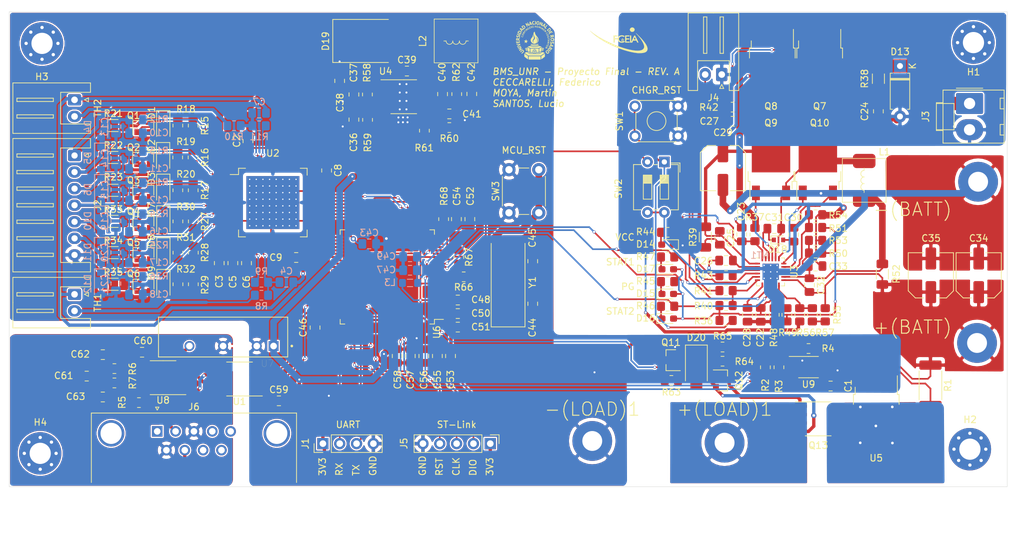
<source format=kicad_pcb>
(kicad_pcb (version 20171130) (host pcbnew 5.1.9-73d0e3b20d~88~ubuntu18.04.1)
  (layers (0 F.Cu signal) (31 B.Cu signal) (34 B.Paste user) (35 F.Paste user) (36 B.SilkS user) (37 F.SilkS user) (38 B.Mask user hide) (39 F.Mask user) (44 Edge.Cuts user))
  (net 0 "")
  (net 1 GND)
  (net 2 VDDA)
  (net 3 VBAT)
  (net 4 VREF+)
  (net 5 +24V)
  (net 6 TS1+)
  (net 7 REG50)
  (net 8 LDOA)
  (net 9 LDOD1)
  (net 10 TS2+)
  (net 11 LDOD2)
  (net 12 /equalizer_bq76/balancing_module/CELL_5+)
  (net 13 /equalizer_bq76/balancing_module/CELL_4+)
  (net 14 /equalizer_bq76/balancing_module/CELL_3+)
  (net 15 /equalizer_bq76/balancing_module/CELL_2+)
  (net 16 /equalizer_bq76/balancing_module/CELL_1+)
  (net 17 "Net-(D1-Pad1)")
  (net 18 "Net-(D2-Pad1)")
  (net 19 "Net-(D3-Pad1)")
  (net 20 "Net-(D7-Pad1)")
  (net 21 "Net-(D8-Pad1)")
  (net 22 "Net-(D9-Pad1)")
  (net 23 NRST)
  (net 24 "Net-(Q1-Pad3)")
  (net 25 "Net-(Q2-Pad3)")
  (net 26 "Net-(Q3-Pad3)")
  (net 27 "Net-(Q4-Pad3)")
  (net 28 "Net-(Q5-Pad3)")
  (net 29 "Net-(Q6-Pad3)")
  (net 30 TS1-)
  (net 31 TS2-)
  (net 32 /equalizer_bq76/balancing_module/VC6)
  (net 33 /equalizer_bq76/balancing_module/VC5)
  (net 34 /equalizer_bq76/balancing_module/VC4)
  (net 35 /equalizer_bq76/balancing_module/CB6)
  (net 36 /equalizer_bq76/balancing_module/CB5)
  (net 37 /equalizer_bq76/balancing_module/CB4)
  (net 38 /equalizer_bq76/balancing_module/VC3)
  (net 39 /equalizer_bq76/balancing_module/VC2)
  (net 40 /equalizer_bq76/balancing_module/VC1)
  (net 41 /equalizer_bq76/balancing_module/CB3)
  (net 42 /equalizer_bq76/balancing_module/CB2)
  (net 43 /equalizer_bq76/balancing_module/CB1)
  (net 44 /current_sensor_ina226/SDA)
  (net 45 /current_sensor_ina226/SCL)
  (net 46 PB3)
  (net 47 /equalizer_bq76/CS)
  (net 48 "Net-(C3-Pad1)")
  (net 49 /bat_charger/VREF)
  (net 50 /bat_charger/VCC)
  (net 51 "Net-(C24-Pad1)")
  (net 52 /bat_charger/ACN)
  (net 53 /bat_charger/ACP)
  (net 54 /bat_charger/VBUS)
  (net 55 "Net-(C27-Pad2)")
  (net 56 /bat_charger/TTC)
  (net 57 /bat_charger/REGN)
  (net 58 /bat_charger/PH)
  (net 59 /bat_charger/BTST)
  (net 60 /bat_charger/SRP)
  (net 61 "Net-(C36-Pad1)")
  (net 62 "Net-(C39-Pad1)")
  (net 63 PH)
  (net 64 "Net-(C40-Pad1)")
  (net 65 "Net-(C40-Pad2)")
  (net 66 "Net-(C43-Pad1)")
  (net 67 "Net-(C44-Pad2)")
  (net 68 "Net-(C45-Pad2)")
  (net 69 "Net-(C46-Pad1)")
  (net 70 "Net-(J4-Pad2)")
  (net 71 "Net-(Q11-Pad3)")
  (net 72 "Net-(Q11-Pad1)")
  (net 73 "Net-(D20-Pad1)")
  (net 74 "Net-(D20-Pad2)")
  (net 75 /LOAD_OUTPUT+)
  (net 76 /bat_switch/D)
  (net 77 /current_sensor_ina226/ALERT_INA226)
  (net 78 /mcu_stm32f407/SCK)
  (net 79 /mcu_stm32f407/MOSI)
  (net 80 /mcu_stm32f407/BQ76_CONV)
  (net 81 "Net-(R8-Pad1)")
  (net 82 "Net-(R10-Pad1)")
  (net 83 /bat_charger/ACDRV)
  (net 84 "Net-(D14-Pad2)")
  (net 85 "Net-(D15-Pad1)")
  (net 86 "Net-(D16-Pad1)")
  (net 87 "Net-(D17-Pad1)")
  (net 88 /bat_charger/ISET1)
  (net 89 /bat_charger/ISET2)
  (net 90 /bat_charger/ACSET)
  (net 91 "Net-(R55-Pad2)")
  (net 92 /bat_charger/VFB)
  (net 93 EN)
  (net 94 VSENSE)
  (net 95 /bat_switch/G)
  (net 96 "Net-(R66-Pad1)")
  (net 97 /mcu_stm32f407/BQ76_DRDY)
  (net 98 /equalizer_bq76/ALERT_BQ76)
  (net 99 /mcu_stm32f407/BQ76_FAULT)
  (net 100 /mcu_stm32f407/MISO)
  (net 101 "Net-(U6-Pad2)")
  (net 102 "Net-(U6-Pad3)")
  (net 103 "Net-(U6-Pad4)")
  (net 104 "Net-(U6-Pad5)")
  (net 105 "Net-(U6-Pad7)")
  (net 106 "Net-(U6-Pad8)")
  (net 107 "Net-(U6-Pad9)")
  (net 108 "Net-(U6-Pad23)")
  (net 109 "Net-(U6-Pad24)")
  (net 110 "Net-(U6-Pad25)")
  (net 111 "Net-(U6-Pad38)")
  (net 112 "Net-(U6-Pad39)")
  (net 113 "Net-(U6-Pad40)")
  (net 114 "Net-(U6-Pad41)")
  (net 115 "Net-(U6-Pad42)")
  (net 116 "Net-(U6-Pad43)")
  (net 117 "Net-(U6-Pad44)")
  (net 118 "Net-(U6-Pad45)")
  (net 119 "Net-(U6-Pad46)")
  (net 120 "Net-(U6-Pad47)")
  (net 121 "Net-(U6-Pad48)")
  (net 122 "Net-(U6-Pad51)")
  (net 123 "Net-(U6-Pad52)")
  (net 124 "Net-(U6-Pad53)")
  (net 125 "Net-(U6-Pad54)")
  (net 126 "Net-(U6-Pad55)")
  (net 127 "Net-(U6-Pad56)")
  (net 128 "Net-(U6-Pad57)")
  (net 129 "Net-(U6-Pad58)")
  (net 130 "Net-(U6-Pad65)")
  (net 131 "Net-(U6-Pad66)")
  (net 132 "Net-(U6-Pad67)")
  (net 133 "Net-(U6-Pad77)")
  (net 134 "Net-(U6-Pad78)")
  (net 135 "Net-(U6-Pad79)")
  (net 136 "Net-(U6-Pad81)")
  (net 137 "Net-(U6-Pad82)")
  (net 138 "Net-(U6-Pad84)")
  (net 139 "Net-(U6-Pad85)")
  (net 140 "Net-(U6-Pad86)")
  (net 141 "Net-(U6-Pad87)")
  (net 142 "Net-(U6-Pad88)")
  (net 143 "Net-(U6-Pad90)")
  (net 144 "Net-(U6-Pad95)")
  (net 145 "Net-(U6-Pad96)")
  (net 146 "Net-(U6-Pad97)")
  (net 147 "Net-(U6-Pad98)")
  (net 148 /bat_charger/HIDRV)
  (net 149 /bat_charger/LODRV)
  (net 150 "Net-(D13-Pad1)")
  (net 151 "Net-(R36-Pad2)")
  (net 152 /bat_charger/CE)
  (net 153 /bat_charger/BATDRV)
  (net 154 "Net-(U6-Pad63)")
  (net 155 "Net-(U6-Pad64)")
  (net 156 /mcu_stm32f407/BQ24_PG)
  (net 157 /mcu_stm32f407/BQ24_STAT2)
  (net 158 /mcu_stm32f407/BQ24_STAT1)
  (net 159 /mcu_stm32f407/BQ24_CE)
  (net 160 GND1)
  (net 161 UART_TX)
  (net 162 UART_RX)
  (net 163 SWDIO)
  (net 164 SWCLK)
  (net 165 +BATT)
  (net 166 GND2)
  (net 167 "Net-(J6-Pad9)")
  (net 168 "Net-(J6-Pad8)")
  (net 169 "Net-(J6-Pad5)")
  (net 170 "Net-(J6-Pad4)")
  (net 171 "Net-(J6-Pad1)")
  (net 172 ISO_3V3)
  (net 173 "Net-(C61-Pad1)")
  (net 174 /can_hw/CANL)
  (net 175 /can_hw/CANH)
  (net 176 "Net-(U1-Pad8)")
  (net 177 ISO_CAN_RX)
  (net 178 ISO_CAN_TX)
  (net 179 "Net-(U2-Pad62)")
  (net 180 "Net-(U2-Pad51)")
  (net 181 "Net-(U2-Pad47)")
  (net 182 "Net-(U2-Pad45)")
  (net 183 "Net-(U2-Pad31)")
  (net 184 "Net-(U2-Pad30)")
  (net 185 "Net-(U6-Pad26)")
  (net 186 /mcu_stm32f407/CAN_1RX)
  (net 187 /mcu_stm32f407/CAN_1TX)
  (net 188 "Net-(R5-Pad1)")
  (net 189 "Net-(U8-Pad5)")
  (net 190 "Net-(U6-Pad68)")
  (net 191 "Net-(U6-Pad69)")
  (net 192 "Net-(U6-Pad59)")
  (net 193 "Net-(U6-Pad60)")
  (net 194 "Net-(U6-Pad61)")
  (net 195 "Net-(U6-Pad62)")
  (net 196 "Net-(U6-Pad91)")
  (module NetTie:NetTie-2_SMD_Pad0.5mm (layer B.Cu) (at 198.84 120.26 180)
    (fp_text reference NT1 (at 0 2) (layer B.SilkS) (effects (justify mirror)))
    (fp_text value GND-TIE)
    (fp_poly (pts (xy -0.5 0.25) (xy 0.5 0.25) (xy 0.5 -0.25) (xy -0.5 -0.25)) (layer B.Cu) (width 0))
    (pad 2 smd circle (at 0.5 0 180) (size 0.5 0.5) (layers B.Cu) (net 160 GND1))
    (pad 1 smd circle (at -0.5 0 180) (size 0.5 0.5) (layers B.Cu) (net 1 GND))
  )
  (module Symbol:fceia_logo (layer F.Cu) (at 177.52 85.95)
    (fp_text reference G*** hide)
    (fp_text value LOGO hide)
  )
  (module Symbol:unr_logo (layer F.Cu) (at 164.97 85.804044)
    (fp_text reference G*** hide)
    (fp_text value LOGO hide)
  )
  (module Converter_DCDC:CONV_PDM1-S12-S3-S (layer F.Cu) (at 125.51 131.94 180)
    (fp_text reference U7 (at 0.928165 -2.643975) (layer F.SilkS) (effects (font (size 1.003409 1.003409) (thickness 0.015))))
    (fp_text value PDM1-S12-S3-S)
    (pad 1 thru_hole rect (at 0 0 180) (size 1.508 1.508) (drill 1) (layers *.Cu *.Mask) (net 3 VBAT))
    (pad 2 thru_hole circle (at 2.54 0 180) (size 1.508 1.508) (drill 1) (layers *.Cu *.Mask) (net 1 GND))
    (pad 4 thru_hole circle (at 7.62 0 180) (size 1.508 1.508) (drill 1) (layers *.Cu *.Mask) (net 166 GND2))
    (pad 6 thru_hole circle (at 12.7 0 180) (size 1.508 1.508) (drill 1) (layers *.Cu *.Mask) (net 172 ISO_3V3))
  )
  (module MountingHole:MountingHole_3mm_Pad_TopBottom (layer F.Cu) (at 231.83 107.15)
    (fp_text reference "-(BATT)" (at -9.89 4.16) (layer F.SilkS) (effects (font (size 2 2))))
    (fp_text value MountingHole_Pad)
    (pad 1 connect circle (at 0 0) (size 6 6) (layers B.Cu B.Mask) (net 1 GND))
    (pad 1 connect circle (at 0 0) (size 6 6) (layers F.Cu F.Mask) (net 1 GND))
    (pad 1 thru_hole circle (at 0 0) (size 3.4 3.4) (drill 3) (layers *.Cu *.Mask) (net 1 GND))
  )
  (module Resistor_SMD:R_1206_3216Metric_Pad1.30x1.75mm_HandSolder (layer F.Cu) (at 217.38 121.1 90)
    (fp_text reference R52 (at 0.03 2.12 270) (layer F.SilkS))
    (fp_text value "0R020 1W 0.5%")
    (pad 2 smd roundrect (at 1.55 0 90) (size 1.3 1.75) (layers F.Cu F.Paste F.Mask) (roundrect_rratio 0.192308) (net 60 /bat_charger/SRP))
    (pad 1 smd roundrect (at -1.55 0 90) (size 1.3 1.75) (layers F.Cu F.Paste F.Mask) (roundrect_rratio 0.192308) (net 165 +BATT))
  )
  (module Package_TO_SOT_SMD:TO-252-2 (layer F.Cu) (at 207.92 89.45 270)
    (fp_text reference Q7 (at 6.305 0) (layer F.SilkS))
    (fp_text value DMP4051LK3)
    (pad 2 smd rect (at 2.1 0 270) (size 6.4 5.8) (layers F.Cu F.Mask) (net 150 "Net-(D13-Pad1)"))
    (pad 3 smd rect (at -4.2 2.28 270) (size 2.2 1.2) (layers F.Cu F.Paste F.Mask) (net 54 /bat_charger/VBUS))
    (pad 1 smd rect (at -4.2 -2.28 270) (size 2.2 1.2) (layers F.Cu F.Paste F.Mask) (net 55 "Net-(C27-Pad2)"))
  )
  (module Resistor_SMD:R_0805_2012Metric_Pad1.20x1.40mm_HandSolder (layer F.Cu) (at 105.19 140.48 180)
    (fp_text reference R5 (at 2.54 0.03 270) (layer F.SilkS))
    (fp_text value 100)
    (pad 2 smd roundrect (at 1 0 180) (size 1.2 1.4) (layers F.Cu F.Paste F.Mask) (roundrect_rratio 0.208333) (net 166 GND2))
    (pad 1 smd roundrect (at -1 0 180) (size 1.2 1.4) (layers F.Cu F.Paste F.Mask) (roundrect_rratio 0.208333) (net 188 "Net-(R5-Pad1)"))
  )
  (module Capacitor_SMD:C_0805_2012Metric_Pad1.18x1.45mm_HandSolder (layer F.Cu) (at 126.31 140.21)
    (fp_text reference C59 (at 0 -1.68) (layer F.SilkS))
    (fp_text value 330nF)
    (pad 2 smd roundrect (at 1.0375 0) (size 1.175 1.45) (layers F.Cu F.Paste F.Mask) (roundrect_rratio 0.212766) (net 1 GND))
    (pad 1 smd roundrect (at -1.0375 0) (size 1.175 1.45) (layers F.Cu F.Paste F.Mask) (roundrect_rratio 0.212766) (net 3 VBAT))
  )
  (module Connector_Dsub:DSUB-9_Male_Horizontal_P2.77x2.84mm_EdgePinOffset4.94mm_Housed_MountingHolesOffset7.48mm (layer F.Cu) (at 107.95 144.82)
    (fp_text reference J6 (at 5.54 -3.7) (layer F.SilkS))
    (fp_text value DB9_Male)
    (pad 0 thru_hole circle (at 18.04 0.3) (size 4 4) (drill 3.2) (layers *.Cu *.Mask))
    (pad 0 thru_hole circle (at -6.96 0.3) (size 4 4) (drill 3.2) (layers *.Cu *.Mask))
    (pad 9 thru_hole circle (at 9.695 2.84) (size 1.6 1.6) (drill 1) (layers *.Cu *.Mask) (net 167 "Net-(J6-Pad9)"))
    (pad 8 thru_hole circle (at 6.925 2.84) (size 1.6 1.6) (drill 1) (layers *.Cu *.Mask) (net 168 "Net-(J6-Pad8)"))
    (pad 7 thru_hole circle (at 4.155 2.84) (size 1.6 1.6) (drill 1) (layers *.Cu *.Mask) (net 175 /can_hw/CANH))
    (pad 6 thru_hole circle (at 1.385 2.84) (size 1.6 1.6) (drill 1) (layers *.Cu *.Mask) (net 166 GND2))
    (pad 5 thru_hole circle (at 11.08 0) (size 1.6 1.6) (drill 1) (layers *.Cu *.Mask) (net 169 "Net-(J6-Pad5)"))
    (pad 4 thru_hole circle (at 8.31 0) (size 1.6 1.6) (drill 1) (layers *.Cu *.Mask) (net 170 "Net-(J6-Pad4)"))
    (pad 3 thru_hole circle (at 5.54 0) (size 1.6 1.6) (drill 1) (layers *.Cu *.Mask) (net 166 GND2))
    (pad 2 thru_hole circle (at 2.77 0) (size 1.6 1.6) (drill 1) (layers *.Cu *.Mask) (net 174 /can_hw/CANL))
    (pad 1 thru_hole rect (at 0 0) (size 1.6 1.6) (drill 1) (layers *.Cu *.Mask) (net 171 "Net-(J6-Pad1)"))
  )
  (module Package_SO:SOIC-8_3.9x4.9mm_P1.27mm (layer F.Cu) (at 108.83 136.72 180)
    (fp_text reference U8 (at 0 -3.4) (layer F.SilkS))
    (fp_text value SN65HVD233)
    (pad 8 smd roundrect (at 2.475 -1.905 180) (size 1.95 0.6) (layers F.Cu F.Paste F.Mask) (net 188 "Net-(R5-Pad1)"))
    (pad 7 smd roundrect (at 2.475 -0.635 180) (size 1.95 0.6) (layers F.Cu F.Paste F.Mask) (net 175 /can_hw/CANH))
    (pad 6 smd roundrect (at 2.475 0.635 180) (size 1.95 0.6) (layers F.Cu F.Paste F.Mask) (net 174 /can_hw/CANL))
    (pad 5 smd roundrect (at 2.475 1.905 180) (size 1.95 0.6) (layers F.Cu F.Paste F.Mask) (net 189 "Net-(U8-Pad5)"))
    (pad 4 smd roundrect (at -2.475 1.905 180) (size 1.95 0.6) (layers F.Cu F.Paste F.Mask) (net 177 ISO_CAN_RX))
    (pad 3 smd roundrect (at -2.475 0.635 180) (size 1.95 0.6) (layers F.Cu F.Paste F.Mask) (net 172 ISO_3V3))
    (pad 2 smd roundrect (at -2.475 -0.635 180) (size 1.95 0.6) (layers F.Cu F.Paste F.Mask) (net 166 GND2))
    (pad 1 smd roundrect (at -2.475 -1.905 180) (size 1.95 0.6) (layers F.Cu F.Paste F.Mask) (net 178 ISO_CAN_TX))
  )
  (module Package_TO_SOT_SMD:TO-252-2 (layer F.Cu) (at 216.46 141.72 270)
    (fp_text reference U5 (at 7.13 0.01 180) (layer F.SilkS))
    (fp_text value FERD2045SB-TR)
    (pad 2 smd rect (at 2.1 0 270) (size 6.4 5.8) (layers F.Cu F.Mask) (net 76 /bat_switch/D))
    (pad 3 smd rect (at -4.2 2.28 270) (size 2.2 1.2) (layers F.Cu F.Paste F.Mask) (net 1 GND))
    (pad 1 smd rect (at -4.2 -2.28 270) (size 2.2 1.2) (layers F.Cu F.Paste F.Mask) (net 1 GND))
  )
  (module Package_SO:SOIC-8_3.9x4.9mm_P1.27mm (layer F.Cu) (at 145.15 94.32)
    (fp_text reference U4 (at -2.73 -3.85) (layer F.SilkS))
    (fp_text value TPS54331D)
    (pad 8 smd roundrect (at 2.475 -1.905) (size 1.95 0.6) (layers F.Cu F.Paste F.Mask) (net 63 PH))
    (pad 7 smd roundrect (at 2.475 -0.635) (size 1.95 0.6) (layers F.Cu F.Paste F.Mask) (net 1 GND))
    (pad 6 smd roundrect (at 2.475 0.635) (size 1.95 0.6) (layers F.Cu F.Paste F.Mask) (net 64 "Net-(C40-Pad1)"))
    (pad 5 smd roundrect (at 2.475 1.905) (size 1.95 0.6) (layers F.Cu F.Paste F.Mask) (net 94 VSENSE))
    (pad 4 smd roundrect (at -2.475 1.905) (size 1.95 0.6) (layers F.Cu F.Paste F.Mask) (net 61 "Net-(C36-Pad1)"))
    (pad 3 smd roundrect (at -2.475 0.635) (size 1.95 0.6) (layers F.Cu F.Paste F.Mask) (net 93 EN))
    (pad 2 smd roundrect (at -2.475 -0.635) (size 1.95 0.6) (layers F.Cu F.Paste F.Mask) (net 5 +24V))
    (pad 1 smd roundrect (at -2.475 -1.905) (size 1.95 0.6) (layers F.Cu F.Paste F.Mask) (net 62 "Net-(C39-Pad1)"))
  )
  (module Package_QFP:HTQFP-64-1EP_10x10mm_P0.5mm_EP8x8mm_Mask4.4x4.4mm_ThermalVias (layer F.Cu) (at 125.4 110.29)
    (fp_text reference U2 (at 0 -7.45) (layer F.SilkS))
    (fp_text value BQ76PL536APAPR)
    (pad 65 smd rect (at 0 0 180) (size 8 8) (layers B.Cu) (net 1 GND))
    (pad 65 thru_hole circle (at 3.5 2.5 90) (size 0.5 0.5) (drill 0.2) (layers *.Cu) (net 1 GND))
    (pad 65 thru_hole circle (at 3.5 3.5 90) (size 0.5 0.5) (drill 0.2) (layers *.Cu) (net 1 GND))
    (pad 65 thru_hole circle (at 2.5 3.5 90) (size 0.5 0.5) (drill 0.2) (layers *.Cu) (net 1 GND))
    (pad 65 thru_hole circle (at 2.5 2.5 90) (size 0.5 0.5) (drill 0.2) (layers *.Cu) (net 1 GND))
    (pad 65 thru_hole circle (at -0.5 3.5 90) (size 0.5 0.5) (drill 0.2) (layers *.Cu) (net 1 GND))
    (pad 65 thru_hole circle (at -1.5 3.5 90) (size 0.5 0.5) (drill 0.2) (layers *.Cu) (net 1 GND))
    (pad 65 thru_hole circle (at -0.5 2.5 90) (size 0.5 0.5) (drill 0.2) (layers *.Cu) (net 1 GND))
    (pad 65 thru_hole circle (at -1.5 2.5 90) (size 0.5 0.5) (drill 0.2) (layers *.Cu) (net 1 GND))
    (pad 65 thru_hole circle (at -3.5 3.5 90) (size 0.5 0.5) (drill 0.2) (layers *.Cu) (net 1 GND))
    (pad 65 thru_hole circle (at -3.5 2.5 90) (size 0.5 0.5) (drill 0.2) (layers *.Cu) (net 1 GND))
    (pad 65 thru_hole circle (at -2.5 2.5 90) (size 0.5 0.5) (drill 0.2) (layers *.Cu) (net 1 GND))
    (pad 65 thru_hole circle (at -2.5 3.5 90) (size 0.5 0.5) (drill 0.2) (layers *.Cu) (net 1 GND))
    (pad 65 thru_hole circle (at 1.5 2.5 90) (size 0.5 0.5) (drill 0.2) (layers *.Cu) (net 1 GND))
    (pad 65 thru_hole circle (at 0.5 3.5 90) (size 0.5 0.5) (drill 0.2) (layers *.Cu) (net 1 GND))
    (pad 65 thru_hole circle (at 0.5 2.5 90) (size 0.5 0.5) (drill 0.2) (layers *.Cu) (net 1 GND))
    (pad 65 thru_hole circle (at 1.5 3.5 90) (size 0.5 0.5) (drill 0.2) (layers *.Cu) (net 1 GND))
    (pad 65 thru_hole circle (at 3.5 0.5 90) (size 0.5 0.5) (drill 0.2) (layers *.Cu) (net 1 GND))
    (pad 65 thru_hole circle (at 3.5 1.5 90) (size 0.5 0.5) (drill 0.2) (layers *.Cu) (net 1 GND))
    (pad 65 thru_hole circle (at 2.5 1.5 90) (size 0.5 0.5) (drill 0.2) (layers *.Cu) (net 1 GND))
    (pad 65 thru_hole circle (at 2.5 0.5 90) (size 0.5 0.5) (drill 0.2) (layers *.Cu) (net 1 GND))
    (pad 65 thru_hole circle (at -0.5 1.5 90) (size 0.5 0.5) (drill 0.2) (layers *.Cu) (net 1 GND))
    (pad 65 thru_hole circle (at -1.5 1.5 90) (size 0.5 0.5) (drill 0.2) (layers *.Cu) (net 1 GND))
    (pad 65 thru_hole circle (at -0.5 0.5 90) (size 0.5 0.5) (drill 0.2) (layers *.Cu) (net 1 GND))
    (pad 65 thru_hole circle (at -1.5 0.5 90) (size 0.5 0.5) (drill 0.2) (layers *.Cu) (net 1 GND))
    (pad 65 thru_hole circle (at -3.5 1.5 90) (size 0.5 0.5) (drill 0.2) (layers *.Cu) (net 1 GND))
    (pad 65 thru_hole circle (at -3.5 0.5 90) (size 0.5 0.5) (drill 0.2) (layers *.Cu) (net 1 GND))
    (pad 65 thru_hole circle (at -2.5 0.5 90) (size 0.5 0.5) (drill 0.2) (layers *.Cu) (net 1 GND))
    (pad 65 thru_hole circle (at -2.5 1.5 90) (size 0.5 0.5) (drill 0.2) (layers *.Cu) (net 1 GND))
    (pad 65 thru_hole circle (at 1.5 0.5 90) (size 0.5 0.5) (drill 0.2) (layers *.Cu) (net 1 GND))
    (pad 65 thru_hole circle (at 0.5 1.5 90) (size 0.5 0.5) (drill 0.2) (layers *.Cu) (net 1 GND))
    (pad 65 thru_hole circle (at 0.5 0.5 90) (size 0.5 0.5) (drill 0.2) (layers *.Cu) (net 1 GND))
    (pad 65 thru_hole circle (at 1.5 1.5 90) (size 0.5 0.5) (drill 0.2) (layers *.Cu) (net 1 GND))
    (pad 65 thru_hole circle (at 1.5 -0.5 90) (size 0.5 0.5) (drill 0.2) (layers *.Cu) (net 1 GND))
    (pad 65 thru_hole circle (at 0.5 -1.5 90) (size 0.5 0.5) (drill 0.2) (layers *.Cu) (net 1 GND))
    (pad 65 thru_hole circle (at 0.5 -0.5 90) (size 0.5 0.5) (drill 0.2) (layers *.Cu) (net 1 GND))
    (pad 65 thru_hole circle (at 1.5 -1.5 90) (size 0.5 0.5) (drill 0.2) (layers *.Cu) (net 1 GND))
    (pad 65 thru_hole circle (at 2.5 -1.5 90) (size 0.5 0.5) (drill 0.2) (layers *.Cu) (net 1 GND))
    (pad 65 thru_hole circle (at 3.5 -1.5 90) (size 0.5 0.5) (drill 0.2) (layers *.Cu) (net 1 GND))
    (pad 65 thru_hole circle (at 3.5 -0.5 90) (size 0.5 0.5) (drill 0.2) (layers *.Cu) (net 1 GND))
    (pad 65 thru_hole circle (at 2.5 -0.5 90) (size 0.5 0.5) (drill 0.2) (layers *.Cu) (net 1 GND))
    (pad 65 thru_hole circle (at 1.5 -2.5 90) (size 0.5 0.5) (drill 0.2) (layers *.Cu) (net 1 GND))
    (pad 65 thru_hole circle (at 0.5 -3.5 90) (size 0.5 0.5) (drill 0.2) (layers *.Cu) (net 1 GND))
    (pad 65 thru_hole circle (at 0.5 -2.5 90) (size 0.5 0.5) (drill 0.2) (layers *.Cu) (net 1 GND))
    (pad 65 thru_hole circle (at 1.5 -3.5 90) (size 0.5 0.5) (drill 0.2) (layers *.Cu) (net 1 GND))
    (pad 65 thru_hole circle (at 2.5 -3.5 90) (size 0.5 0.5) (drill 0.2) (layers *.Cu) (net 1 GND))
    (pad 65 thru_hole circle (at 3.5 -3.5 90) (size 0.5 0.5) (drill 0.2) (layers *.Cu) (net 1 GND))
    (pad 65 thru_hole circle (at 3.5 -2.5 90) (size 0.5 0.5) (drill 0.2) (layers *.Cu) (net 1 GND))
    (pad 65 thru_hole circle (at 2.5 -2.5 90) (size 0.5 0.5) (drill 0.2) (layers *.Cu) (net 1 GND))
    (pad 65 thru_hole circle (at -0.5 -3.5 90) (size 0.5 0.5) (drill 0.2) (layers *.Cu) (net 1 GND))
    (pad 65 thru_hole circle (at -1.5 -3.5 90) (size 0.5 0.5) (drill 0.2) (layers *.Cu) (net 1 GND))
    (pad 65 thru_hole circle (at -1.5 -0.5 90) (size 0.5 0.5) (drill 0.2) (layers *.Cu) (net 1 GND))
    (pad 65 thru_hole circle (at -1.5 -1.5 90) (size 0.5 0.5) (drill 0.2) (layers *.Cu) (net 1 GND))
    (pad 65 thru_hole circle (at -0.5 -0.5 90) (size 0.5 0.5) (drill 0.2) (layers *.Cu) (net 1 GND))
    (pad 65 thru_hole circle (at -0.5 -1.5 90) (size 0.5 0.5) (drill 0.2) (layers *.Cu) (net 1 GND))
    (pad 65 thru_hole circle (at -0.5 -2.5 90) (size 0.5 0.5) (drill 0.2) (layers *.Cu) (net 1 GND))
    (pad 65 thru_hole circle (at -1.5 -2.5 90) (size 0.5 0.5) (drill 0.2) (layers *.Cu) (net 1 GND))
    (pad 65 thru_hole circle (at -2.5 -3.5 90) (size 0.5 0.5) (drill 0.2) (layers *.Cu) (net 1 GND))
    (pad 65 thru_hole circle (at -2.5 -0.5 90) (size 0.5 0.5) (drill 0.2) (layers *.Cu) (net 1 GND))
    (pad 65 thru_hole circle (at -2.5 -2.5 90) (size 0.5 0.5) (drill 0.2) (layers *.Cu) (net 1 GND))
    (pad 65 thru_hole circle (at -2.5 -1.5 90) (size 0.5 0.5) (drill 0.2) (layers *.Cu) (net 1 GND))
    (pad 65 thru_hole circle (at -3.5 -3.5 90) (size 0.5 0.5) (drill 0.2) (layers *.Cu) (net 1 GND))
    (pad 65 thru_hole circle (at -3.5 -0.5 90) (size 0.5 0.5) (drill 0.2) (layers *.Cu) (net 1 GND))
    (pad 65 thru_hole circle (at -3.5 -1.5 90) (size 0.5 0.5) (drill 0.2) (layers *.Cu) (net 1 GND))
    (pad 65 thru_hole circle (at -3.5 -2.5 90) (size 0.5 0.5) (drill 0.2) (layers *.Cu) (net 1 GND))
    (pad 65 smd rect (at 0 0 180) (size 8 8) (layers F.Cu) (net 1 GND))
    (pad 64 smd rect (at -3.75 -5.7 90) (size 1.5 0.3) (layers F.Cu F.Paste F.Mask) (net 5 +24V))
    (pad 63 smd rect (at -3.25 -5.7 90) (size 1.5 0.3) (layers F.Cu F.Paste F.Mask) (net 5 +24V))
    (pad 62 smd rect (at -2.75 -5.7 90) (size 1.5 0.3) (layers F.Cu F.Paste F.Mask) (net 179 "Net-(U2-Pad62)"))
    (pad 61 smd rect (at -2.25 -5.7 90) (size 1.5 0.3) (layers F.Cu F.Paste F.Mask) (net 10 TS2+))
    (pad 60 smd rect (at -1.75 -5.7 90) (size 1.5 0.3) (layers F.Cu F.Paste F.Mask) (net 31 TS2-))
    (pad 59 smd rect (at -1.25 -5.7 90) (size 1.5 0.3) (layers F.Cu F.Paste F.Mask) (net 5 +24V))
    (pad 58 smd rect (at -0.75 -5.7 90) (size 1.5 0.3) (layers F.Cu F.Paste F.Mask) (net 5 +24V))
    (pad 57 smd rect (at -0.25 -5.7 90) (size 1.5 0.3) (layers F.Cu F.Paste F.Mask) (net 5 +24V))
    (pad 56 smd rect (at 0.25 -5.7 90) (size 1.5 0.3) (layers F.Cu F.Paste F.Mask) (net 5 +24V))
    (pad 55 smd rect (at 0.75 -5.7 90) (size 1.5 0.3) (layers F.Cu F.Paste F.Mask) (net 5 +24V))
    (pad 54 smd rect (at 1.25 -5.7 90) (size 1.5 0.3) (layers F.Cu F.Paste F.Mask) (net 5 +24V))
    (pad 53 smd rect (at 1.75 -5.7 90) (size 1.5 0.3) (layers F.Cu F.Paste F.Mask) (net 5 +24V))
    (pad 52 smd rect (at 2.25 -5.7 90) (size 1.5 0.3) (layers F.Cu F.Paste F.Mask) (net 5 +24V))
    (pad 51 smd rect (at 2.75 -5.7 90) (size 1.5 0.3) (layers F.Cu F.Paste F.Mask) (net 180 "Net-(U2-Pad51)"))
    (pad 50 smd rect (at 3.25 -5.7 90) (size 1.5 0.3) (layers F.Cu F.Paste F.Mask) (net 1 GND))
    (pad 49 smd rect (at 3.75 -5.7 90) (size 1.5 0.3) (layers F.Cu F.Paste F.Mask) (net 1 GND))
    (pad 48 smd rect (at 5.7 -3.75) (size 1.5 0.3) (layers F.Cu F.Paste F.Mask) (net 181 "Net-(U2-Pad47)"))
    (pad 47 smd rect (at 5.7 -3.25) (size 1.5 0.3) (layers F.Cu F.Paste F.Mask) (net 181 "Net-(U2-Pad47)"))
    (pad 46 smd rect (at 5.7 -2.75) (size 1.5 0.3) (layers F.Cu F.Paste F.Mask) (net 11 LDOD2))
    (pad 45 smd rect (at 5.7 -2.25) (size 1.5 0.3) (layers F.Cu F.Paste F.Mask) (net 182 "Net-(U2-Pad45)"))
    (pad 44 smd rect (at 5.7 -1.75) (size 1.5 0.3) (layers F.Cu F.Paste F.Mask) (net 1 GND))
    (pad 43 smd rect (at 5.7 -1.25) (size 1.5 0.3) (layers F.Cu F.Paste F.Mask) (net 47 /equalizer_bq76/CS))
    (pad 42 smd rect (at 5.7 -0.75) (size 1.5 0.3) (layers F.Cu F.Paste F.Mask) (net 79 /mcu_stm32f407/MOSI))
    (pad 41 smd rect (at 5.7 -0.25) (size 1.5 0.3) (layers F.Cu F.Paste F.Mask) (net 100 /mcu_stm32f407/MISO))
    (pad 40 smd rect (at 5.7 0.25) (size 1.5 0.3) (layers F.Cu F.Paste F.Mask) (net 78 /mcu_stm32f407/SCK))
    (pad 39 smd rect (at 5.7 0.75) (size 1.5 0.3) (layers F.Cu F.Paste F.Mask) (net 99 /mcu_stm32f407/BQ76_FAULT))
    (pad 38 smd rect (at 5.7 1.25) (size 1.5 0.3) (layers F.Cu F.Paste F.Mask) (net 98 /equalizer_bq76/ALERT_BQ76))
    (pad 37 smd rect (at 5.7 1.75) (size 1.5 0.3) (layers F.Cu F.Paste F.Mask) (net 97 /mcu_stm32f407/BQ76_DRDY))
    (pad 36 smd rect (at 5.7 2.25) (size 1.5 0.3) (layers F.Cu F.Paste F.Mask) (net 80 /mcu_stm32f407/BQ76_CONV))
    (pad 35 smd rect (at 5.7 2.75) (size 1.5 0.3) (layers F.Cu F.Paste F.Mask) (net 1 GND))
    (pad 34 smd rect (at 5.7 3.25) (size 1.5 0.3) (layers F.Cu F.Paste F.Mask) (net 1 GND))
    (pad 33 smd rect (at 5.7 3.75) (size 1.5 0.3) (layers F.Cu F.Paste F.Mask) (net 1 GND))
    (pad 32 smd rect (at 3.75 5.7 90) (size 1.5 0.3) (layers F.Cu F.Paste F.Mask) (net 7 REG50))
    (pad 31 smd rect (at 3.25 5.7 90) (size 1.5 0.3) (layers F.Cu F.Paste F.Mask) (net 183 "Net-(U2-Pad31)"))
    (pad 30 smd rect (at 2.75 5.7 90) (size 1.5 0.3) (layers F.Cu F.Paste F.Mask) (net 184 "Net-(U2-Pad30)"))
    (pad 29 smd rect (at 2.25 5.7 90) (size 1.5 0.3) (layers F.Cu F.Paste F.Mask) (net 1 GND))
    (pad 28 smd rect (at 1.75 5.7 90) (size 1.5 0.3) (layers F.Cu F.Paste F.Mask) (net 1 GND))
    (pad 27 smd rect (at 1.25 5.7 90) (size 1.5 0.3) (layers F.Cu F.Paste F.Mask) (net 1 GND))
    (pad 26 smd rect (at 0.75 5.7 90) (size 1.5 0.3) (layers F.Cu F.Paste F.Mask) (net 1 GND))
    (pad 25 smd rect (at 0.25 5.7 90) (size 1.5 0.3) (layers F.Cu F.Paste F.Mask) (net 1 GND))
    (pad 24 smd rect (at -0.25 5.7 90) (size 1.5 0.3) (layers F.Cu F.Paste F.Mask) (net 1 GND))
    (pad 23 smd rect (at -0.75 5.7 90) (size 1.5 0.3) (layers F.Cu F.Paste F.Mask) (net 1 GND))
    (pad 22 smd rect (at -1.25 5.7 90) (size 1.5 0.3) (layers F.Cu F.Paste F.Mask) (net 1 GND))
    (pad 21 smd rect (at -1.75 5.7 90) (size 1.5 0.3) (layers F.Cu F.Paste F.Mask) (net 1 GND))
    (pad 20 smd rect (at -2.25 5.7 90) (size 1.5 0.3) (layers F.Cu F.Paste F.Mask) (net 6 TS1+))
    (pad 19 smd rect (at -2.75 5.7 90) (size 1.5 0.3) (layers F.Cu F.Paste F.Mask) (net 30 TS1-))
    (pad 18 smd rect (at -3.25 5.7 90) (size 1.5 0.3) (layers F.Cu F.Paste F.Mask) (net 9 LDOD1))
    (pad 17 smd rect (at -3.75 5.7 90) (size 1.5 0.3) (layers F.Cu F.Paste F.Mask) (net 8 LDOA))
    (pad 16 smd rect (at -5.7 3.75) (size 1.5 0.3) (layers F.Cu F.Paste F.Mask) (net 48 "Net-(C3-Pad1)"))
    (pad 15 smd rect (at -5.7 3.25) (size 1.5 0.3) (layers F.Cu F.Paste F.Mask) (net 1 GND))
    (pad 14 smd rect (at -5.7 2.75) (size 1.5 0.3) (layers F.Cu F.Paste F.Mask) (net 1 GND))
    (pad 13 smd rect (at -5.7 2.25) (size 1.5 0.3) (layers F.Cu F.Paste F.Mask) (net 1 GND))
    (pad 12 smd rect (at -5.7 1.75) (size 1.5 0.3) (layers F.Cu F.Paste F.Mask) (net 43 /equalizer_bq76/balancing_module/CB1))
    (pad 11 smd rect (at -5.7 1.25) (size 1.5 0.3) (layers F.Cu F.Paste F.Mask) (net 40 /equalizer_bq76/balancing_module/VC1))
    (pad 10 smd rect (at -5.7 0.75) (size 1.5 0.3) (layers F.Cu F.Paste F.Mask) (net 42 /equalizer_bq76/balancing_module/CB2))
    (pad 9 smd rect (at -5.7 0.25) (size 1.5 0.3) (layers F.Cu F.Paste F.Mask) (net 39 /equalizer_bq76/balancing_module/VC2))
    (pad 8 smd rect (at -5.7 -0.25) (size 1.5 0.3) (layers F.Cu F.Paste F.Mask) (net 41 /equalizer_bq76/balancing_module/CB3))
    (pad 7 smd rect (at -5.7 -0.75) (size 1.5 0.3) (layers F.Cu F.Paste F.Mask) (net 38 /equalizer_bq76/balancing_module/VC3))
    (pad 6 smd rect (at -5.7 -1.25) (size 1.5 0.3) (layers F.Cu F.Paste F.Mask) (net 37 /equalizer_bq76/balancing_module/CB4))
    (pad 5 smd rect (at -5.7 -1.75) (size 1.5 0.3) (layers F.Cu F.Paste F.Mask) (net 34 /equalizer_bq76/balancing_module/VC4))
    (pad 4 smd rect (at -5.7 -2.25) (size 1.5 0.3) (layers F.Cu F.Paste F.Mask) (net 36 /equalizer_bq76/balancing_module/CB5))
    (pad 3 smd rect (at -5.7 -2.75) (size 1.5 0.3) (layers F.Cu F.Paste F.Mask) (net 33 /equalizer_bq76/balancing_module/VC5))
    (pad 2 smd rect (at -5.7 -3.25) (size 1.5 0.3) (layers F.Cu F.Paste F.Mask) (net 35 /equalizer_bq76/balancing_module/CB6))
    (pad 1 smd rect (at -5.7 -3.75) (size 1.5 0.3) (layers F.Cu F.Paste F.Mask) (net 32 /equalizer_bq76/balancing_module/VC6))
  )
  (module Button_Switch_THT:SW_TH_Tactile_Omron_B3F-10xx (layer F.Cu) (at 180.05 95.75)
    (fp_text reference SW1 (at -2.34 2.250001 90) (layer F.SilkS))
    (fp_text value Reset)
    (pad 1 thru_hole circle (at 0 0) (size 1.7 1.7) (drill 1) (layers *.Cu *.Mask) (net 151 "Net-(R36-Pad2)"))
    (pad 2 thru_hole circle (at 6.5 0) (size 1.7 1.7) (drill 1) (layers *.Cu *.Mask) (net 160 GND1))
    (pad 3 thru_hole circle (at 0 4.5) (size 1.7 1.7) (drill 1) (layers *.Cu *.Mask) (net 151 "Net-(R36-Pad2)"))
    (pad 4 thru_hole circle (at 6.5 4.5) (size 1.7 1.7) (drill 1) (layers *.Cu *.Mask) (net 160 GND1))
  )
  (module Resistor_SMD:R_0805_2012Metric_Pad1.20x1.40mm_HandSolder (layer F.Cu) (at 101.4875 137.51 180)
    (fp_text reference R7 (at -2.76 0 90) (layer F.SilkS))
    (fp_text value 60)
    (pad 2 smd roundrect (at 1 0 180) (size 1.2 1.4) (layers F.Cu F.Paste F.Mask) (roundrect_rratio 0.208333) (net 173 "Net-(C61-Pad1)"))
    (pad 1 smd roundrect (at -1 0 180) (size 1.2 1.4) (layers F.Cu F.Paste F.Mask) (roundrect_rratio 0.208333) (net 175 /can_hw/CANH))
  )
  (module Resistor_SMD:R_0805_2012Metric_Pad1.20x1.40mm_HandSolder (layer F.Cu) (at 101.4875 135.35)
    (fp_text reference R6 (at 2.74 0.03 90) (layer F.SilkS))
    (fp_text value 60)
    (pad 2 smd roundrect (at 1 0) (size 1.2 1.4) (layers F.Cu F.Paste F.Mask) (roundrect_rratio 0.208333) (net 174 /can_hw/CANL))
    (pad 1 smd roundrect (at -1 0) (size 1.2 1.4) (layers F.Cu F.Paste F.Mask) (roundrect_rratio 0.208333) (net 173 "Net-(C61-Pad1)"))
  )
  (module Package_SO:SO-8_3.9x4.9mm_P1.27mm (layer F.Cu) (at 207.7 142.93)
    (fp_text reference Q13 (at 0.01 4.01) (layer F.SilkS))
    (fp_text value IRF9310PbF)
    (pad 8 smd roundrect (at 2.575 -1.905) (size 1.75 0.6) (layers F.Cu F.Paste F.Mask) (net 76 /bat_switch/D))
    (pad 7 smd roundrect (at 2.575 -0.635) (size 1.75 0.6) (layers F.Cu F.Paste F.Mask) (net 76 /bat_switch/D))
    (pad 6 smd roundrect (at 2.575 0.635) (size 1.75 0.6) (layers F.Cu F.Paste F.Mask) (net 76 /bat_switch/D))
    (pad 5 smd roundrect (at 2.575 1.905) (size 1.75 0.6) (layers F.Cu F.Paste F.Mask) (net 76 /bat_switch/D))
    (pad 4 smd roundrect (at -2.575 1.905) (size 1.75 0.6) (layers F.Cu F.Paste F.Mask) (net 74 "Net-(D20-Pad2)"))
    (pad 3 smd roundrect (at -2.575 0.635) (size 1.75 0.6) (layers F.Cu F.Paste F.Mask) (net 75 /LOAD_OUTPUT+))
    (pad 2 smd roundrect (at -2.575 -0.635) (size 1.75 0.6) (layers F.Cu F.Paste F.Mask) (net 75 /LOAD_OUTPUT+))
    (pad 1 smd roundrect (at -2.575 -1.905) (size 1.75 0.6) (layers F.Cu F.Paste F.Mask) (net 75 /LOAD_OUTPUT+))
  )
  (module Capacitor_SMD:C_0805_2012Metric_Pad1.18x1.45mm_HandSolder (layer F.Cu) (at 99.7375 139.63 180)
    (fp_text reference C63 (at 4.1 0.0675) (layer F.SilkS))
    (fp_text value 100pF)
    (pad 2 smd roundrect (at 1.0375 0 180) (size 1.175 1.45) (layers F.Cu F.Paste F.Mask) (roundrect_rratio 0.212766) (net 166 GND2))
    (pad 1 smd roundrect (at -1.0375 0 180) (size 1.175 1.45) (layers F.Cu F.Paste F.Mask) (roundrect_rratio 0.212766) (net 175 /can_hw/CANH))
  )
  (module Capacitor_SMD:C_0805_2012Metric_Pad1.18x1.45mm_HandSolder (layer F.Cu) (at 99.7375 133.24 180)
    (fp_text reference C62 (at 3.4075 0.0675) (layer F.SilkS))
    (fp_text value 100pF)
    (pad 2 smd roundrect (at 1.0375 0 180) (size 1.175 1.45) (layers F.Cu F.Paste F.Mask) (roundrect_rratio 0.212766) (net 166 GND2))
    (pad 1 smd roundrect (at -1.0375 0 180) (size 1.175 1.45) (layers F.Cu F.Paste F.Mask) (roundrect_rratio 0.212766) (net 174 /can_hw/CANL))
  )
  (module Capacitor_SMD:C_0805_2012Metric_Pad1.18x1.45mm_HandSolder (layer F.Cu) (at 97.31 136.48 180)
    (fp_text reference C61 (at 3.47 0.0675) (layer F.SilkS))
    (fp_text value 4.7uF)
    (pad 2 smd roundrect (at 1.0375 0 180) (size 1.175 1.45) (layers F.Cu F.Paste F.Mask) (roundrect_rratio 0.212766) (net 166 GND2))
    (pad 1 smd roundrect (at -1.0375 0 180) (size 1.175 1.45) (layers F.Cu F.Paste F.Mask) (roundrect_rratio 0.212766) (net 173 "Net-(C61-Pad1)"))
  )
  (module Capacitor_SMD:C_0805_2012Metric_Pad1.18x1.45mm_HandSolder (layer F.Cu) (at 105.66 132.88 180)
    (fp_text reference C60 (at -0.16 1.73) (layer F.SilkS))
    (fp_text value 100nF)
    (pad 2 smd roundrect (at 1.0375 0 180) (size 1.175 1.45) (layers F.Cu F.Paste F.Mask) (roundrect_rratio 0.212766) (net 166 GND2))
    (pad 1 smd roundrect (at -1.0375 0 180) (size 1.175 1.45) (layers F.Cu F.Paste F.Mask) (roundrect_rratio 0.212766) (net 172 ISO_3V3))
  )
  (module Connector_PinHeader_2.54mm:PinHeader_1x05_P2.54mm_Vertical (layer F.Cu) (at 158.21 146.67 270)
    (fp_text reference J5 (at -0.02 13.03 270) (layer F.SilkS))
    (fp_text value Conn_01x05_Male)
    (pad 1 thru_hole rect (at 0 0 270) (size 1.7 1.7) (drill 1) (layers *.Cu *.Mask) (net 3 VBAT))
    (pad 2 thru_hole oval (at 0 2.54 270) (size 1.7 1.7) (drill 1) (layers *.Cu *.Mask) (net 163 SWDIO))
    (pad 3 thru_hole oval (at 0 5.08 270) (size 1.7 1.7) (drill 1) (layers *.Cu *.Mask) (net 164 SWCLK))
    (pad 4 thru_hole oval (at 0 7.62 270) (size 1.7 1.7) (drill 1) (layers *.Cu *.Mask) (net 23 NRST))
    (pad 5 thru_hole oval (at 0 10.16 270) (size 1.7 1.7) (drill 1) (layers *.Cu *.Mask) (net 1 GND))
  )
  (module MountingHole:MountingHole_3.2mm_M3_Pad_Via (layer F.Cu) (at 90.29 148.14)
    (fp_text reference H4 (at 0.02 -4.69) (layer F.SilkS))
    (fp_text value MountingHole)
    (pad 1 thru_hole circle (at 1.697056 -1.697056) (size 0.8 0.8) (drill 0.5) (layers *.Cu *.Mask))
    (pad 1 thru_hole circle (at 0 -2.4) (size 0.8 0.8) (drill 0.5) (layers *.Cu *.Mask))
    (pad 1 thru_hole circle (at -1.697056 -1.697056) (size 0.8 0.8) (drill 0.5) (layers *.Cu *.Mask))
    (pad 1 thru_hole circle (at -2.4 0) (size 0.8 0.8) (drill 0.5) (layers *.Cu *.Mask))
    (pad 1 thru_hole circle (at -1.697056 1.697056) (size 0.8 0.8) (drill 0.5) (layers *.Cu *.Mask))
    (pad 1 thru_hole circle (at 0 2.4) (size 0.8 0.8) (drill 0.5) (layers *.Cu *.Mask))
    (pad 1 thru_hole circle (at 1.697056 1.697056) (size 0.8 0.8) (drill 0.5) (layers *.Cu *.Mask))
    (pad 1 thru_hole circle (at 2.4 0) (size 0.8 0.8) (drill 0.5) (layers *.Cu *.Mask))
    (pad 1 thru_hole circle (at 0 0) (size 6.4 6.4) (drill 3.2) (layers *.Cu *.Mask))
  )
  (module MountingHole:MountingHole_3.2mm_M3_Pad_Via (layer F.Cu) (at 90.565001 86.27)
    (fp_text reference H3 (at -0.025001 5.03) (layer F.SilkS))
    (fp_text value MountingHole)
    (pad 1 thru_hole circle (at 1.697056 -1.697056) (size 0.8 0.8) (drill 0.5) (layers *.Cu *.Mask))
    (pad 1 thru_hole circle (at 0 -2.4) (size 0.8 0.8) (drill 0.5) (layers *.Cu *.Mask))
    (pad 1 thru_hole circle (at -1.697056 -1.697056) (size 0.8 0.8) (drill 0.5) (layers *.Cu *.Mask))
    (pad 1 thru_hole circle (at -2.4 0) (size 0.8 0.8) (drill 0.5) (layers *.Cu *.Mask))
    (pad 1 thru_hole circle (at -1.697056 1.697056) (size 0.8 0.8) (drill 0.5) (layers *.Cu *.Mask))
    (pad 1 thru_hole circle (at 0 2.4) (size 0.8 0.8) (drill 0.5) (layers *.Cu *.Mask))
    (pad 1 thru_hole circle (at 1.697056 1.697056) (size 0.8 0.8) (drill 0.5) (layers *.Cu *.Mask))
    (pad 1 thru_hole circle (at 2.4 0) (size 0.8 0.8) (drill 0.5) (layers *.Cu *.Mask))
    (pad 1 thru_hole circle (at 0 0) (size 6.4 6.4) (drill 3.2) (layers *.Cu *.Mask))
  )
  (module MountingHole:MountingHole_3.2mm_M3_Pad_Via (layer F.Cu) (at 230.59 147.51)
    (fp_text reference H2 (at 0.03 -4.46) (layer F.SilkS))
    (fp_text value MountingHole)
    (pad 1 thru_hole circle (at 1.697056 -1.697056) (size 0.8 0.8) (drill 0.5) (layers *.Cu *.Mask))
    (pad 1 thru_hole circle (at 0 -2.4) (size 0.8 0.8) (drill 0.5) (layers *.Cu *.Mask))
    (pad 1 thru_hole circle (at -1.697056 -1.697056) (size 0.8 0.8) (drill 0.5) (layers *.Cu *.Mask))
    (pad 1 thru_hole circle (at -2.4 0) (size 0.8 0.8) (drill 0.5) (layers *.Cu *.Mask))
    (pad 1 thru_hole circle (at -1.697056 1.697056) (size 0.8 0.8) (drill 0.5) (layers *.Cu *.Mask))
    (pad 1 thru_hole circle (at 0 2.4) (size 0.8 0.8) (drill 0.5) (layers *.Cu *.Mask))
    (pad 1 thru_hole circle (at 1.697056 1.697056) (size 0.8 0.8) (drill 0.5) (layers *.Cu *.Mask))
    (pad 1 thru_hole circle (at 2.4 0) (size 0.8 0.8) (drill 0.5) (layers *.Cu *.Mask))
    (pad 1 thru_hole circle (at 0 0) (size 6.4 6.4) (drill 3.2) (layers *.Cu *.Mask))
  )
  (module MountingHole:MountingHole_3.2mm_M3_Pad_Via (layer F.Cu) (at 231.13 86.15)
    (fp_text reference H1 (at 0.02 4.44) (layer F.SilkS))
    (fp_text value MountingHole)
    (pad 1 thru_hole circle (at 1.697056 -1.697056) (size 0.8 0.8) (drill 0.5) (layers *.Cu *.Mask))
    (pad 1 thru_hole circle (at 0 -2.4) (size 0.8 0.8) (drill 0.5) (layers *.Cu *.Mask))
    (pad 1 thru_hole circle (at -1.697056 -1.697056) (size 0.8 0.8) (drill 0.5) (layers *.Cu *.Mask))
    (pad 1 thru_hole circle (at -2.4 0) (size 0.8 0.8) (drill 0.5) (layers *.Cu *.Mask))
    (pad 1 thru_hole circle (at -1.697056 1.697056) (size 0.8 0.8) (drill 0.5) (layers *.Cu *.Mask))
    (pad 1 thru_hole circle (at 0 2.4) (size 0.8 0.8) (drill 0.5) (layers *.Cu *.Mask))
    (pad 1 thru_hole circle (at 1.697056 1.697056) (size 0.8 0.8) (drill 0.5) (layers *.Cu *.Mask))
    (pad 1 thru_hole circle (at 2.4 0) (size 0.8 0.8) (drill 0.5) (layers *.Cu *.Mask))
    (pad 1 thru_hole circle (at 0 0) (size 6.4 6.4) (drill 3.2) (layers *.Cu *.Mask))
  )
  (module Inductor_SMD:L_BOURNS_SRP6030 (layer F.Cu) (at 153.05 85.9 180)
    (fp_text reference L2 (at 5.03 -0.03 90) (layer F.SilkS))
    (fp_text value 6.8uH)
    (pad 2 smd roundrect (at 2.925 0 180) (size 2.15 3.4) (layers F.Cu F.Paste F.Mask) (net 63 PH))
    (pad 1 smd roundrect (at -2.925 0 180) (size 2.15 3.4) (layers F.Cu F.Paste F.Mask) (net 3 VBAT))
  )
  (module Button_Switch_THT:SW_PUSH_6mm_H4.3mm (layer F.Cu) (at 161.03 111.83 90)
    (fp_text reference SW3 (at 3.25 -2 90) (layer F.SilkS))
    (fp_text value SW_Push)
    (pad 1 thru_hole circle (at 6.5 0 180) (size 2 2) (drill 1.1) (layers *.Cu *.Mask) (net 1 GND))
    (pad 2 thru_hole circle (at 6.5 4.5 180) (size 2 2) (drill 1.1) (layers *.Cu *.Mask) (net 23 NRST))
    (pad 1 thru_hole circle (at 0 0 180) (size 2 2) (drill 1.1) (layers *.Cu *.Mask) (net 1 GND))
    (pad 2 thru_hole circle (at 0 4.5 180) (size 2 2) (drill 1.1) (layers *.Cu *.Mask) (net 23 NRST))
  )
  (module Package_SO:SOIC-8_3.9x4.9mm_P1.27mm (layer F.Cu) (at 120.37 136.92 180)
    (fp_text reference U1 (at 0 -3.4) (layer F.SilkS))
    (fp_text value ADuM1201AR)
    (pad 8 smd roundrect (at 2.475 -1.905 180) (size 1.95 0.6) (layers F.Cu F.Paste F.Mask) (net 176 "Net-(U1-Pad8)"))
    (pad 7 smd roundrect (at 2.475 -0.635 180) (size 1.95 0.6) (layers F.Cu F.Paste F.Mask) (net 177 ISO_CAN_RX))
    (pad 6 smd roundrect (at 2.475 0.635 180) (size 1.95 0.6) (layers F.Cu F.Paste F.Mask) (net 178 ISO_CAN_TX))
    (pad 5 smd roundrect (at 2.475 1.905 180) (size 1.95 0.6) (layers F.Cu F.Paste F.Mask) (net 166 GND2))
    (pad 4 smd roundrect (at -2.475 1.905 180) (size 1.95 0.6) (layers F.Cu F.Paste F.Mask) (net 1 GND))
    (pad 3 smd roundrect (at -2.475 0.635 180) (size 1.95 0.6) (layers F.Cu F.Paste F.Mask) (net 187 /mcu_stm32f407/CAN_1TX))
    (pad 2 smd roundrect (at -2.475 -0.635 180) (size 1.95 0.6) (layers F.Cu F.Paste F.Mask) (net 186 /mcu_stm32f407/CAN_1RX))
    (pad 1 smd roundrect (at -2.475 -1.905 180) (size 1.95 0.6) (layers F.Cu F.Paste F.Mask) (net 3 VBAT))
  )
  (module MountingHole:MountingHole_3mm_Pad_TopBottom (layer F.Cu) (at 231.67 131.48 90)
    (fp_text reference "+(BATT)" (at 2.39 -9.73 180) (layer F.SilkS) (effects (font (size 2 2))))
    (fp_text value MountingHole_Pad)
    (pad 1 connect circle (at 0 0 90) (size 6 6) (layers B.Cu B.Mask) (net 165 +BATT))
    (pad 1 connect circle (at 0 0 90) (size 6 6) (layers F.Cu F.Mask) (net 165 +BATT))
    (pad 1 thru_hole circle (at 0 0 90) (size 3.4 3.4) (drill 3) (layers *.Cu *.Mask) (net 165 +BATT))
  )
  (module MountingHole:MountingHole_3mm_Pad_TopBottom (layer F.Cu) (at 193.57 146.53 180)
    (fp_text reference "+(LOAD)1" (at 0 5.06 180) (layer F.SilkS) (effects (font (size 2 2))))
    (fp_text value MountingHole_Pad)
    (pad 1 connect circle (at 0 0 180) (size 6 6) (layers B.Cu B.Mask) (net 75 /LOAD_OUTPUT+))
    (pad 1 connect circle (at 0 0 180) (size 6 6) (layers F.Cu F.Mask) (net 75 /LOAD_OUTPUT+))
    (pad 1 thru_hole circle (at 0 0 180) (size 3.4 3.4) (drill 3) (layers *.Cu *.Mask) (net 75 /LOAD_OUTPUT+))
  )
  (module Connector_PinHeader_2.54mm:PinHeader_1x04_P2.54mm_Vertical (layer F.Cu) (at 132.95 146.67 90)
    (fp_text reference J1 (at 0 -2.65 90) (layer F.SilkS))
    (fp_text value Conn_01x04_Male)
    (pad 4 thru_hole oval (at 0 7.62 90) (size 1.7 1.7) (drill 1) (layers *.Cu *.Mask) (net 1 GND))
    (pad 3 thru_hole oval (at 0 5.08 90) (size 1.7 1.7) (drill 1) (layers *.Cu *.Mask) (net 161 UART_TX))
    (pad 2 thru_hole oval (at 0 2.54 90) (size 1.7 1.7) (drill 1) (layers *.Cu *.Mask) (net 162 UART_RX))
    (pad 1 thru_hole rect (at 0 0 90) (size 1.7 1.7) (drill 1) (layers *.Cu *.Mask) (net 3 VBAT))
  )
  (module Package_DFN_QFN:VQFN-24-1EP_4x4mm_P0.5mm_EP2.45x2.45mm_ThermalVias (layer F.Cu) (at 200.52 120.75)
    (fp_text reference U3 (at 3.55 -0.03 270) (layer F.SilkS))
    (fp_text value BQ24618RGET)
    (pad 25 smd rect (at 0 0) (size 2.45 2.45) (layers B.Cu) (net 1 GND))
    (pad 25 thru_hole circle (at 0.975 0.975) (size 0.5 0.5) (drill 0.2) (layers *.Cu) (net 1 GND))
    (pad 25 thru_hole circle (at 0 0.975) (size 0.5 0.5) (drill 0.2) (layers *.Cu) (net 1 GND))
    (pad 25 thru_hole circle (at -0.975 0.975) (size 0.5 0.5) (drill 0.2) (layers *.Cu) (net 1 GND))
    (pad 25 thru_hole circle (at 0.975 0) (size 0.5 0.5) (drill 0.2) (layers *.Cu) (net 1 GND))
    (pad 25 thru_hole circle (at 0 0) (size 0.5 0.5) (drill 0.2) (layers *.Cu) (net 1 GND))
    (pad 25 thru_hole circle (at -0.975 0) (size 0.5 0.5) (drill 0.2) (layers *.Cu) (net 1 GND))
    (pad 25 thru_hole circle (at 0.975 -0.975) (size 0.5 0.5) (drill 0.2) (layers *.Cu) (net 1 GND))
    (pad 25 thru_hole circle (at 0 -0.975) (size 0.5 0.5) (drill 0.2) (layers *.Cu) (net 1 GND))
    (pad 25 thru_hole circle (at -0.975 -0.975) (size 0.5 0.5) (drill 0.2) (layers *.Cu) (net 1 GND))
    (pad 25 smd rect (at 0 0) (size 2.45 2.45) (layers F.Cu F.Mask) (net 1 GND))
    (pad 24 smd roundrect (at -1.25 -1.9875) (size 0.25 0.775) (layers F.Cu F.Paste F.Mask) (net 50 /bat_charger/VCC))
    (pad 23 smd roundrect (at -0.75 -1.9875) (size 0.25 0.775) (layers F.Cu F.Paste F.Mask) (net 153 /bat_charger/BATDRV))
    (pad 22 smd roundrect (at -0.25 -1.9875) (size 0.25 0.775) (layers F.Cu F.Paste F.Mask) (net 59 /bat_charger/BTST))
    (pad 21 smd roundrect (at 0.25 -1.9875) (size 0.25 0.775) (layers F.Cu F.Paste F.Mask) (net 148 /bat_charger/HIDRV))
    (pad 20 smd roundrect (at 0.75 -1.9875) (size 0.25 0.775) (layers F.Cu F.Paste F.Mask) (net 58 /bat_charger/PH))
    (pad 19 smd roundrect (at 1.25 -1.9875) (size 0.25 0.775) (layers F.Cu F.Paste F.Mask) (net 149 /bat_charger/LODRV))
    (pad 18 smd roundrect (at 1.9875 -1.25) (size 0.775 0.25) (layers F.Cu F.Paste F.Mask) (net 57 /bat_charger/REGN))
    (pad 17 smd roundrect (at 1.9875 -0.75) (size 0.775 0.25) (layers F.Cu F.Paste F.Mask) (net 160 GND1))
    (pad 16 smd roundrect (at 1.9875 -0.25) (size 0.775 0.25) (layers F.Cu F.Paste F.Mask) (net 90 /bat_charger/ACSET))
    (pad 15 smd roundrect (at 1.9875 0.25) (size 0.775 0.25) (layers F.Cu F.Paste F.Mask) (net 89 /bat_charger/ISET2))
    (pad 14 smd roundrect (at 1.9875 0.75) (size 0.775 0.25) (layers F.Cu F.Paste F.Mask) (net 60 /bat_charger/SRP))
    (pad 13 smd roundrect (at 1.9875 1.25) (size 0.775 0.25) (layers F.Cu F.Paste F.Mask) (net 165 +BATT))
    (pad 12 smd roundrect (at 1.25 1.9875) (size 0.25 0.775) (layers F.Cu F.Paste F.Mask) (net 92 /bat_charger/VFB))
    (pad 11 smd roundrect (at 0.75 1.9875) (size 0.25 0.775) (layers F.Cu F.Paste F.Mask) (net 88 /bat_charger/ISET1))
    (pad 10 smd roundrect (at 0.25 1.9875) (size 0.25 0.775) (layers F.Cu F.Paste F.Mask) (net 49 /bat_charger/VREF))
    (pad 9 smd roundrect (at -0.25 1.9875) (size 0.25 0.775) (layers F.Cu F.Paste F.Mask) (net 157 /mcu_stm32f407/BQ24_STAT2))
    (pad 8 smd roundrect (at -0.75 1.9875) (size 0.25 0.775) (layers F.Cu F.Paste F.Mask) (net 156 /mcu_stm32f407/BQ24_PG))
    (pad 7 smd roundrect (at -1.25 1.9875) (size 0.25 0.775) (layers F.Cu F.Paste F.Mask) (net 56 /bat_charger/TTC))
    (pad 6 smd roundrect (at -1.9875 1.25) (size 0.775 0.25) (layers F.Cu F.Paste F.Mask) (net 70 "Net-(J4-Pad2)"))
    (pad 5 smd roundrect (at -1.9875 0.75) (size 0.775 0.25) (layers F.Cu F.Paste F.Mask) (net 158 /mcu_stm32f407/BQ24_STAT1))
    (pad 4 smd roundrect (at -1.9875 0.25) (size 0.775 0.25) (layers F.Cu F.Paste F.Mask) (net 152 /bat_charger/CE))
    (pad 3 smd roundrect (at -1.9875 -0.25) (size 0.775 0.25) (layers F.Cu F.Paste F.Mask) (net 83 /bat_charger/ACDRV))
    (pad 2 smd roundrect (at -1.9875 -0.75) (size 0.775 0.25) (layers F.Cu F.Paste F.Mask) (net 53 /bat_charger/ACP))
    (pad 1 smd roundrect (at -1.9875 -1.25) (size 0.775 0.25) (layers F.Cu F.Paste F.Mask) (net 52 /bat_charger/ACN))
  )
  (module MountingHole:MountingHole_3mm_Pad_TopBottom (layer F.Cu) (at 173.6 146.27)
    (fp_text reference "-(LOAD)1" (at 0 -4.8) (layer F.SilkS) (effects (font (size 2 2))))
    (fp_text value MountingHole_Pad)
    (pad 1 connect circle (at 0 0) (size 6 6) (layers B.Cu B.Mask) (net 1 GND))
    (pad 1 connect circle (at 0 0) (size 6 6) (layers F.Cu F.Mask) (net 1 GND))
    (pad 1 thru_hole circle (at 0 0) (size 3.4 3.4) (drill 3) (layers *.Cu *.Mask) (net 1 GND))
  )
  (module Package_QFP:LQFP-100_14x14mm_P0.5mm (layer F.Cu) (at 142.67 121.51 180)
    (fp_text reference U6 (at -7.48 -8.34 270) (layer F.SilkS))
    (fp_text value STM32F407VGTx)
    (pad 1 smd roundrect (at -7.675 -6 180) (size 1.6 0.3) (layers F.Cu F.Paste F.Mask) (net 95 /bat_switch/G))
    (pad 2 smd roundrect (at -7.675 -5.5 180) (size 1.6 0.3) (layers F.Cu F.Paste F.Mask) (net 101 "Net-(U6-Pad2)"))
    (pad 3 smd roundrect (at -7.675 -5 180) (size 1.6 0.3) (layers F.Cu F.Paste F.Mask) (net 102 "Net-(U6-Pad3)"))
    (pad 4 smd roundrect (at -7.675 -4.5 180) (size 1.6 0.3) (layers F.Cu F.Paste F.Mask) (net 103 "Net-(U6-Pad4)"))
    (pad 5 smd roundrect (at -7.675 -4 180) (size 1.6 0.3) (layers F.Cu F.Paste F.Mask) (net 104 "Net-(U6-Pad5)"))
    (pad 6 smd roundrect (at -7.675 -3.5 180) (size 1.6 0.3) (layers F.Cu F.Paste F.Mask) (net 3 VBAT))
    (pad 7 smd roundrect (at -7.675 -3 180) (size 1.6 0.3) (layers F.Cu F.Paste F.Mask) (net 105 "Net-(U6-Pad7)"))
    (pad 8 smd roundrect (at -7.675 -2.5 180) (size 1.6 0.3) (layers F.Cu F.Paste F.Mask) (net 106 "Net-(U6-Pad8)"))
    (pad 9 smd roundrect (at -7.675 -2 180) (size 1.6 0.3) (layers F.Cu F.Paste F.Mask) (net 107 "Net-(U6-Pad9)"))
    (pad 10 smd roundrect (at -7.675 -1.5 180) (size 1.6 0.3) (layers F.Cu F.Paste F.Mask) (net 1 GND))
    (pad 11 smd roundrect (at -7.675 -1 180) (size 1.6 0.3) (layers F.Cu F.Paste F.Mask) (net 3 VBAT))
    (pad 12 smd roundrect (at -7.675 -0.5 180) (size 1.6 0.3) (layers F.Cu F.Paste F.Mask) (net 67 "Net-(C44-Pad2)"))
    (pad 13 smd roundrect (at -7.675 0 180) (size 1.6 0.3) (layers F.Cu F.Paste F.Mask) (net 96 "Net-(R66-Pad1)"))
    (pad 14 smd roundrect (at -7.675 0.5 180) (size 1.6 0.3) (layers F.Cu F.Paste F.Mask) (net 23 NRST))
    (pad 15 smd roundrect (at -7.675 1 180) (size 1.6 0.3) (layers F.Cu F.Paste F.Mask) (net 156 /mcu_stm32f407/BQ24_PG))
    (pad 16 smd roundrect (at -7.675 1.5 180) (size 1.6 0.3) (layers F.Cu F.Paste F.Mask) (net 157 /mcu_stm32f407/BQ24_STAT2))
    (pad 17 smd roundrect (at -7.675 2 180) (size 1.6 0.3) (layers F.Cu F.Paste F.Mask) (net 158 /mcu_stm32f407/BQ24_STAT1))
    (pad 18 smd roundrect (at -7.675 2.5 180) (size 1.6 0.3) (layers F.Cu F.Paste F.Mask) (net 159 /mcu_stm32f407/BQ24_CE))
    (pad 19 smd roundrect (at -7.675 3 180) (size 1.6 0.3) (layers F.Cu F.Paste F.Mask) (net 3 VBAT))
    (pad 20 smd roundrect (at -7.675 3.5 180) (size 1.6 0.3) (layers F.Cu F.Paste F.Mask) (net 1 GND))
    (pad 21 smd roundrect (at -7.675 4 180) (size 1.6 0.3) (layers F.Cu F.Paste F.Mask) (net 4 VREF+))
    (pad 22 smd roundrect (at -7.675 4.5 180) (size 1.6 0.3) (layers F.Cu F.Paste F.Mask) (net 2 VDDA))
    (pad 23 smd roundrect (at -7.675 5 180) (size 1.6 0.3) (layers F.Cu F.Paste F.Mask) (net 108 "Net-(U6-Pad23)"))
    (pad 24 smd roundrect (at -7.675 5.5 180) (size 1.6 0.3) (layers F.Cu F.Paste F.Mask) (net 109 "Net-(U6-Pad24)"))
    (pad 25 smd roundrect (at -7.675 6 180) (size 1.6 0.3) (layers F.Cu F.Paste F.Mask) (net 110 "Net-(U6-Pad25)"))
    (pad 26 smd roundrect (at -6 7.675 180) (size 0.3 1.6) (layers F.Cu F.Paste F.Mask) (net 185 "Net-(U6-Pad26)"))
    (pad 27 smd roundrect (at -5.5 7.675 180) (size 0.3 1.6) (layers F.Cu F.Paste F.Mask) (net 1 GND))
    (pad 28 smd roundrect (at -5 7.675 180) (size 0.3 1.6) (layers F.Cu F.Paste F.Mask) (net 3 VBAT))
    (pad 29 smd roundrect (at -4.5 7.675 180) (size 0.3 1.6) (layers F.Cu F.Paste F.Mask) (net 47 /equalizer_bq76/CS))
    (pad 30 smd roundrect (at -4 7.675 180) (size 0.3 1.6) (layers F.Cu F.Paste F.Mask) (net 78 /mcu_stm32f407/SCK))
    (pad 31 smd roundrect (at -3.5 7.675 180) (size 0.3 1.6) (layers F.Cu F.Paste F.Mask) (net 100 /mcu_stm32f407/MISO))
    (pad 32 smd roundrect (at -3 7.675 180) (size 0.3 1.6) (layers F.Cu F.Paste F.Mask) (net 79 /mcu_stm32f407/MOSI))
    (pad 33 smd roundrect (at -2.5 7.675 180) (size 0.3 1.6) (layers F.Cu F.Paste F.Mask) (net 99 /mcu_stm32f407/BQ76_FAULT))
    (pad 34 smd roundrect (at -2 7.675 180) (size 0.3 1.6) (layers F.Cu F.Paste F.Mask) (net 98 /equalizer_bq76/ALERT_BQ76))
    (pad 35 smd roundrect (at -1.5 7.675 180) (size 0.3 1.6) (layers F.Cu F.Paste F.Mask) (net 97 /mcu_stm32f407/BQ76_DRDY))
    (pad 36 smd roundrect (at -1 7.675 180) (size 0.3 1.6) (layers F.Cu F.Paste F.Mask) (net 80 /mcu_stm32f407/BQ76_CONV))
    (pad 37 smd roundrect (at -0.5 7.675 180) (size 0.3 1.6) (layers F.Cu F.Paste F.Mask) (net 1 GND))
    (pad 38 smd roundrect (at 0 7.675 180) (size 0.3 1.6) (layers F.Cu F.Paste F.Mask) (net 111 "Net-(U6-Pad38)"))
    (pad 39 smd roundrect (at 0.5 7.675 180) (size 0.3 1.6) (layers F.Cu F.Paste F.Mask) (net 112 "Net-(U6-Pad39)"))
    (pad 40 smd roundrect (at 1 7.675 180) (size 0.3 1.6) (layers F.Cu F.Paste F.Mask) (net 113 "Net-(U6-Pad40)"))
    (pad 41 smd roundrect (at 1.5 7.675 180) (size 0.3 1.6) (layers F.Cu F.Paste F.Mask) (net 114 "Net-(U6-Pad41)"))
    (pad 42 smd roundrect (at 2 7.675 180) (size 0.3 1.6) (layers F.Cu F.Paste F.Mask) (net 115 "Net-(U6-Pad42)"))
    (pad 43 smd roundrect (at 2.5 7.675 180) (size 0.3 1.6) (layers F.Cu F.Paste F.Mask) (net 116 "Net-(U6-Pad43)"))
    (pad 44 smd roundrect (at 3 7.675 180) (size 0.3 1.6) (layers F.Cu F.Paste F.Mask) (net 117 "Net-(U6-Pad44)"))
    (pad 45 smd roundrect (at 3.5 7.675 180) (size 0.3 1.6) (layers F.Cu F.Paste F.Mask) (net 118 "Net-(U6-Pad45)"))
    (pad 46 smd roundrect (at 4 7.675 180) (size 0.3 1.6) (layers F.Cu F.Paste F.Mask) (net 119 "Net-(U6-Pad46)"))
    (pad 47 smd roundrect (at 4.5 7.675 180) (size 0.3 1.6) (layers F.Cu F.Paste F.Mask) (net 120 "Net-(U6-Pad47)"))
    (pad 48 smd roundrect (at 5 7.675 180) (size 0.3 1.6) (layers F.Cu F.Paste F.Mask) (net 121 "Net-(U6-Pad48)"))
    (pad 49 smd roundrect (at 5.5 7.675 180) (size 0.3 1.6) (layers F.Cu F.Paste F.Mask) (net 66 "Net-(C43-Pad1)"))
    (pad 50 smd roundrect (at 6 7.675 180) (size 0.3 1.6) (layers F.Cu F.Paste F.Mask) (net 3 VBAT))
    (pad 51 smd roundrect (at 7.675 6 180) (size 1.6 0.3) (layers F.Cu F.Paste F.Mask) (net 122 "Net-(U6-Pad51)"))
    (pad 52 smd roundrect (at 7.675 5.5 180) (size 1.6 0.3) (layers F.Cu F.Paste F.Mask) (net 123 "Net-(U6-Pad52)"))
    (pad 53 smd roundrect (at 7.675 5 180) (size 1.6 0.3) (layers F.Cu F.Paste F.Mask) (net 124 "Net-(U6-Pad53)"))
    (pad 54 smd roundrect (at 7.675 4.5 180) (size 1.6 0.3) (layers F.Cu F.Paste F.Mask) (net 125 "Net-(U6-Pad54)"))
    (pad 55 smd roundrect (at 7.675 4 180) (size 1.6 0.3) (layers F.Cu F.Paste F.Mask) (net 126 "Net-(U6-Pad55)"))
    (pad 56 smd roundrect (at 7.675 3.5 180) (size 1.6 0.3) (layers F.Cu F.Paste F.Mask) (net 127 "Net-(U6-Pad56)"))
    (pad 57 smd roundrect (at 7.675 3 180) (size 1.6 0.3) (layers F.Cu F.Paste F.Mask) (net 128 "Net-(U6-Pad57)"))
    (pad 58 smd roundrect (at 7.675 2.5 180) (size 1.6 0.3) (layers F.Cu F.Paste F.Mask) (net 129 "Net-(U6-Pad58)"))
    (pad 59 smd roundrect (at 7.675 2 180) (size 1.6 0.3) (layers F.Cu F.Paste F.Mask) (net 192 "Net-(U6-Pad59)"))
    (pad 60 smd roundrect (at 7.675 1.5 180) (size 1.6 0.3) (layers F.Cu F.Paste F.Mask) (net 193 "Net-(U6-Pad60)"))
    (pad 61 smd roundrect (at 7.675 1 180) (size 1.6 0.3) (layers F.Cu F.Paste F.Mask) (net 194 "Net-(U6-Pad61)"))
    (pad 62 smd roundrect (at 7.675 0.5 180) (size 1.6 0.3) (layers F.Cu F.Paste F.Mask) (net 195 "Net-(U6-Pad62)"))
    (pad 63 smd roundrect (at 7.675 0 180) (size 1.6 0.3) (layers F.Cu F.Paste F.Mask) (net 154 "Net-(U6-Pad63)"))
    (pad 64 smd roundrect (at 7.675 -0.5 180) (size 1.6 0.3) (layers F.Cu F.Paste F.Mask) (net 155 "Net-(U6-Pad64)"))
    (pad 65 smd roundrect (at 7.675 -1 180) (size 1.6 0.3) (layers F.Cu F.Paste F.Mask) (net 130 "Net-(U6-Pad65)"))
    (pad 66 smd roundrect (at 7.675 -1.5 180) (size 1.6 0.3) (layers F.Cu F.Paste F.Mask) (net 131 "Net-(U6-Pad66)"))
    (pad 67 smd roundrect (at 7.675 -2 180) (size 1.6 0.3) (layers F.Cu F.Paste F.Mask) (net 132 "Net-(U6-Pad67)"))
    (pad 68 smd roundrect (at 7.675 -2.5 180) (size 1.6 0.3) (layers F.Cu F.Paste F.Mask) (net 190 "Net-(U6-Pad68)"))
    (pad 69 smd roundrect (at 7.675 -3 180) (size 1.6 0.3) (layers F.Cu F.Paste F.Mask) (net 191 "Net-(U6-Pad69)"))
    (pad 70 smd roundrect (at 7.675 -3.5 180) (size 1.6 0.3) (layers F.Cu F.Paste F.Mask) (net 186 /mcu_stm32f407/CAN_1RX))
    (pad 71 smd roundrect (at 7.675 -4 180) (size 1.6 0.3) (layers F.Cu F.Paste F.Mask) (net 187 /mcu_stm32f407/CAN_1TX))
    (pad 72 smd roundrect (at 7.675 -4.5 180) (size 1.6 0.3) (layers F.Cu F.Paste F.Mask) (net 163 SWDIO))
    (pad 73 smd roundrect (at 7.675 -5 180) (size 1.6 0.3) (layers F.Cu F.Paste F.Mask) (net 69 "Net-(C46-Pad1)"))
    (pad 74 smd roundrect (at 7.675 -5.5 180) (size 1.6 0.3) (layers F.Cu F.Paste F.Mask) (net 1 GND))
    (pad 75 smd roundrect (at 7.675 -6 180) (size 1.6 0.3) (layers F.Cu F.Paste F.Mask) (net 3 VBAT))
    (pad 76 smd roundrect (at 6 -7.675 180) (size 0.3 1.6) (layers F.Cu F.Paste F.Mask) (net 164 SWCLK))
    (pad 77 smd roundrect (at 5.5 -7.675 180) (size 0.3 1.6) (layers F.Cu F.Paste F.Mask) (net 133 "Net-(U6-Pad77)"))
    (pad 78 smd roundrect (at 5 -7.675 180) (size 0.3 1.6) (layers F.Cu F.Paste F.Mask) (net 134 "Net-(U6-Pad78)"))
    (pad 79 smd roundrect (at 4.5 -7.675 180) (size 0.3 1.6) (layers F.Cu F.Paste F.Mask) (net 135 "Net-(U6-Pad79)"))
    (pad 80 smd roundrect (at 4 -7.675 180) (size 0.3 1.6) (layers F.Cu F.Paste F.Mask) (net 161 UART_TX))
    (pad 81 smd roundrect (at 3.5 -7.675 180) (size 0.3 1.6) (layers F.Cu F.Paste F.Mask) (net 136 "Net-(U6-Pad81)"))
    (pad 82 smd roundrect (at 3 -7.675 180) (size 0.3 1.6) (layers F.Cu F.Paste F.Mask) (net 137 "Net-(U6-Pad82)"))
    (pad 83 smd roundrect (at 2.5 -7.675 180) (size 0.3 1.6) (layers F.Cu F.Paste F.Mask) (net 162 UART_RX))
    (pad 84 smd roundrect (at 2 -7.675 180) (size 0.3 1.6) (layers F.Cu F.Paste F.Mask) (net 138 "Net-(U6-Pad84)"))
    (pad 85 smd roundrect (at 1.5 -7.675 180) (size 0.3 1.6) (layers F.Cu F.Paste F.Mask) (net 139 "Net-(U6-Pad85)"))
    (pad 86 smd roundrect (at 1 -7.675 180) (size 0.3 1.6) (layers F.Cu F.Paste F.Mask) (net 140 "Net-(U6-Pad86)"))
    (pad 87 smd roundrect (at 0.5 -7.675 180) (size 0.3 1.6) (layers F.Cu F.Paste F.Mask) (net 141 "Net-(U6-Pad87)"))
    (pad 88 smd roundrect (at 0 -7.675 180) (size 0.3 1.6) (layers F.Cu F.Paste F.Mask) (net 142 "Net-(U6-Pad88)"))
    (pad 89 smd roundrect (at -0.5 -7.675 180) (size 0.3 1.6) (layers F.Cu F.Paste F.Mask) (net 46 PB3))
    (pad 90 smd roundrect (at -1 -7.675 180) (size 0.3 1.6) (layers F.Cu F.Paste F.Mask) (net 143 "Net-(U6-Pad90)"))
    (pad 91 smd roundrect (at -1.5 -7.675 180) (size 0.3 1.6) (layers F.Cu F.Paste F.Mask) (net 196 "Net-(U6-Pad91)"))
    (pad 92 smd roundrect (at -2 -7.675 180) (size 0.3 1.6) (layers F.Cu F.Paste F.Mask) (net 45 /current_sensor_ina226/SCL))
    (pad 93 smd roundrect (at -2.5 -7.675 180) (size 0.3 1.6) (layers F.Cu F.Paste F.Mask) (net 44 /current_sensor_ina226/SDA))
    (pad 94 smd roundrect (at -3 -7.675 180) (size 0.3 1.6) (layers F.Cu F.Paste F.Mask) (net 1 GND))
    (pad 95 smd roundrect (at -3.5 -7.675 180) (size 0.3 1.6) (layers F.Cu F.Paste F.Mask) (net 144 "Net-(U6-Pad95)"))
    (pad 96 smd roundrect (at -4 -7.675 180) (size 0.3 1.6) (layers F.Cu F.Paste F.Mask) (net 145 "Net-(U6-Pad96)"))
    (pad 97 smd roundrect (at -4.5 -7.675 180) (size 0.3 1.6) (layers F.Cu F.Paste F.Mask) (net 146 "Net-(U6-Pad97)"))
    (pad 98 smd roundrect (at -5 -7.675 180) (size 0.3 1.6) (layers F.Cu F.Paste F.Mask) (net 147 "Net-(U6-Pad98)"))
    (pad 99 smd roundrect (at -5.5 -7.675 180) (size 0.3 1.6) (layers F.Cu F.Paste F.Mask) (net 1 GND))
    (pad 100 smd roundrect (at -6 -7.675 180) (size 0.3 1.6) (layers F.Cu F.Paste F.Mask) (net 3 VBAT))
  )
  (module Capacitor_SMD:C_0805_2012Metric_Pad1.18x1.45mm_HandSolder (layer F.Cu) (at 164.62 125.5625 270)
    (fp_text reference C44 (at 3.6075 0.06 90) (layer F.SilkS))
    (fp_text value 22pF)
    (pad 2 smd roundrect (at 1.0375 0 270) (size 1.175 1.45) (layers F.Cu F.Paste F.Mask) (roundrect_rratio 0.212766) (net 67 "Net-(C44-Pad2)"))
    (pad 1 smd roundrect (at -1.0375 0 270) (size 1.175 1.45) (layers F.Cu F.Paste F.Mask) (roundrect_rratio 0.212766) (net 1 GND))
  )
  (module Crystal:Crystal_SMD_HC49-SD (layer F.Cu) (at 160.9 122.35 90)
    (fp_text reference Y1 (at 0.024999 3.66 90) (layer F.SilkS))
    (fp_text value 8MHz)
    (pad 2 smd rect (at 4.25 0 90) (size 4.5 2) (layers F.Cu F.Paste F.Mask) (net 68 "Net-(C45-Pad2)"))
    (pad 1 smd rect (at -4.25 0 90) (size 4.5 2) (layers F.Cu F.Paste F.Mask) (net 67 "Net-(C44-Pad2)"))
  )
  (module Diode_SMD:D_SMC (layer F.Cu) (at 139.24 85.9)
    (fp_text reference D19 (at -5.88 0.04 90) (layer F.SilkS))
    (fp_text value B340)
    (pad 2 smd rect (at 3.4 0 90) (size 3.3 2.5) (layers F.Cu F.Paste F.Mask) (net 63 PH))
    (pad 1 smd rect (at -3.4 0 90) (size 3.3 2.5) (layers F.Cu F.Paste F.Mask) (net 1 GND))
  )
  (module Resistor_SMD:R_2512_6332Metric_Pad1.40x3.35mm_HandSolder (layer F.Cu) (at 224.64 137.87 270)
    (fp_text reference R1 (at 0 -2.62 90) (layer F.SilkS))
    (fp_text value "2.5mOhm 1W 1%")
    (pad 1 smd roundrect (at -3.05 0 270) (size 1.4 3.35) (layers F.Cu F.Paste F.Mask) (roundrect_rratio 0.178571) (net 165 +BATT))
    (pad 2 smd roundrect (at 3.05 0 270) (size 1.4 3.35) (layers F.Cu F.Paste F.Mask) (roundrect_rratio 0.178571) (net 76 /bat_switch/D))
  )
  (module Diode_SMD:D_SOD-123 (layer B.Cu) (at 99.48 103.564 270)
    (fp_text reference D5 (at 0 2 90) (layer B.SilkS) (effects (justify mirror)))
    (fp_text value BZT52)
    (pad 1 smd rect (at -1.65 0 270) (size 0.9 1.2) (layers B.Cu B.Paste B.Mask) (net 12 /equalizer_bq76/balancing_module/CELL_5+))
    (pad 2 smd rect (at 1.65 0 270) (size 0.9 1.2) (layers B.Cu B.Paste B.Mask) (net 13 /equalizer_bq76/balancing_module/CELL_4+))
  )
  (module Package_TO_SOT_SMD:SOT-23 (layer F.Cu) (at 105.86 113.13 90)
    (fp_text reference Q4 (at 1.5 -1.48 180) (layer F.SilkS))
    (fp_text value 2N7002)
    (pad 3 smd rect (at 1 0 90) (size 0.9 0.8) (layers F.Cu F.Paste F.Mask) (net 27 "Net-(Q4-Pad3)"))
    (pad 2 smd rect (at -1 0.95 90) (size 0.9 0.8) (layers F.Cu F.Paste F.Mask) (net 15 /equalizer_bq76/balancing_module/CELL_2+))
    (pad 1 smd rect (at -1 -0.95 90) (size 0.9 0.8) (layers F.Cu F.Paste F.Mask) (net 20 "Net-(D7-Pad1)"))
  )
  (module Package_TO_SOT_SMD:SOT-23 (layer F.Cu) (at 105.87 117.85 90)
    (fp_text reference Q5 (at 1.54 -1.49 180) (layer F.SilkS))
    (fp_text value 2N7002)
    (pad 3 smd rect (at 1 0 90) (size 0.9 0.8) (layers F.Cu F.Paste F.Mask) (net 28 "Net-(Q5-Pad3)"))
    (pad 2 smd rect (at -1 0.95 90) (size 0.9 0.8) (layers F.Cu F.Paste F.Mask) (net 16 /equalizer_bq76/balancing_module/CELL_1+))
    (pad 1 smd rect (at -1 -0.95 90) (size 0.9 0.8) (layers F.Cu F.Paste F.Mask) (net 21 "Net-(D8-Pad1)"))
  )
  (module Diode_SMD:D_SOD-123 (layer F.Cu) (at 108.88 117.85 270)
    (fp_text reference D8 (at -1.8 1.78 270) (layer F.SilkS))
    (fp_text value BZT52)
    (pad 1 smd rect (at -1.65 0 270) (size 0.9 1.2) (layers F.Cu F.Paste F.Mask) (net 21 "Net-(D8-Pad1)"))
    (pad 2 smd rect (at 1.65 0 270) (size 0.9 1.2) (layers F.Cu F.Paste F.Mask) (net 16 /equalizer_bq76/balancing_module/CELL_1+))
  )
  (module Resistor_SMD:R_1206_3216Metric_Pad1.30x1.75mm_HandSolder (layer F.Cu) (at 101.35 117.85)
    (fp_text reference R34 (at -0.02 -1.82) (layer F.SilkS))
    (fp_text value 47@1/2W)
    (pad 2 smd roundrect (at 1.55 0) (size 1.3 1.75) (layers F.Cu F.Paste F.Mask) (roundrect_rratio 0.192308) (net 28 "Net-(Q5-Pad3)"))
    (pad 1 smd roundrect (at -1.55 0) (size 1.3 1.75) (layers F.Cu F.Paste F.Mask) (roundrect_rratio 0.192308) (net 15 /equalizer_bq76/balancing_module/CELL_2+))
  )
  (module Resistor_SMD:R_0805_2012Metric_Pad1.20x1.40mm_HandSolder (layer F.Cu) (at 113.4 117.85 270)
    (fp_text reference R28 (at -0.02 -1.75 270) (layer F.SilkS))
    (fp_text value 1K)
    (pad 2 smd roundrect (at 1 0 270) (size 1.2 1.4) (layers F.Cu F.Paste F.Mask) (roundrect_rratio 0.208333) (net 42 /equalizer_bq76/balancing_module/CB2))
    (pad 1 smd roundrect (at -1 0 270) (size 1.2 1.4) (layers F.Cu F.Paste F.Mask) (roundrect_rratio 0.208333) (net 21 "Net-(D8-Pad1)"))
  )
  (module Resistor_SMD:R_0805_2012Metric_Pad1.20x1.40mm_HandSolder (layer F.Cu) (at 111.08 117.85 270)
    (fp_text reference R31 (at -2.3 -1.2 180) (layer F.SilkS))
    (fp_text value 1M)
    (pad 1 smd roundrect (at -1 0 270) (size 1.2 1.4) (layers F.Cu F.Paste F.Mask) (roundrect_rratio 0.208333) (net 21 "Net-(D8-Pad1)"))
    (pad 2 smd roundrect (at 1 0 270) (size 1.2 1.4) (layers F.Cu F.Paste F.Mask) (roundrect_rratio 0.208333) (net 16 /equalizer_bq76/balancing_module/CELL_1+))
  )
  (module Connector_JST:JST_XH_S7B-XH-A_1x07_P2.50mm_Horizontal (layer F.Cu) (at 95.47 103.19 270)
    (fp_text reference J2 (at 7.5 -3.5 90) (layer F.SilkS))
    (fp_text value Conn_01x07_Female)
    (pad 1 thru_hole roundrect (at 0 0 270) (size 1.7 1.95) (drill 0.95) (layers *.Cu *.Mask) (roundrect_rratio 0.147059) (net 5 +24V))
    (pad 2 thru_hole oval (at 2.5 0 270) (size 1.7 1.95) (drill 0.95) (layers *.Cu *.Mask) (net 12 /equalizer_bq76/balancing_module/CELL_5+))
    (pad 3 thru_hole oval (at 5 0 270) (size 1.7 1.95) (drill 0.95) (layers *.Cu *.Mask) (net 13 /equalizer_bq76/balancing_module/CELL_4+))
    (pad 4 thru_hole oval (at 7.5 0 270) (size 1.7 1.95) (drill 0.95) (layers *.Cu *.Mask) (net 14 /equalizer_bq76/balancing_module/CELL_3+))
    (pad 5 thru_hole oval (at 10 0 270) (size 1.7 1.95) (drill 0.95) (layers *.Cu *.Mask) (net 15 /equalizer_bq76/balancing_module/CELL_2+))
    (pad 6 thru_hole oval (at 12.5 0 270) (size 1.7 1.95) (drill 0.95) (layers *.Cu *.Mask) (net 16 /equalizer_bq76/balancing_module/CELL_1+))
    (pad 7 thru_hole oval (at 15 0 270) (size 1.7 1.95) (drill 0.95) (layers *.Cu *.Mask) (net 1 GND))
  )
  (module Resistor_SMD:R_0805_2012Metric_Pad1.20x1.40mm_HandSolder (layer B.Cu) (at 104.74 97.7875)
    (fp_text reference R12 (at 3.49 -0.0675) (layer B.SilkS) (effects (justify mirror)))
    (fp_text value "1K, 1%")
    (pad 2 smd roundrect (at 1 0) (size 1.2 1.4) (layers B.Cu B.Paste B.Mask) (roundrect_rratio 0.208333) (net 32 /equalizer_bq76/balancing_module/VC6))
    (pad 1 smd roundrect (at -1 0) (size 1.2 1.4) (layers B.Cu B.Paste B.Mask) (roundrect_rratio 0.208333) (net 5 +24V))
  )
  (module Package_TO_SOT_SMD:SOT-23 (layer F.Cu) (at 105.85 108.44 90)
    (fp_text reference Q3 (at 1.51 -1.47 180) (layer F.SilkS))
    (fp_text value 2N7002)
    (pad 3 smd rect (at 1 0 90) (size 0.9 0.8) (layers F.Cu F.Paste F.Mask) (net 26 "Net-(Q3-Pad3)"))
    (pad 2 smd rect (at -1 0.95 90) (size 0.9 0.8) (layers F.Cu F.Paste F.Mask) (net 14 /equalizer_bq76/balancing_module/CELL_3+))
    (pad 1 smd rect (at -1 -0.95 90) (size 0.9 0.8) (layers F.Cu F.Paste F.Mask) (net 19 "Net-(D3-Pad1)"))
  )
  (module Package_TO_SOT_SMD:SOT-23 (layer F.Cu) (at 105.83 103.48 90)
    (fp_text reference Q2 (at 1.51 -1.45 180) (layer F.SilkS))
    (fp_text value 2N7002)
    (pad 1 smd rect (at -1 -0.95 90) (size 0.9 0.8) (layers F.Cu F.Paste F.Mask) (net 18 "Net-(D2-Pad1)"))
    (pad 2 smd rect (at -1 0.95 90) (size 0.9 0.8) (layers F.Cu F.Paste F.Mask) (net 13 /equalizer_bq76/balancing_module/CELL_4+))
    (pad 3 smd rect (at 1 0 90) (size 0.9 0.8) (layers F.Cu F.Paste F.Mask) (net 25 "Net-(Q2-Pad3)"))
  )
  (module Package_TO_SOT_SMD:SOT-23 (layer F.Cu) (at 105.85 98.67 90)
    (fp_text reference Q1 (at 1.52 -1.47 180) (layer F.SilkS))
    (fp_text value 2N7002)
    (pad 3 smd rect (at 1 0 90) (size 0.9 0.8) (layers F.Cu F.Paste F.Mask) (net 24 "Net-(Q1-Pad3)"))
    (pad 2 smd rect (at -1 0.95 90) (size 0.9 0.8) (layers F.Cu F.Paste F.Mask) (net 12 /equalizer_bq76/balancing_module/CELL_5+))
    (pad 1 smd rect (at -1 -0.95 90) (size 0.9 0.8) (layers F.Cu F.Paste F.Mask) (net 17 "Net-(D1-Pad1)"))
  )
  (module Diode_SMD:D_SOD-123 (layer B.Cu) (at 99.47 122.54 270)
    (fp_text reference D12 (at 0 2 90) (layer B.SilkS) (effects (justify mirror)))
    (fp_text value BZT52)
    (pad 2 smd rect (at 1.65 0 270) (size 0.9 1.2) (layers B.Cu B.Paste B.Mask) (net 1 GND))
    (pad 1 smd rect (at -1.65 0 270) (size 0.9 1.2) (layers B.Cu B.Paste B.Mask) (net 16 /equalizer_bq76/balancing_module/CELL_1+))
  )
  (module Inductor_SMD:L_BOURNS_SRP6030 (layer F.Cu) (at 214.64 106.94 90)
    (fp_text reference L1 (at 4.29 3.05 180) (layer F.SilkS))
    (fp_text value 6.8uH)
    (pad 2 smd roundrect (at 2.925 0 90) (size 2.15 3.4) (layers F.Cu F.Paste F.Mask) (net 58 /bat_charger/PH))
    (pad 1 smd roundrect (at -2.925 0 90) (size 2.15 3.4) (layers F.Cu F.Paste F.Mask) (net 60 /bat_charger/SRP))
  )
  (module Resistor_SMD:R_0805_2012Metric_Pad1.20x1.40mm_HandSolder (layer F.Cu) (at 151.17 112.79 270)
    (fp_text reference R68 (at -3.46 -0.0675 270) (layer F.SilkS))
    (fp_text value 47)
    (pad 2 smd roundrect (at 1 0 270) (size 1.2 1.4) (layers F.Cu F.Paste F.Mask) (roundrect_rratio 0.208333) (net 4 VREF+))
    (pad 1 smd roundrect (at -1 0 270) (size 1.2 1.4) (layers F.Cu F.Paste F.Mask) (roundrect_rratio 0.208333) (net 2 VDDA))
  )
  (module Diode_SMD:D_SMA (layer F.Cu) (at 189.31 135.2 270)
    (fp_text reference D20 (at -4.53 0.01) (layer F.SilkS))
    (fp_text value D)
    (pad 2 smd rect (at 2 0 270) (size 2.5 1.8) (layers F.Cu F.Paste F.Mask) (net 74 "Net-(D20-Pad2)"))
    (pad 1 smd rect (at -2 0 270) (size 2.5 1.8) (layers F.Cu F.Paste F.Mask) (net 73 "Net-(D20-Pad1)"))
  )
  (module Diode_THT:D_A-405_P7.62mm_Horizontal (layer F.Cu) (at 220.04 89.68 270)
    (fp_text reference D13 (at -2.15 -0.01) (layer F.SilkS))
    (fp_text value N4007)
    (fp_text user K (at 0 -1.9 90) (layer F.SilkS))
    (pad 2 thru_hole oval (at 7.62 0 270) (size 1.8 1.8) (drill 0.9) (layers *.Cu *.Mask) (net 160 GND1))
    (pad 1 thru_hole rect (at 0 0 270) (size 1.8 1.8) (drill 0.9) (layers *.Cu *.Mask) (net 150 "Net-(D13-Pad1)"))
  )
  (module Connector_Molex:Molex_KK-396_A-41791-0002_1x02_P3.96mm_Vertical (layer F.Cu) (at 230.54 95.34 270)
    (fp_text reference J3 (at 1.98 6.62 270) (layer F.SilkS))
    (fp_text value "Vcc In")
    (pad 2 thru_hole oval (at 3.96 0 270) (size 3.16 4.1) (drill 1.7) (layers *.Cu *.Mask) (net 160 GND1))
    (pad 1 thru_hole roundrect (at 0 0 270) (size 3.16 4.1) (drill 1.7) (layers *.Cu *.Mask) (roundrect_rratio 0.079114) (net 150 "Net-(D13-Pad1)"))
  )
  (module Button_Switch_THT:SW_DIP_SPSTx02_Slide_6.7x6.64mm_W7.62mm_P2.54mm_LowProfile (layer F.Cu) (at 184.48 104.16 270)
    (fp_text reference SW2 (at 4.05 6.93 270) (layer F.SilkS))
    (fp_text value "Select CE")
    (pad 4 thru_hole oval (at 7.62 0 270) (size 1.6 1.6) (drill 0.8) (layers *.Cu *.Mask) (net 152 /bat_charger/CE))
    (pad 2 thru_hole oval (at 0 2.54 270) (size 1.6 1.6) (drill 0.8) (layers *.Cu *.Mask) (net 159 /mcu_stm32f407/BQ24_CE))
    (pad 3 thru_hole oval (at 7.62 2.54 270) (size 1.6 1.6) (drill 0.8) (layers *.Cu *.Mask) (net 152 /bat_charger/CE))
    (pad 1 thru_hole rect (at 0 0 270) (size 1.6 1.6) (drill 0.8) (layers *.Cu *.Mask) (net 151 "Net-(R36-Pad2)"))
  )
  (module LED_SMD:LED_0603_1608Metric_Pad1.05x0.95mm_HandSolder (layer F.Cu) (at 184.995 120.361048)
    (fp_text reference D17 (at -3.33 -0.0675) (layer F.SilkS))
    (fp_text value STAT1)
    (pad 2 smd roundrect (at 0.875 0) (size 1.05 0.95) (layers F.Cu F.Paste F.Mask) (net 49 /bat_charger/VREF))
    (pad 1 smd roundrect (at -0.875 0) (size 1.05 0.95) (layers F.Cu F.Paste F.Mask) (net 87 "Net-(D17-Pad1)"))
  )
  (module LED_SMD:LED_0603_1608Metric_Pad1.05x0.95mm_HandSolder (layer F.Cu) (at 184.995 127.8)
    (fp_text reference D16 (at -3.33 -0.0675) (layer F.SilkS))
    (fp_text value STAT2)
    (pad 2 smd roundrect (at 0.875 0) (size 1.05 0.95) (layers F.Cu F.Paste F.Mask) (net 49 /bat_charger/VREF))
    (pad 1 smd roundrect (at -0.875 0) (size 1.05 0.95) (layers F.Cu F.Paste F.Mask) (net 86 "Net-(D16-Pad1)"))
  )
  (module LED_SMD:LED_0603_1608Metric_Pad1.05x0.95mm_HandSolder (layer F.Cu) (at 184.995 124.080522)
    (fp_text reference D15 (at -3.33 -0.0675) (layer F.SilkS))
    (fp_text value PG)
    (pad 2 smd roundrect (at 0.875 0) (size 1.05 0.95) (layers F.Cu F.Paste F.Mask) (net 49 /bat_charger/VREF))
    (pad 1 smd roundrect (at -0.875 0) (size 1.05 0.95) (layers F.Cu F.Paste F.Mask) (net 85 "Net-(D15-Pad1)"))
  )
  (module LED_SMD:LED_0603_1608Metric_Pad1.05x0.95mm_HandSolder (layer F.Cu) (at 184.95 116.641574 180)
    (fp_text reference D14 (at 3.285 0.0675) (layer F.SilkS))
    (fp_text value VCC)
    (pad 2 smd roundrect (at 0.875 0 180) (size 1.05 0.95) (layers F.Cu F.Paste F.Mask) (net 84 "Net-(D14-Pad2)"))
    (pad 1 smd roundrect (at -0.875 0 180) (size 1.05 0.95) (layers F.Cu F.Paste F.Mask) (net 160 GND1))
  )
  (module Diode_SMD:D_SOD-523 (layer F.Cu) (at 201.71 115.93)
    (fp_text reference D18 (at -0.12 1.42) (layer F.SilkS))
    (fp_text value RB541SM-40FHT2R)
    (pad 1 smd rect (at -0.7 0 180) (size 0.6 0.7) (layers F.Cu F.Paste F.Mask) (net 59 /bat_charger/BTST))
    (pad 2 smd rect (at 0.7 0 180) (size 0.6 0.7) (layers F.Cu F.Paste F.Mask) (net 57 /bat_charger/REGN))
  )
  (module Resistor_SMD:R_0805_2012Metric_Pad1.20x1.40mm_HandSolder (layer F.Cu) (at 153.15 93.92 270)
    (fp_text reference R62 (at -3.29 0.0675 270) (layer F.SilkS))
    (fp_text value 5K1)
    (pad 2 smd roundrect (at 1 0 270) (size 1.2 1.4) (layers F.Cu F.Paste F.Mask) (roundrect_rratio 0.208333) (net 1 GND))
    (pad 1 smd roundrect (at -1 0 270) (size 1.2 1.4) (layers F.Cu F.Paste F.Mask) (roundrect_rratio 0.208333) (net 65 "Net-(C40-Pad2)"))
  )
  (module Resistor_SMD:R_1206_3216Metric_Pad1.30x1.75mm_HandSolder (layer F.Cu) (at 190.66 115.5 270)
    (fp_text reference R39 (at 0.01 1.86 90) (layer F.SilkS))
    (fp_text value "0R010⁯ 1W 0.5%")
    (pad 2 smd roundrect (at 1.55 0 270) (size 1.3 1.75) (layers F.Cu F.Paste F.Mask) (roundrect_rratio 0.192308) (net 53 /bat_charger/ACP))
    (pad 1 smd roundrect (at -1.55 0 270) (size 1.3 1.75) (layers F.Cu F.Paste F.Mask) (roundrect_rratio 0.192308) (net 52 /bat_charger/ACN))
  )
  (module Resistor_SMD:R_0805_2012Metric_Pad1.20x1.40mm_HandSolder (layer F.Cu) (at 193.8 128.08)
    (fp_text reference R36 (at -3.4 0.0675 180) (layer F.SilkS))
    (fp_text value "10k 1/8W 5%")
    (pad 2 smd roundrect (at 1 0) (size 1.2 1.4) (layers F.Cu F.Paste F.Mask) (roundrect_rratio 0.208333) (net 151 "Net-(R36-Pad2)"))
    (pad 1 smd roundrect (at -1 0) (size 1.2 1.4) (layers F.Cu F.Paste F.Mask) (roundrect_rratio 0.208333) (net 49 /bat_charger/VREF))
  )
  (module Resistor_SMD:R_1206_3216Metric_Pad1.30x1.75mm_HandSolder (layer F.Cu) (at 216.78 91.6 90)
    (fp_text reference R38 (at 0.01 -2.07 90) (layer F.SilkS))
    (fp_text value "6R2 1/4W 1%")
    (pad 2 smd roundrect (at 1.55 0 90) (size 1.3 1.75) (layers F.Cu F.Paste F.Mask) (roundrect_rratio 0.192308) (net 150 "Net-(D13-Pad1)"))
    (pad 1 smd roundrect (at -1.55 0 90) (size 1.3 1.75) (layers F.Cu F.Paste F.Mask) (roundrect_rratio 0.192308) (net 51 "Net-(C24-Pad1)"))
  )
  (module Resistor_SMD:R_0805_2012Metric_Pad1.20x1.40mm_HandSolder (layer F.Cu) (at 198.15 115.12 90)
    (fp_text reference R37 (at 2.64 -0.02 180) (layer F.SilkS))
    (fp_text value 10R)
    (pad 2 smd roundrect (at 1 0 90) (size 1.2 1.4) (layers F.Cu F.Paste F.Mask) (roundrect_rratio 0.208333) (net 54 /bat_charger/VBUS))
    (pad 1 smd roundrect (at -1 0 90) (size 1.2 1.4) (layers F.Cu F.Paste F.Mask) (roundrect_rratio 0.208333) (net 50 /bat_charger/VCC))
  )
  (module Package_TO_SOT_SMD:TO-252-2 (layer F.Cu) (at 200.775 89.45 270)
    (fp_text reference Q8 (at 6.305 0.205) (layer F.SilkS))
    (fp_text value DMP4051LK3)
    (pad 2 smd rect (at 2.1 0 270) (size 6.4 5.8) (layers F.Cu F.Mask) (net 53 /bat_charger/ACP))
    (pad 3 smd rect (at -4.2 2.28 270) (size 2.2 1.2) (layers F.Cu F.Paste F.Mask) (net 54 /bat_charger/VBUS))
    (pad 1 smd rect (at -4.2 -2.28 270) (size 2.2 1.2) (layers F.Cu F.Paste F.Mask) (net 55 "Net-(C27-Pad2)"))
  )
  (module Package_TO_SOT_SMD:TO-252-2 (layer F.Cu) (at 207.65 104.63 90)
    (fp_text reference Q10 (at 6.36 0.270001 180) (layer F.SilkS))
    (fp_text value FDD86580-F085)
    (pad 2 smd rect (at 2.1 0 90) (size 6.4 5.8) (layers F.Cu F.Mask) (net 58 /bat_charger/PH))
    (pad 3 smd rect (at -4.2 2.28 90) (size 2.2 1.2) (layers F.Cu F.Paste F.Mask) (net 1 GND))
    (pad 1 smd rect (at -4.2 -2.28 90) (size 2.2 1.2) (layers F.Cu F.Paste F.Mask) (net 149 /bat_charger/LODRV))
  )
  (module Package_TO_SOT_SMD:TO-252-2 (layer F.Cu) (at 200.575 104.6325 90)
    (fp_text reference Q9 (at 6.3625 -0.005 180) (layer F.SilkS))
    (fp_text value FDD86580-F085)
    (pad 2 smd rect (at 2.1 0 90) (size 6.4 5.8) (layers F.Cu F.Mask) (net 52 /bat_charger/ACN))
    (pad 3 smd rect (at -4.2 2.28 90) (size 2.2 1.2) (layers F.Cu F.Paste F.Mask) (net 58 /bat_charger/PH))
    (pad 1 smd rect (at -4.2 -2.28 90) (size 2.2 1.2) (layers F.Cu F.Paste F.Mask) (net 148 /bat_charger/HIDRV))
  )
  (module Capacitor_SMD:C_0805_2012Metric_Pad1.18x1.45mm_HandSolder (layer B.Cu) (at 139.94 116.53)
    (fp_text reference C43 (at 0 -1.68) (layer B.SilkS) (effects (justify mirror)))
    (fp_text value 2.2uF)
    (pad 1 smd roundrect (at -1.0375 0) (size 1.175 1.45) (layers B.Cu B.Paste B.Mask) (roundrect_rratio 0.212766) (net 66 "Net-(C43-Pad1)"))
    (pad 2 smd roundrect (at 1.0375 0) (size 1.175 1.45) (layers B.Cu B.Paste B.Mask) (roundrect_rratio 0.212766) (net 1 GND))
  )
  (module Capacitor_SMD:C_0805_2012Metric_Pad1.18x1.45mm_HandSolder (layer F.Cu) (at 164.62 119.1375 90)
    (fp_text reference C45 (at 3.5075 -0.06 90) (layer F.SilkS))
    (fp_text value 22pF)
    (pad 1 smd roundrect (at -1.0375 0 90) (size 1.175 1.45) (layers F.Cu F.Paste F.Mask) (roundrect_rratio 0.212766) (net 1 GND))
    (pad 2 smd roundrect (at 1.0375 0 90) (size 1.175 1.45) (layers F.Cu F.Paste F.Mask) (roundrect_rratio 0.212766) (net 68 "Net-(C45-Pad2)"))
  )
  (module Capacitor_SMD:C_0805_2012Metric_Pad1.18x1.45mm_HandSolder (layer F.Cu) (at 131.77 129.16 270)
    (fp_text reference C46 (at -0.01 1.8 90) (layer F.SilkS))
    (fp_text value 2.2uF)
    (pad 1 smd roundrect (at -1.0375 0 270) (size 1.175 1.45) (layers F.Cu F.Paste F.Mask) (roundrect_rratio 0.212766) (net 69 "Net-(C46-Pad1)"))
    (pad 2 smd roundrect (at 1.0375 0 270) (size 1.175 1.45) (layers F.Cu F.Paste F.Mask) (roundrect_rratio 0.212766) (net 1 GND))
  )
  (module Capacitor_SMD:C_0805_2012Metric_Pad1.18x1.45mm_HandSolder (layer B.Cu) (at 146.1 120.51 180)
    (fp_text reference C47 (at 3.59 0.0675 180) (layer B.SilkS) (effects (justify mirror)))
    (fp_text value 1uF)
    (pad 1 smd roundrect (at -1.0375 0 180) (size 1.175 1.45) (layers B.Cu B.Paste B.Mask) (roundrect_rratio 0.212766) (net 2 VDDA))
    (pad 2 smd roundrect (at 1.0375 0 180) (size 1.175 1.45) (layers B.Cu B.Paste B.Mask) (roundrect_rratio 0.212766) (net 1 GND))
  )
  (module Capacitor_SMD:C_0805_2012Metric_Pad1.18x1.45mm_HandSolder (layer F.Cu) (at 153.31 125)
    (fp_text reference C48 (at 3.48 -0.06) (layer F.SilkS))
    (fp_text value 100nF)
    (pad 2 smd roundrect (at 1.0375 0) (size 1.175 1.45) (layers F.Cu F.Paste F.Mask) (roundrect_rratio 0.212766) (net 1 GND))
    (pad 1 smd roundrect (at -1.0375 0) (size 1.175 1.45) (layers F.Cu F.Paste F.Mask) (roundrect_rratio 0.212766) (net 3 VBAT))
  )
  (module Capacitor_SMD:C_0805_2012Metric_Pad1.18x1.45mm_HandSolder (layer B.Cu) (at 146.1 118.47 180)
    (fp_text reference C49 (at 3.59 0.0675 180) (layer B.SilkS) (effects (justify mirror)))
    (fp_text value 100nF)
    (pad 1 smd roundrect (at -1.0375 0 180) (size 1.175 1.45) (layers B.Cu B.Paste B.Mask) (roundrect_rratio 0.212766) (net 2 VDDA))
    (pad 2 smd roundrect (at 1.0375 0 180) (size 1.175 1.45) (layers B.Cu B.Paste B.Mask) (roundrect_rratio 0.212766) (net 1 GND))
  )
  (module Capacitor_SMD:C_0805_2012Metric_Pad1.18x1.45mm_HandSolder (layer F.Cu) (at 153.31 127.043333)
    (fp_text reference C50 (at 3.48 -0.043333) (layer F.SilkS))
    (fp_text value 100nF)
    (pad 1 smd roundrect (at -1.0375 0) (size 1.175 1.45) (layers F.Cu F.Paste F.Mask) (roundrect_rratio 0.212766) (net 3 VBAT))
    (pad 2 smd roundrect (at 1.0375 0) (size 1.175 1.45) (layers F.Cu F.Paste F.Mask) (roundrect_rratio 0.212766) (net 1 GND))
  )
  (module Capacitor_SMD:C_0805_2012Metric_Pad1.18x1.45mm_HandSolder (layer F.Cu) (at 153.31 129.086666)
    (fp_text reference C51 (at 3.48 -0.026666 180) (layer F.SilkS))
    (fp_text value 100nF)
    (pad 2 smd roundrect (at 1.0375 0) (size 1.175 1.45) (layers F.Cu F.Paste F.Mask) (roundrect_rratio 0.212766) (net 1 GND))
    (pad 1 smd roundrect (at -1.0375 0) (size 1.175 1.45) (layers F.Cu F.Paste F.Mask) (roundrect_rratio 0.212766) (net 3 VBAT))
  )
  (module Capacitor_SMD:C_0805_2012Metric_Pad1.18x1.45mm_HandSolder (layer F.Cu) (at 152.21 133.45 270)
    (fp_text reference C53 (at 3.57 -0.0075 270) (layer F.SilkS))
    (fp_text value 100nF)
    (pad 1 smd roundrect (at -1.0375 0 270) (size 1.175 1.45) (layers F.Cu F.Paste F.Mask) (roundrect_rratio 0.212766) (net 3 VBAT))
    (pad 2 smd roundrect (at 1.0375 0 270) (size 1.175 1.45) (layers F.Cu F.Paste F.Mask) (roundrect_rratio 0.212766) (net 1 GND))
  )
  (module Capacitor_SMD:C_0805_2012Metric_Pad1.18x1.45mm_HandSolder (layer F.Cu) (at 150.226668 133.45 270)
    (fp_text reference C55 (at 3.57 -0.0075 90) (layer F.SilkS))
    (fp_text value 100nF)
    (pad 2 smd roundrect (at 1.0375 0 270) (size 1.175 1.45) (layers F.Cu F.Paste F.Mask) (roundrect_rratio 0.212766) (net 1 GND))
    (pad 1 smd roundrect (at -1.0375 0 270) (size 1.175 1.45) (layers F.Cu F.Paste F.Mask) (roundrect_rratio 0.212766) (net 3 VBAT))
  )
  (module Capacitor_SMD:C_0805_2012Metric_Pad1.18x1.45mm_HandSolder (layer F.Cu) (at 148.183335 133.45 270)
    (fp_text reference C56 (at 3.57 -0.0075 90) (layer F.SilkS))
    (fp_text value 100nF)
    (pad 1 smd roundrect (at -1.0375 0 270) (size 1.175 1.45) (layers F.Cu F.Paste F.Mask) (roundrect_rratio 0.212766) (net 3 VBAT))
    (pad 2 smd roundrect (at 1.0375 0 270) (size 1.175 1.45) (layers F.Cu F.Paste F.Mask) (roundrect_rratio 0.212766) (net 1 GND))
  )
  (module Capacitor_SMD:C_0805_2012Metric_Pad1.18x1.45mm_HandSolder (layer F.Cu) (at 146.14 133.45 270)
    (fp_text reference C57 (at 3.57 -0.0075 90) (layer F.SilkS))
    (fp_text value 100nF)
    (pad 2 smd roundrect (at 1.0375 0 270) (size 1.175 1.45) (layers F.Cu F.Paste F.Mask) (roundrect_rratio 0.212766) (net 1 GND))
    (pad 1 smd roundrect (at -1.0375 0 270) (size 1.175 1.45) (layers F.Cu F.Paste F.Mask) (roundrect_rratio 0.212766) (net 3 VBAT))
  )
  (module Capacitor_SMD:C_0805_2012Metric_Pad1.18x1.45mm_HandSolder (layer F.Cu) (at 144.16 133.45 270)
    (fp_text reference C58 (at 3.57 -0.0675 90) (layer F.SilkS))
    (fp_text value 10uF)
    (pad 2 smd roundrect (at 1.0375 0 270) (size 1.175 1.45) (layers F.Cu F.Paste F.Mask) (roundrect_rratio 0.212766) (net 1 GND))
    (pad 1 smd roundrect (at -1.0375 0 270) (size 1.175 1.45) (layers F.Cu F.Paste F.Mask) (roundrect_rratio 0.212766) (net 3 VBAT))
  )
  (module Capacitor_SMD:C_0805_2012Metric_Pad1.18x1.45mm_HandSolder (layer F.Cu) (at 121.64 101.01 90)
    (fp_text reference C2 (at 0 -1.68 90) (layer F.SilkS))
    (fp_text value 0.1uF)
    (pad 1 smd roundrect (at -1.0375 0 90) (size 1.175 1.45) (layers F.Cu F.Paste F.Mask) (roundrect_rratio 0.212766) (net 5 +24V))
    (pad 2 smd roundrect (at 1.0375 0 90) (size 1.175 1.45) (layers F.Cu F.Paste F.Mask) (roundrect_rratio 0.212766) (net 1 GND))
  )
  (module Capacitor_SMD:C_0805_2012Metric_Pad1.18x1.45mm_HandSolder (layer F.Cu) (at 117.31 119.43 270)
    (fp_text reference C3 (at 2.78 0 90) (layer F.SilkS))
    (fp_text value "10uF, low-ESR ceramic capacitor")
    (pad 2 smd roundrect (at 1.0375 0 270) (size 1.175 1.45) (layers F.Cu F.Paste F.Mask) (roundrect_rratio 0.212766) (net 1 GND))
    (pad 1 smd roundrect (at -1.0375 0 270) (size 1.175 1.45) (layers F.Cu F.Paste F.Mask) (roundrect_rratio 0.212766) (net 48 "Net-(C3-Pad1)"))
  )
  (module Capacitor_SMD:C_0805_2012Metric_Pad1.18x1.45mm_HandSolder (layer B.Cu) (at 127.44 122.31 180)
    (fp_text reference C4 (at 0 1.68) (layer B.SilkS) (effects (justify mirror)))
    (fp_text value 47uF)
    (pad 2 smd roundrect (at 1.0375 0 180) (size 1.175 1.45) (layers B.Cu B.Paste B.Mask) (roundrect_rratio 0.212766) (net 6 TS1+))
    (pad 1 smd roundrect (at -1.0375 0 180) (size 1.175 1.45) (layers B.Cu B.Paste B.Mask) (roundrect_rratio 0.212766) (net 7 REG50))
  )
  (module Capacitor_SMD:C_0805_2012Metric_Pad1.18x1.45mm_HandSolder (layer F.Cu) (at 119.365 119.43 270)
    (fp_text reference C5 (at 2.83 0 270) (layer F.SilkS))
    (fp_text value 2.2uF)
    (pad 1 smd roundrect (at -1.0375 0 270) (size 1.175 1.45) (layers F.Cu F.Paste F.Mask) (roundrect_rratio 0.212766) (net 8 LDOA))
    (pad 2 smd roundrect (at 1.0375 0 270) (size 1.175 1.45) (layers F.Cu F.Paste F.Mask) (roundrect_rratio 0.212766) (net 1 GND))
  )
  (module Capacitor_SMD:C_0805_2012Metric_Pad1.18x1.45mm_HandSolder (layer F.Cu) (at 121.42 119.43 270)
    (fp_text reference C6 (at 2.83 0 270) (layer F.SilkS))
    (fp_text value 2.2uF)
    (pad 1 smd roundrect (at -1.0375 0 270) (size 1.175 1.45) (layers F.Cu F.Paste F.Mask) (roundrect_rratio 0.212766) (net 9 LDOD1))
    (pad 2 smd roundrect (at 1.0375 0 270) (size 1.175 1.45) (layers F.Cu F.Paste F.Mask) (roundrect_rratio 0.212766) (net 1 GND))
  )
  (module Capacitor_SMD:C_0805_2012Metric_Pad1.18x1.45mm_HandSolder (layer B.Cu) (at 123.32 96.77 180)
    (fp_text reference C7 (at 0 1.68) (layer B.SilkS) (effects (justify mirror)))
    (fp_text value 47uF)
    (pad 1 smd roundrect (at -1.0375 0 180) (size 1.175 1.45) (layers B.Cu B.Paste B.Mask) (roundrect_rratio 0.212766) (net 7 REG50))
    (pad 2 smd roundrect (at 1.0375 0 180) (size 1.175 1.45) (layers B.Cu B.Paste B.Mask) (roundrect_rratio 0.212766) (net 10 TS2+))
  )
  (module Capacitor_SMD:C_0805_2012Metric_Pad1.18x1.45mm_HandSolder (layer F.Cu) (at 133.51 105.45 90)
    (fp_text reference C8 (at 0.01 1.73 270) (layer F.SilkS))
    (fp_text value 2.2uF)
    (pad 2 smd roundrect (at 1.0375 0 90) (size 1.175 1.45) (layers F.Cu F.Paste F.Mask) (roundrect_rratio 0.212766) (net 1 GND))
    (pad 1 smd roundrect (at -1.0375 0 90) (size 1.175 1.45) (layers F.Cu F.Paste F.Mask) (roundrect_rratio 0.212766) (net 11 LDOD2))
  )
  (module Capacitor_SMD:C_0805_2012Metric_Pad1.18x1.45mm_HandSolder (layer F.Cu) (at 128.92 118.58 180)
    (fp_text reference C9 (at 3.07 0 180) (layer F.SilkS))
    (fp_text value 2.2uF)
    (pad 2 smd roundrect (at 1.0375 0 180) (size 1.175 1.45) (layers F.Cu F.Paste F.Mask) (roundrect_rratio 0.212766) (net 1 GND))
    (pad 1 smd roundrect (at -1.0375 0 180) (size 1.175 1.45) (layers F.Cu F.Paste F.Mask) (roundrect_rratio 0.212766) (net 7 REG50))
  )
  (module Capacitor_SMD:C_0805_2012Metric_Pad1.18x1.45mm_HandSolder (layer B.Cu) (at 104.74 99.81)
    (fp_text reference C10 (at 3.49 -0.0675) (layer B.SilkS) (effects (justify mirror)))
    (fp_text value 0.1uF)
    (pad 1 smd roundrect (at -1.0375 0) (size 1.175 1.45) (layers B.Cu B.Paste B.Mask) (roundrect_rratio 0.212766) (net 5 +24V))
    (pad 2 smd roundrect (at 1.0375 0) (size 1.175 1.45) (layers B.Cu B.Paste B.Mask) (roundrect_rratio 0.212766) (net 1 GND))
  )
  (module Capacitor_SMD:C_0805_2012Metric_Pad1.18x1.45mm_HandSolder (layer B.Cu) (at 104.74 105.2125)
    (fp_text reference C11 (at 3.49 -0.0675) (layer B.SilkS) (effects (justify mirror)))
    (fp_text value 0.1uF)
    (pad 2 smd roundrect (at 1.0375 0) (size 1.175 1.45) (layers B.Cu B.Paste B.Mask) (roundrect_rratio 0.212766) (net 1 GND))
    (pad 1 smd roundrect (at -1.0375 0) (size 1.175 1.45) (layers B.Cu B.Paste B.Mask) (roundrect_rratio 0.212766) (net 12 /equalizer_bq76/balancing_module/CELL_5+))
  )
  (module Capacitor_SMD:C_0805_2012Metric_Pad1.18x1.45mm_HandSolder (layer B.Cu) (at 104.75 109.9665)
    (fp_text reference C12 (at 3.48 -0.0675) (layer B.SilkS) (effects (justify mirror)))
    (fp_text value 0.1uF)
    (pad 2 smd roundrect (at 1.0375 0) (size 1.175 1.45) (layers B.Cu B.Paste B.Mask) (roundrect_rratio 0.212766) (net 1 GND))
    (pad 1 smd roundrect (at -1.0375 0) (size 1.175 1.45) (layers B.Cu B.Paste B.Mask) (roundrect_rratio 0.212766) (net 13 /equalizer_bq76/balancing_module/CELL_4+))
  )
  (module Capacitor_SMD:C_0805_2012Metric_Pad1.18x1.45mm_HandSolder (layer B.Cu) (at 101.72 98.83 270)
    (fp_text reference C13 (at 0 1.68 270) (layer B.SilkS) (effects (justify mirror)))
    (fp_text value 0.1uF)
    (pad 2 smd roundrect (at 1.0375 0 270) (size 1.175 1.45) (layers B.Cu B.Paste B.Mask) (roundrect_rratio 0.212766) (net 12 /equalizer_bq76/balancing_module/CELL_5+))
    (pad 1 smd roundrect (at -1.0375 0 270) (size 1.175 1.45) (layers B.Cu B.Paste B.Mask) (roundrect_rratio 0.212766) (net 5 +24V))
  )
  (module Capacitor_SMD:C_0805_2012Metric_Pad1.18x1.45mm_HandSolder (layer B.Cu) (at 101.72 103.584 270)
    (fp_text reference C14 (at 0 1.68 270) (layer B.SilkS) (effects (justify mirror)))
    (fp_text value 0.1uF)
    (pad 1 smd roundrect (at -1.0375 0 270) (size 1.175 1.45) (layers B.Cu B.Paste B.Mask) (roundrect_rratio 0.212766) (net 12 /equalizer_bq76/balancing_module/CELL_5+))
    (pad 2 smd roundrect (at 1.0375 0 270) (size 1.175 1.45) (layers B.Cu B.Paste B.Mask) (roundrect_rratio 0.212766) (net 13 /equalizer_bq76/balancing_module/CELL_4+))
  )
  (module Capacitor_SMD:C_0805_2012Metric_Pad1.18x1.45mm_HandSolder (layer B.Cu) (at 101.73 108.3425 270)
    (fp_text reference C15 (at 0 1.68 270) (layer B.SilkS) (effects (justify mirror)))
    (fp_text value 0.1uF)
    (pad 1 smd roundrect (at -1.0375 0 270) (size 1.175 1.45) (layers B.Cu B.Paste B.Mask) (roundrect_rratio 0.212766) (net 13 /equalizer_bq76/balancing_module/CELL_4+))
    (pad 2 smd roundrect (at 1.0375 0 270) (size 1.175 1.45) (layers B.Cu B.Paste B.Mask) (roundrect_rratio 0.212766) (net 14 /equalizer_bq76/balancing_module/CELL_3+))
  )
  (module Capacitor_SMD:C_0805_2012Metric_Pad1.18x1.45mm_HandSolder (layer B.Cu) (at 104.73 114.705)
    (fp_text reference C16 (at 3.5 -0.0675) (layer B.SilkS) (effects (justify mirror)))
    (fp_text value 0.1uF)
    (pad 2 smd roundrect (at 1.0375 0) (size 1.175 1.45) (layers B.Cu B.Paste B.Mask) (roundrect_rratio 0.212766) (net 1 GND))
    (pad 1 smd roundrect (at -1.0375 0) (size 1.175 1.45) (layers B.Cu B.Paste B.Mask) (roundrect_rratio 0.212766) (net 14 /equalizer_bq76/balancing_module/CELL_3+))
  )
  (module Capacitor_SMD:C_0805_2012Metric_Pad1.18x1.45mm_HandSolder (layer B.Cu) (at 104.72 119.39)
    (fp_text reference C17 (at 3.51 -0.0675) (layer B.SilkS) (effects (justify mirror)))
    (fp_text value 0.1uF)
    (pad 2 smd roundrect (at 1.0375 0) (size 1.175 1.45) (layers B.Cu B.Paste B.Mask) (roundrect_rratio 0.212766) (net 1 GND))
    (pad 1 smd roundrect (at -1.0375 0) (size 1.175 1.45) (layers B.Cu B.Paste B.Mask) (roundrect_rratio 0.212766) (net 15 /equalizer_bq76/balancing_module/CELL_2+))
  )
  (module Capacitor_SMD:C_0805_2012Metric_Pad1.18x1.45mm_HandSolder (layer B.Cu) (at 104.73 124.1885)
    (fp_text reference C18 (at 3.5 -0.0675) (layer B.SilkS) (effects (justify mirror)))
    (fp_text value 0.1uF)
    (pad 1 smd roundrect (at -1.0375 0) (size 1.175 1.45) (layers B.Cu B.Paste B.Mask) (roundrect_rratio 0.212766) (net 16 /equalizer_bq76/balancing_module/CELL_1+))
    (pad 2 smd roundrect (at 1.0375 0) (size 1.175 1.45) (layers B.Cu B.Paste B.Mask) (roundrect_rratio 0.212766) (net 1 GND))
  )
  (module Capacitor_SMD:C_0805_2012Metric_Pad1.18x1.45mm_HandSolder (layer B.Cu) (at 101.71 113.0675 270)
    (fp_text reference C19 (at 0 1.68 90) (layer B.SilkS) (effects (justify mirror)))
    (fp_text value 0.1uF)
    (pad 2 smd roundrect (at 1.0375 0 270) (size 1.175 1.45) (layers B.Cu B.Paste B.Mask) (roundrect_rratio 0.212766) (net 15 /equalizer_bq76/balancing_module/CELL_2+))
    (pad 1 smd roundrect (at -1.0375 0 270) (size 1.175 1.45) (layers B.Cu B.Paste B.Mask) (roundrect_rratio 0.212766) (net 14 /equalizer_bq76/balancing_module/CELL_3+))
  )
  (module Capacitor_SMD:C_0805_2012Metric_Pad1.18x1.45mm_HandSolder (layer B.Cu) (at 101.7 117.826 270)
    (fp_text reference C20 (at 0 1.68 90) (layer B.SilkS) (effects (justify mirror)))
    (fp_text value 0.1uF)
    (pad 1 smd roundrect (at -1.0375 0 270) (size 1.175 1.45) (layers B.Cu B.Paste B.Mask) (roundrect_rratio 0.212766) (net 15 /equalizer_bq76/balancing_module/CELL_2+))
    (pad 2 smd roundrect (at 1.0375 0 270) (size 1.175 1.45) (layers B.Cu B.Paste B.Mask) (roundrect_rratio 0.212766) (net 16 /equalizer_bq76/balancing_module/CELL_1+))
  )
  (module Capacitor_SMD:C_0805_2012Metric_Pad1.18x1.45mm_HandSolder (layer B.Cu) (at 101.71 122.5125 270)
    (fp_text reference C21 (at 0 1.68 270) (layer B.SilkS) (effects (justify mirror)))
    (fp_text value 0.1uF)
    (pad 1 smd roundrect (at -1.0375 0 270) (size 1.175 1.45) (layers B.Cu B.Paste B.Mask) (roundrect_rratio 0.212766) (net 16 /equalizer_bq76/balancing_module/CELL_1+))
    (pad 2 smd roundrect (at 1.0375 0 270) (size 1.175 1.45) (layers B.Cu B.Paste B.Mask) (roundrect_rratio 0.212766) (net 1 GND))
  )
  (module Capacitor_SMD:C_0805_2012Metric_Pad1.18x1.45mm_HandSolder (layer F.Cu) (at 209.57 137.98)
    (fp_text reference C1 (at 2.658 -0.04 90) (layer F.SilkS))
    (fp_text value 0.1uF)
    (pad 2 smd roundrect (at 1.0375 0) (size 1.175 1.45) (layers F.Cu F.Paste F.Mask) (roundrect_rratio 0.212766) (net 1 GND))
    (pad 1 smd roundrect (at -1.0375 0) (size 1.175 1.45) (layers F.Cu F.Paste F.Mask) (roundrect_rratio 0.212766) (net 3 VBAT))
  )
  (module Diode_SMD:D_SOD-123 (layer B.Cu) (at 99.48 98.81 270)
    (fp_text reference D4 (at 0 2 90) (layer B.SilkS) (effects (justify mirror)))
    (fp_text value BZT52)
    (pad 1 smd rect (at -1.65 0 270) (size 0.9 1.2) (layers B.Cu B.Paste B.Mask) (net 5 +24V))
    (pad 2 smd rect (at 1.65 0 270) (size 0.9 1.2) (layers B.Cu B.Paste B.Mask) (net 12 /equalizer_bq76/balancing_module/CELL_5+))
  )
  (module Inductor_SMD:L_0805_2012Metric_Pad1.05x1.20mm_HandSolder (layer B.Cu) (at 146.1 122.42)
    (fp_text reference L3 (at -3.018572 -0.0675 180) (layer B.SilkS) (effects (justify mirror)))
    (fp_text value fcd0805)
    (pad 1 smd roundrect (at -1.15 0) (size 1.05 1.2) (layers B.Cu B.Paste B.Mask) (roundrect_rratio 0.238095) (net 3 VBAT))
    (pad 2 smd roundrect (at 1.15 0) (size 1.05 1.2) (layers B.Cu B.Paste B.Mask) (roundrect_rratio 0.238095) (net 2 VDDA))
  )
  (module Package_TO_SOT_SMD:SOT-23 (layer F.Cu) (at 105.87 122.62 90)
    (fp_text reference Q6 (at 1.61 -1.49 180) (layer F.SilkS))
    (fp_text value 2N7002)
    (pad 1 smd rect (at -1 -0.95 90) (size 0.9 0.8) (layers F.Cu F.Paste F.Mask) (net 22 "Net-(D9-Pad1)"))
    (pad 2 smd rect (at -1 0.95 90) (size 0.9 0.8) (layers F.Cu F.Paste F.Mask) (net 1 GND))
    (pad 3 smd rect (at 1 0 90) (size 0.9 0.8) (layers F.Cu F.Paste F.Mask) (net 29 "Net-(Q6-Pad3)"))
  )
  (module Resistor_SMD:R_0805_2012Metric_Pad1.20x1.40mm_HandSolder (layer F.Cu) (at 153.47 118.52 270)
    (fp_text reference R67 (at 0 -1.53 90) (layer F.SilkS))
    (fp_text value 10K)
    (pad 1 smd roundrect (at -1 0 270) (size 1.2 1.4) (layers F.Cu F.Paste F.Mask) (roundrect_rratio 0.208333) (net 3 VBAT))
    (pad 2 smd roundrect (at 1 0 270) (size 1.2 1.4) (layers F.Cu F.Paste F.Mask) (roundrect_rratio 0.208333) (net 23 NRST))
  )
  (module Resistor_SMD:R_0805_2012Metric_Pad1.20x1.40mm_HandSolder (layer B.Cu) (at 123.68 124.28)
    (fp_text reference R8 (at 0 1.65) (layer B.SilkS) (effects (justify mirror)))
    (fp_text value 1.8K)
    (pad 2 smd roundrect (at 1 0) (size 1.2 1.4) (layers B.Cu B.Paste B.Mask) (roundrect_rratio 0.208333) (net 6 TS1+))
    (pad 1 smd roundrect (at -1 0) (size 1.2 1.4) (layers B.Cu B.Paste B.Mask) (roundrect_rratio 0.208333) (net 81 "Net-(R8-Pad1)"))
  )
  (module Resistor_SMD:R_0805_2012Metric_Pad1.20x1.40mm_HandSolder (layer B.Cu) (at 123.68 122.32 180)
    (fp_text reference R9 (at 0 1.65) (layer B.SilkS) (effects (justify mirror)))
    (fp_text value 1.8K)
    (pad 1 smd roundrect (at -1 0 180) (size 1.2 1.4) (layers B.Cu B.Paste B.Mask) (roundrect_rratio 0.208333) (net 6 TS1+))
    (pad 2 smd roundrect (at 1 0 180) (size 1.2 1.4) (layers B.Cu B.Paste B.Mask) (roundrect_rratio 0.208333) (net 30 TS1-))
  )
  (module Resistor_SMD:R_0805_2012Metric_Pad1.20x1.40mm_HandSolder (layer B.Cu) (at 119.54 98.69)
    (fp_text reference R10 (at 0 1.65) (layer B.SilkS) (effects (justify mirror)))
    (fp_text value 1.8K)
    (pad 2 smd roundrect (at 1 0) (size 1.2 1.4) (layers B.Cu B.Paste B.Mask) (roundrect_rratio 0.208333) (net 10 TS2+))
    (pad 1 smd roundrect (at -1 0) (size 1.2 1.4) (layers B.Cu B.Paste B.Mask) (roundrect_rratio 0.208333) (net 82 "Net-(R10-Pad1)"))
  )
  (module Resistor_SMD:R_0805_2012Metric_Pad1.20x1.40mm_HandSolder (layer B.Cu) (at 123.32 98.71)
    (fp_text reference R11 (at 0 1.65) (layer B.SilkS) (effects (justify mirror)))
    (fp_text value 1.8K)
    (pad 1 smd roundrect (at -1 0) (size 1.2 1.4) (layers B.Cu B.Paste B.Mask) (roundrect_rratio 0.208333) (net 10 TS2+))
    (pad 2 smd roundrect (at 1 0) (size 1.2 1.4) (layers B.Cu B.Paste B.Mask) (roundrect_rratio 0.208333) (net 31 TS2-))
  )
  (module Resistor_SMD:R_0805_2012Metric_Pad1.20x1.40mm_HandSolder (layer B.Cu) (at 104.74 102.5415)
    (fp_text reference R13 (at 3.49 -0.0675) (layer B.SilkS) (effects (justify mirror)))
    (fp_text value "1K, 1%")
    (pad 2 smd roundrect (at 1 0) (size 1.2 1.4) (layers B.Cu B.Paste B.Mask) (roundrect_rratio 0.208333) (net 33 /equalizer_bq76/balancing_module/VC5))
    (pad 1 smd roundrect (at -1 0) (size 1.2 1.4) (layers B.Cu B.Paste B.Mask) (roundrect_rratio 0.208333) (net 12 /equalizer_bq76/balancing_module/CELL_5+))
  )
  (module Resistor_SMD:R_0805_2012Metric_Pad1.20x1.40mm_HandSolder (layer B.Cu) (at 104.75 107.3)
    (fp_text reference R14 (at 3.48 -0.0675) (layer B.SilkS) (effects (justify mirror)))
    (fp_text value "1K, 1%")
    (pad 1 smd roundrect (at -1 0) (size 1.2 1.4) (layers B.Cu B.Paste B.Mask) (roundrect_rratio 0.208333) (net 13 /equalizer_bq76/balancing_module/CELL_4+))
    (pad 2 smd roundrect (at 1 0) (size 1.2 1.4) (layers B.Cu B.Paste B.Mask) (roundrect_rratio 0.208333) (net 34 /equalizer_bq76/balancing_module/VC4))
  )
  (module Resistor_SMD:R_0805_2012Metric_Pad1.20x1.40mm_HandSolder (layer F.Cu) (at 113.38 98.67 270)
    (fp_text reference R15 (at 0.02 -1.77 270) (layer F.SilkS))
    (fp_text value 1K)
    (pad 1 smd roundrect (at -1 0 270) (size 1.2 1.4) (layers F.Cu F.Paste F.Mask) (roundrect_rratio 0.208333) (net 17 "Net-(D1-Pad1)"))
    (pad 2 smd roundrect (at 1 0 270) (size 1.2 1.4) (layers F.Cu F.Paste F.Mask) (roundrect_rratio 0.208333) (net 35 /equalizer_bq76/balancing_module/CB6))
  )
  (module Resistor_SMD:R_0805_2012Metric_Pad1.20x1.40mm_HandSolder (layer F.Cu) (at 113.36 103.48 270)
    (fp_text reference R16 (at -0.01 -1.79 270) (layer F.SilkS))
    (fp_text value 1K)
    (pad 1 smd roundrect (at -1 0 270) (size 1.2 1.4) (layers F.Cu F.Paste F.Mask) (roundrect_rratio 0.208333) (net 18 "Net-(D2-Pad1)"))
    (pad 2 smd roundrect (at 1 0 270) (size 1.2 1.4) (layers F.Cu F.Paste F.Mask) (roundrect_rratio 0.208333) (net 36 /equalizer_bq76/balancing_module/CB5))
  )
  (module Resistor_SMD:R_0805_2012Metric_Pad1.20x1.40mm_HandSolder (layer F.Cu) (at 113.38 108.44 270)
    (fp_text reference R17 (at 0.02 -1.77 270) (layer F.SilkS))
    (fp_text value 1K)
    (pad 2 smd roundrect (at 1 0 270) (size 1.2 1.4) (layers F.Cu F.Paste F.Mask) (roundrect_rratio 0.208333) (net 37 /equalizer_bq76/balancing_module/CB4))
    (pad 1 smd roundrect (at -1 0 270) (size 1.2 1.4) (layers F.Cu F.Paste F.Mask) (roundrect_rratio 0.208333) (net 19 "Net-(D3-Pad1)"))
  )
  (module Resistor_SMD:R_0805_2012Metric_Pad1.20x1.40mm_HandSolder (layer F.Cu) (at 111.06 98.67 270)
    (fp_text reference R18 (at -2.49 -1.22 180) (layer F.SilkS))
    (fp_text value 1M)
    (pad 2 smd roundrect (at 1 0 270) (size 1.2 1.4) (layers F.Cu F.Paste F.Mask) (roundrect_rratio 0.208333) (net 12 /equalizer_bq76/balancing_module/CELL_5+))
    (pad 1 smd roundrect (at -1 0 270) (size 1.2 1.4) (layers F.Cu F.Paste F.Mask) (roundrect_rratio 0.208333) (net 17 "Net-(D1-Pad1)"))
  )
  (module Resistor_SMD:R_0805_2012Metric_Pad1.20x1.40mm_HandSolder (layer F.Cu) (at 111.04 103.48 270)
    (fp_text reference R19 (at -2.38 -1.24 180) (layer F.SilkS))
    (fp_text value 1M)
    (pad 2 smd roundrect (at 1 0 270) (size 1.2 1.4) (layers F.Cu F.Paste F.Mask) (roundrect_rratio 0.208333) (net 13 /equalizer_bq76/balancing_module/CELL_4+))
    (pad 1 smd roundrect (at -1 0 270) (size 1.2 1.4) (layers F.Cu F.Paste F.Mask) (roundrect_rratio 0.208333) (net 18 "Net-(D2-Pad1)"))
  )
  (module Resistor_SMD:R_0805_2012Metric_Pad1.20x1.40mm_HandSolder (layer F.Cu) (at 111.06 108.44 270)
    (fp_text reference R20 (at -2.43 -1.22 180) (layer F.SilkS))
    (fp_text value 1M)
    (pad 1 smd roundrect (at -1 0 270) (size 1.2 1.4) (layers F.Cu F.Paste F.Mask) (roundrect_rratio 0.208333) (net 19 "Net-(D3-Pad1)"))
    (pad 2 smd roundrect (at 1 0 270) (size 1.2 1.4) (layers F.Cu F.Paste F.Mask) (roundrect_rratio 0.208333) (net 14 /equalizer_bq76/balancing_module/CELL_3+))
  )
  (module Resistor_SMD:R_0805_2012Metric_Pad1.20x1.40mm_HandSolder (layer B.Cu) (at 104.73 112.0295)
    (fp_text reference R24 (at 3.5 -0.0675) (layer B.SilkS) (effects (justify mirror)))
    (fp_text value "1K, 1%")
    (pad 1 smd roundrect (at -1 0) (size 1.2 1.4) (layers B.Cu B.Paste B.Mask) (roundrect_rratio 0.208333) (net 14 /equalizer_bq76/balancing_module/CELL_3+))
    (pad 2 smd roundrect (at 1 0) (size 1.2 1.4) (layers B.Cu B.Paste B.Mask) (roundrect_rratio 0.208333) (net 38 /equalizer_bq76/balancing_module/VC3))
  )
  (module Resistor_SMD:R_0805_2012Metric_Pad1.20x1.40mm_HandSolder (layer B.Cu) (at 104.72 116.7835)
    (fp_text reference R25 (at 3.51 -0.0675) (layer B.SilkS) (effects (justify mirror)))
    (fp_text value "1K, 1%")
    (pad 1 smd roundrect (at -1 0) (size 1.2 1.4) (layers B.Cu B.Paste B.Mask) (roundrect_rratio 0.208333) (net 15 /equalizer_bq76/balancing_module/CELL_2+))
    (pad 2 smd roundrect (at 1 0) (size 1.2 1.4) (layers B.Cu B.Paste B.Mask) (roundrect_rratio 0.208333) (net 39 /equalizer_bq76/balancing_module/VC2))
  )
  (module Resistor_SMD:R_0805_2012Metric_Pad1.20x1.40mm_HandSolder (layer B.Cu) (at 104.73 121.47)
    (fp_text reference R26 (at 3.5 -0.0675) (layer B.SilkS) (effects (justify mirror)))
    (fp_text value "1K, 1%")
    (pad 1 smd roundrect (at -1 0) (size 1.2 1.4) (layers B.Cu B.Paste B.Mask) (roundrect_rratio 0.208333) (net 16 /equalizer_bq76/balancing_module/CELL_1+))
    (pad 2 smd roundrect (at 1 0) (size 1.2 1.4) (layers B.Cu B.Paste B.Mask) (roundrect_rratio 0.208333) (net 40 /equalizer_bq76/balancing_module/VC1))
  )
  (module Resistor_SMD:R_0805_2012Metric_Pad1.20x1.40mm_HandSolder (layer F.Cu) (at 113.39 113.13 270)
    (fp_text reference R27 (at 0.02 -1.76 270) (layer F.SilkS))
    (fp_text value 1K)
    (pad 2 smd roundrect (at 1 0 270) (size 1.2 1.4) (layers F.Cu F.Paste F.Mask) (roundrect_rratio 0.208333) (net 41 /equalizer_bq76/balancing_module/CB3))
    (pad 1 smd roundrect (at -1 0 270) (size 1.2 1.4) (layers F.Cu F.Paste F.Mask) (roundrect_rratio 0.208333) (net 20 "Net-(D7-Pad1)"))
  )
  (module Resistor_SMD:R_0805_2012Metric_Pad1.20x1.40mm_HandSolder (layer F.Cu) (at 113.4 122.62 270)
    (fp_text reference R29 (at 0.09 -1.75 90) (layer F.SilkS))
    (fp_text value 1K)
    (pad 2 smd roundrect (at 1 0 270) (size 1.2 1.4) (layers F.Cu F.Paste F.Mask) (roundrect_rratio 0.208333) (net 43 /equalizer_bq76/balancing_module/CB1))
    (pad 1 smd roundrect (at -1 0 270) (size 1.2 1.4) (layers F.Cu F.Paste F.Mask) (roundrect_rratio 0.208333) (net 22 "Net-(D9-Pad1)"))
  )
  (module Resistor_SMD:R_0805_2012Metric_Pad1.20x1.40mm_HandSolder (layer F.Cu) (at 111.07 113.13 270)
    (fp_text reference R30 (at -2.21 -1.21 180) (layer F.SilkS))
    (fp_text value 1M)
    (pad 1 smd roundrect (at -1 0 270) (size 1.2 1.4) (layers F.Cu F.Paste F.Mask) (roundrect_rratio 0.208333) (net 20 "Net-(D7-Pad1)"))
    (pad 2 smd roundrect (at 1 0 270) (size 1.2 1.4) (layers F.Cu F.Paste F.Mask) (roundrect_rratio 0.208333) (net 15 /equalizer_bq76/balancing_module/CELL_2+))
  )
  (module Resistor_SMD:R_0805_2012Metric_Pad1.20x1.40mm_HandSolder (layer F.Cu) (at 111.08 122.62 270)
    (fp_text reference R32 (at -2.28 -1.2) (layer F.SilkS))
    (fp_text value 1M)
    (pad 1 smd roundrect (at -1 0 270) (size 1.2 1.4) (layers F.Cu F.Paste F.Mask) (roundrect_rratio 0.208333) (net 22 "Net-(D9-Pad1)"))
    (pad 2 smd roundrect (at 1 0 270) (size 1.2 1.4) (layers F.Cu F.Paste F.Mask) (roundrect_rratio 0.208333) (net 1 GND))
  )
  (module Resistor_SMD:R_0805_2012Metric_Pad1.20x1.40mm_HandSolder (layer F.Cu) (at 199.73 135.15 270)
    (fp_text reference R2 (at 2.7 0 90) (layer F.SilkS))
    (fp_text value 10K)
    (pad 2 smd roundrect (at 1 0 270) (size 1.2 1.4) (layers F.Cu F.Paste F.Mask) (roundrect_rratio 0.208333) (net 44 /current_sensor_ina226/SDA))
    (pad 1 smd roundrect (at -1 0 270) (size 1.2 1.4) (layers F.Cu F.Paste F.Mask) (roundrect_rratio 0.208333) (net 3 VBAT))
  )
  (module Resistor_SMD:R_0805_2012Metric_Pad1.20x1.40mm_HandSolder (layer F.Cu) (at 201.774 135.15 270)
    (fp_text reference R3 (at 2.88 0.004 90) (layer F.SilkS))
    (fp_text value 10K)
    (pad 1 smd roundrect (at -1 0 270) (size 1.2 1.4) (layers F.Cu F.Paste F.Mask) (roundrect_rratio 0.208333) (net 3 VBAT))
    (pad 2 smd roundrect (at 1 0 270) (size 1.2 1.4) (layers F.Cu F.Paste F.Mask) (roundrect_rratio 0.208333) (net 45 /current_sensor_ina226/SCL))
  )
  (module Resistor_SMD:R_0805_2012Metric_Pad1.20x1.40mm_HandSolder (layer F.Cu) (at 206.238 132.32 180)
    (fp_text reference R4 (at -2.952 0) (layer F.SilkS))
    (fp_text value 10K)
    (pad 2 smd roundrect (at 1 0 180) (size 1.2 1.4) (layers F.Cu F.Paste F.Mask) (roundrect_rratio 0.208333) (net 77 /current_sensor_ina226/ALERT_INA226))
    (pad 1 smd roundrect (at -1 0 180) (size 1.2 1.4) (layers F.Cu F.Paste F.Mask) (roundrect_rratio 0.208333) (net 3 VBAT))
  )
  (module Connector_JST:JST_XH_S2B-XH-A_1x02_P2.50mm_Horizontal (layer F.Cu) (at 95.47 124.14 270)
    (fp_text reference TH1 (at 1.25 -3.5 90) (layer F.SilkS))
    (fp_text value "10K 1%")
    (pad 1 thru_hole roundrect (at 0 0 270) (size 1.7 2) (drill 1) (layers *.Cu *.Mask) (roundrect_rratio 0.147059) (net 7 REG50))
    (pad 2 thru_hole oval (at 2.5 0 270) (size 1.7 2) (drill 1) (layers *.Cu *.Mask) (net 81 "Net-(R8-Pad1)"))
  )
  (module Connector_JST:JST_XH_S2B-XH-A_1x02_P2.50mm_Horizontal (layer F.Cu) (at 95.47 94.79 270)
    (fp_text reference TH2 (at 1.25 -3.5 90) (layer F.SilkS))
    (fp_text value "10K 1%")
    (pad 2 thru_hole oval (at 2.5 0 270) (size 1.7 2) (drill 1) (layers *.Cu *.Mask) (net 82 "Net-(R10-Pad1)"))
    (pad 1 thru_hole roundrect (at 0 0 270) (size 1.7 2) (drill 1) (layers *.Cu *.Mask) (roundrect_rratio 0.147059) (net 7 REG50))
  )
  (module Package_SO:VSSOP-10_3x3mm_P0.5mm (layer F.Cu) (at 206.238 135.12)
    (fp_text reference U9 (at 0.002 2.6 180) (layer F.SilkS))
    (fp_text value INA226)
    (pad 1 smd roundrect (at -2.2 -1) (size 1.45 0.3) (layers F.Cu F.Paste F.Mask) (net 1 GND))
    (pad 2 smd roundrect (at -2.2 -0.5) (size 1.45 0.3) (layers F.Cu F.Paste F.Mask) (net 1 GND))
    (pad 3 smd roundrect (at -2.2 0) (size 1.45 0.3) (layers F.Cu F.Paste F.Mask) (net 77 /current_sensor_ina226/ALERT_INA226))
    (pad 4 smd roundrect (at -2.2 0.5) (size 1.45 0.3) (layers F.Cu F.Paste F.Mask) (net 44 /current_sensor_ina226/SDA))
    (pad 5 smd roundrect (at -2.2 1) (size 1.45 0.3) (layers F.Cu F.Paste F.Mask) (net 45 /current_sensor_ina226/SCL))
    (pad 6 smd roundrect (at 2.2 1) (size 1.45 0.3) (layers F.Cu F.Paste F.Mask) (net 3 VBAT))
    (pad 7 smd roundrect (at 2.2 0.5) (size 1.45 0.3) (layers F.Cu F.Paste F.Mask) (net 1 GND))
    (pad 8 smd roundrect (at 2.2 0) (size 1.45 0.3) (layers F.Cu F.Paste F.Mask) (net 165 +BATT))
    (pad 9 smd roundrect (at 2.2 -0.5) (size 1.45 0.3) (layers F.Cu F.Paste F.Mask) (net 76 /bat_switch/D))
    (pad 10 smd roundrect (at 2.2 -1) (size 1.45 0.3) (layers F.Cu F.Paste F.Mask) (net 165 +BATT))
  )
  (module Capacitor_SMD:C_0805_2012Metric_Pad1.18x1.45mm_HandSolder (layer F.Cu) (at 199.03 127.23 270)
    (fp_text reference C22 (at 3.43 0.0675 90) (layer F.SilkS))
    (fp_text value 1uF)
    (pad 1 smd roundrect (at -1.0375 0 270) (size 1.175 1.45) (layers F.Cu F.Paste F.Mask) (roundrect_rratio 0.212766) (net 49 /bat_charger/VREF))
    (pad 2 smd roundrect (at 1.0375 0 270) (size 1.175 1.45) (layers F.Cu F.Paste F.Mask) (roundrect_rratio 0.212766) (net 160 GND1))
  )
  (module Capacitor_SMD:C_0805_2012Metric_Pad1.18x1.45mm_HandSolder (layer F.Cu) (at 196.16 115.11 90)
    (fp_text reference C23 (at 3.46 -0.09 270) (layer F.SilkS))
    (fp_text value 1uF)
    (pad 2 smd roundrect (at 1.0375 0 90) (size 1.175 1.45) (layers F.Cu F.Paste F.Mask) (roundrect_rratio 0.212766) (net 160 GND1))
    (pad 1 smd roundrect (at -1.0375 0 90) (size 1.175 1.45) (layers F.Cu F.Paste F.Mask) (roundrect_rratio 0.212766) (net 50 /bat_charger/VCC))
  )
  (module Capacitor_SMD:C_0805_2012Metric_Pad1.18x1.45mm_HandSolder (layer F.Cu) (at 216.78 96.52 270)
    (fp_text reference C24 (at 0.01 2.07 90) (layer F.SilkS))
    (fp_text value 2.7nF)
    (pad 2 smd roundrect (at 1.0375 0 270) (size 1.175 1.45) (layers F.Cu F.Paste F.Mask) (roundrect_rratio 0.212766) (net 160 GND1))
    (pad 1 smd roundrect (at -1.0375 0 270) (size 1.175 1.45) (layers F.Cu F.Paste F.Mask) (roundrect_rratio 0.212766) (net 51 "Net-(C24-Pad1)"))
  )
  (module Capacitor_SMD:C_0805_2012Metric_Pad1.18x1.45mm_HandSolder (layer F.Cu) (at 192.85 115.61 90)
    (fp_text reference C25 (at -0.01 1.67 90) (layer F.SilkS))
    (fp_text value 0.1uF)
    (pad 2 smd roundrect (at 1.0375 0 90) (size 1.175 1.45) (layers F.Cu F.Paste F.Mask) (roundrect_rratio 0.212766) (net 52 /bat_charger/ACN))
    (pad 1 smd roundrect (at -1.0375 0 90) (size 1.175 1.45) (layers F.Cu F.Paste F.Mask) (roundrect_rratio 0.212766) (net 53 /bat_charger/ACP))
  )
  (module Capacitor_SMD:C_0805_2012Metric_Pad1.18x1.45mm_HandSolder (layer F.Cu) (at 193.79 119.04 180)
    (fp_text reference C26 (at 3.4 -0.06) (layer F.SilkS))
    (fp_text value 0.1uF)
    (pad 1 smd roundrect (at -1.0375 0 180) (size 1.175 1.45) (layers F.Cu F.Paste F.Mask) (roundrect_rratio 0.212766) (net 53 /bat_charger/ACP))
    (pad 2 smd roundrect (at 1.0375 0 180) (size 1.175 1.45) (layers F.Cu F.Paste F.Mask) (roundrect_rratio 0.212766) (net 160 GND1))
  )
  (module Capacitor_SMD:C_0805_2012Metric_Pad1.18x1.45mm_HandSolder (layer F.Cu) (at 194.81 98.02 180)
    (fp_text reference C27 (at 3.55 0 180) (layer F.SilkS))
    (fp_text value 0.1uF)
    (pad 1 smd roundrect (at -1.0375 0 180) (size 1.175 1.45) (layers F.Cu F.Paste F.Mask) (roundrect_rratio 0.212766) (net 54 /bat_charger/VBUS))
    (pad 2 smd roundrect (at 1.0375 0 180) (size 1.175 1.45) (layers F.Cu F.Paste F.Mask) (roundrect_rratio 0.212766) (net 55 "Net-(C27-Pad2)"))
  )
  (module Capacitor_SMD:C_0805_2012Metric_Pad1.18x1.45mm_HandSolder (layer F.Cu) (at 197.03 127.22 270)
    (fp_text reference C28 (at 3.44 0.0675 90) (layer F.SilkS))
    (fp_text value 0.056uF)
    (pad 2 smd roundrect (at 1.0375 0 270) (size 1.175 1.45) (layers F.Cu F.Paste F.Mask) (roundrect_rratio 0.212766) (net 160 GND1))
    (pad 1 smd roundrect (at -1.0375 0 270) (size 1.175 1.45) (layers F.Cu F.Paste F.Mask) (roundrect_rratio 0.212766) (net 56 /bat_charger/TTC))
  )
  (module Capacitor_SMD:C_Elec_6.3x7.7 (layer F.Cu) (at 193.32 105.09 270)
    (fp_text reference C29 (at -5.37 0 180) (layer F.SilkS))
    (fp_text value 10uF)
    (pad 1 smd roundrect (at -2.5375 0 270) (size 3.325 1.6) (layers F.Cu F.Paste F.Mask) (roundrect_rratio 0.15625) (net 52 /bat_charger/ACN))
    (pad 2 smd roundrect (at 2.5375 0 270) (size 3.325 1.6) (layers F.Cu F.Paste F.Mask) (roundrect_rratio 0.15625) (net 1 GND))
  )
  (module Capacitor_SMD:C_0805_2012Metric_Pad1.18x1.45mm_HandSolder (layer F.Cu) (at 203.98 115.14 90)
    (fp_text reference C30 (at 2.6 -0.02 180) (layer F.SilkS))
    (fp_text value 1uF)
    (pad 1 smd roundrect (at -1.0375 0 90) (size 1.175 1.45) (layers F.Cu F.Paste F.Mask) (roundrect_rratio 0.212766) (net 57 /bat_charger/REGN))
    (pad 2 smd roundrect (at 1.0375 0 90) (size 1.175 1.45) (layers F.Cu F.Paste F.Mask) (roundrect_rratio 0.212766) (net 1 GND))
  )
  (module Capacitor_SMD:C_0805_2012Metric_Pad1.18x1.45mm_HandSolder (layer F.Cu) (at 201.07 114.22)
    (fp_text reference C31 (at 0 -1.68) (layer F.SilkS))
    (fp_text value 0.1uF)
    (pad 2 smd roundrect (at 1.0375 0) (size 1.175 1.45) (layers F.Cu F.Paste F.Mask) (roundrect_rratio 0.212766) (net 58 /bat_charger/PH))
    (pad 1 smd roundrect (at -1.0375 0) (size 1.175 1.45) (layers F.Cu F.Paste F.Mask) (roundrect_rratio 0.212766) (net 59 /bat_charger/BTST))
  )
  (module Capacitor_SMD:C_0805_2012Metric_Pad1.18x1.45mm_HandSolder (layer F.Cu) (at 206.38 122.75 90)
    (fp_text reference C32 (at -0.01 1.74 90) (layer F.SilkS))
    (fp_text value 0.1uF)
    (pad 1 smd roundrect (at -1.0375 0 90) (size 1.175 1.45) (layers F.Cu F.Paste F.Mask) (roundrect_rratio 0.212766) (net 165 +BATT))
    (pad 2 smd roundrect (at 1.0375 0 90) (size 1.175 1.45) (layers F.Cu F.Paste F.Mask) (roundrect_rratio 0.212766) (net 60 /bat_charger/SRP))
  )
  (module Capacitor_SMD:C_0805_2012Metric_Pad1.18x1.45mm_HandSolder (layer F.Cu) (at 207.3 119.87 180)
    (fp_text reference C33 (at -3.42 -0.0675) (layer F.SilkS))
    (fp_text value 0.1uF)
    (pad 1 smd roundrect (at -1.0375 0 180) (size 1.175 1.45) (layers F.Cu F.Paste F.Mask) (roundrect_rratio 0.212766) (net 160 GND1))
    (pad 2 smd roundrect (at 1.0375 0 180) (size 1.175 1.45) (layers F.Cu F.Paste F.Mask) (roundrect_rratio 0.212766) (net 60 /bat_charger/SRP))
  )
  (module Capacitor_SMD:C_Elec_6.3x7.7 (layer F.Cu) (at 231.92 121.27 90)
    (fp_text reference C34 (at 5.59 0) (layer F.SilkS))
    (fp_text value 10uF)
    (pad 1 smd roundrect (at -2.5375 0 90) (size 3.325 1.6) (layers F.Cu F.Paste F.Mask) (roundrect_rratio 0.15625) (net 165 +BATT))
    (pad 2 smd roundrect (at 2.5375 0 90) (size 3.325 1.6) (layers F.Cu F.Paste F.Mask) (roundrect_rratio 0.15625) (net 1 GND))
  )
  (module Capacitor_SMD:C_Elec_6.3x7.7 (layer F.Cu) (at 224.7 121.27 90)
    (fp_text reference C35 (at 5.59 0.03 180) (layer F.SilkS))
    (fp_text value 10uF)
    (pad 2 smd roundrect (at 2.5375 0 90) (size 3.325 1.6) (layers F.Cu F.Paste F.Mask) (roundrect_rratio 0.15625) (net 1 GND))
    (pad 1 smd roundrect (at -2.5375 0 90) (size 3.325 1.6) (layers F.Cu F.Paste F.Mask) (roundrect_rratio 0.15625) (net 165 +BATT))
  )
  (module Capacitor_SMD:C_0805_2012Metric_Pad1.18x1.45mm_HandSolder (layer F.Cu) (at 137.63 97.7725 270)
    (fp_text reference C36 (at 3.4275 0.04 270) (layer F.SilkS))
    (fp_text value 3.3nF)
    (pad 2 smd roundrect (at 1.0375 0 270) (size 1.175 1.45) (layers F.Cu F.Paste F.Mask) (roundrect_rratio 0.212766) (net 1 GND))
    (pad 1 smd roundrect (at -1.0375 0 270) (size 1.175 1.45) (layers F.Cu F.Paste F.Mask) (roundrect_rratio 0.212766) (net 61 "Net-(C36-Pad1)"))
  )
  (module Capacitor_SMD:C_0805_2012Metric_Pad1.18x1.45mm_HandSolder (layer F.Cu) (at 137.63 93.98 270)
    (fp_text reference C37 (at -3.28 0.03 270) (layer F.SilkS))
    (fp_text value 330nF)
    (pad 2 smd roundrect (at 1.0375 0 270) (size 1.175 1.45) (layers F.Cu F.Paste F.Mask) (roundrect_rratio 0.212766) (net 1 GND))
    (pad 1 smd roundrect (at -1.0375 0 270) (size 1.175 1.45) (layers F.Cu F.Paste F.Mask) (roundrect_rratio 0.212766) (net 5 +24V))
  )
  (module Capacitor_SMD:C_0805_2012Metric_Pad1.18x1.45mm_HandSolder (layer F.Cu) (at 135.48 91.93 90)
    (fp_text reference C38 (at -3.28 0.06 270) (layer F.SilkS))
    (fp_text value 10uF)
    (pad 1 smd roundrect (at -1.0375 0 90) (size 1.175 1.45) (layers F.Cu F.Paste F.Mask) (roundrect_rratio 0.212766) (net 5 +24V))
    (pad 2 smd roundrect (at 1.0375 0 90) (size 1.175 1.45) (layers F.Cu F.Paste F.Mask) (roundrect_rratio 0.212766) (net 1 GND))
  )
  (module Capacitor_SMD:C_0805_2012Metric_Pad1.18x1.45mm_HandSolder (layer F.Cu) (at 145.63 90.44)
    (fp_text reference C39 (at 0 -1.68) (layer F.SilkS))
    (fp_text value 0.1uF)
    (pad 1 smd roundrect (at -1.0375 0) (size 1.175 1.45) (layers F.Cu F.Paste F.Mask) (roundrect_rratio 0.212766) (net 62 "Net-(C39-Pad1)"))
    (pad 2 smd roundrect (at 1.0375 0) (size 1.175 1.45) (layers F.Cu F.Paste F.Mask) (roundrect_rratio 0.212766) (net 63 PH))
  )
  (module Capacitor_SMD:C_0805_2012Metric_Pad1.18x1.45mm_HandSolder (layer F.Cu) (at 151.01 93.92 90)
    (fp_text reference C40 (at 3.29 -0.0675 270) (layer F.SilkS))
    (fp_text value 2.2nF)
    (pad 1 smd roundrect (at -1.0375 0 90) (size 1.175 1.45) (layers F.Cu F.Paste F.Mask) (roundrect_rratio 0.212766) (net 64 "Net-(C40-Pad1)"))
    (pad 2 smd roundrect (at 1.0375 0 90) (size 1.175 1.45) (layers F.Cu F.Paste F.Mask) (roundrect_rratio 0.212766) (net 65 "Net-(C40-Pad2)"))
  )
  (module Capacitor_SMD:C_0805_2012Metric_Pad1.18x1.45mm_HandSolder (layer F.Cu) (at 152.03 96.91)
    (fp_text reference C41 (at 3.42 0.03) (layer F.SilkS))
    (fp_text value 1nF)
    (pad 2 smd roundrect (at 1.0375 0) (size 1.175 1.45) (layers F.Cu F.Paste F.Mask) (roundrect_rratio 0.212766) (net 1 GND))
    (pad 1 smd roundrect (at -1.0375 0) (size 1.175 1.45) (layers F.Cu F.Paste F.Mask) (roundrect_rratio 0.212766) (net 64 "Net-(C40-Pad1)"))
  )
  (module Capacitor_SMD:C_0805_2012Metric_Pad1.18x1.45mm_HandSolder (layer F.Cu) (at 155.42 93.9 270)
    (fp_text reference C42 (at -3.27 0.0675 90) (layer F.SilkS))
    (fp_text value 10uF)
    (pad 2 smd roundrect (at 1.0375 0 270) (size 1.175 1.45) (layers F.Cu F.Paste F.Mask) (roundrect_rratio 0.212766) (net 1 GND))
    (pad 1 smd roundrect (at -1.0375 0 270) (size 1.175 1.45) (layers F.Cu F.Paste F.Mask) (roundrect_rratio 0.212766) (net 3 VBAT))
  )
  (module Capacitor_SMD:C_0805_2012Metric_Pad1.18x1.45mm_HandSolder (layer F.Cu) (at 155.13 112.79 90)
    (fp_text reference C52 (at 3.46 0.0675 90) (layer F.SilkS))
    (fp_text value 1uF)
    (pad 2 smd roundrect (at 1.0375 0 90) (size 1.175 1.45) (layers F.Cu F.Paste F.Mask) (roundrect_rratio 0.212766) (net 1 GND))
    (pad 1 smd roundrect (at -1.0375 0 90) (size 1.175 1.45) (layers F.Cu F.Paste F.Mask) (roundrect_rratio 0.212766) (net 4 VREF+))
  )
  (module Capacitor_SMD:C_0805_2012Metric_Pad1.18x1.45mm_HandSolder (layer F.Cu) (at 153.1 112.79 90)
    (fp_text reference C54 (at 3.46 0.0675 270) (layer F.SilkS))
    (fp_text value 100nF)
    (pad 1 smd roundrect (at -1.0375 0 90) (size 1.175 1.45) (layers F.Cu F.Paste F.Mask) (roundrect_rratio 0.212766) (net 4 VREF+))
    (pad 2 smd roundrect (at 1.0375 0 90) (size 1.175 1.45) (layers F.Cu F.Paste F.Mask) (roundrect_rratio 0.212766) (net 1 GND))
  )
  (module Diode_SMD:D_SOD-123 (layer F.Cu) (at 108.86 98.67 270)
    (fp_text reference D1 (at -1.93 1.76 270) (layer F.SilkS))
    (fp_text value BZT52)
    (pad 2 smd rect (at 1.65 0 270) (size 0.9 1.2) (layers F.Cu F.Paste F.Mask) (net 12 /equalizer_bq76/balancing_module/CELL_5+))
    (pad 1 smd rect (at -1.65 0 270) (size 0.9 1.2) (layers F.Cu F.Paste F.Mask) (net 17 "Net-(D1-Pad1)"))
  )
  (module Diode_SMD:D_SOD-123 (layer F.Cu) (at 108.84 103.48 270)
    (fp_text reference D2 (at -1.76 1.74 90) (layer F.SilkS))
    (fp_text value BZT52)
    (pad 2 smd rect (at 1.65 0 270) (size 0.9 1.2) (layers F.Cu F.Paste F.Mask) (net 13 /equalizer_bq76/balancing_module/CELL_4+))
    (pad 1 smd rect (at -1.65 0 270) (size 0.9 1.2) (layers F.Cu F.Paste F.Mask) (net 18 "Net-(D2-Pad1)"))
  )
  (module Diode_SMD:D_SOD-123 (layer F.Cu) (at 108.86 108.256 270)
    (fp_text reference D3 (at -1.586 1.76 90) (layer F.SilkS))
    (fp_text value BZT52)
    (pad 2 smd rect (at 1.65 0 270) (size 0.9 1.2) (layers F.Cu F.Paste F.Mask) (net 14 /equalizer_bq76/balancing_module/CELL_3+))
    (pad 1 smd rect (at -1.65 0 270) (size 0.9 1.2) (layers F.Cu F.Paste F.Mask) (net 19 "Net-(D3-Pad1)"))
  )
  (module Diode_SMD:D_SOD-123 (layer B.Cu) (at 99.49 108.318 270)
    (fp_text reference D6 (at 0 2 90) (layer B.SilkS) (effects (justify mirror)))
    (fp_text value BZT52)
    (pad 1 smd rect (at -1.65 0 270) (size 0.9 1.2) (layers B.Cu B.Paste B.Mask) (net 13 /equalizer_bq76/balancing_module/CELL_4+))
    (pad 2 smd rect (at 1.65 0 270) (size 0.9 1.2) (layers B.Cu B.Paste B.Mask) (net 14 /equalizer_bq76/balancing_module/CELL_3+))
  )
  (module Diode_SMD:D_SOD-123 (layer F.Cu) (at 108.87 113.024 270)
    (fp_text reference D7 (at -1.744 1.77 90) (layer F.SilkS))
    (fp_text value BZT52)
    (pad 1 smd rect (at -1.65 0 270) (size 0.9 1.2) (layers F.Cu F.Paste F.Mask) (net 20 "Net-(D7-Pad1)"))
    (pad 2 smd rect (at 1.65 0 270) (size 0.9 1.2) (layers F.Cu F.Paste F.Mask) (net 15 /equalizer_bq76/balancing_module/CELL_2+))
  )
  (module Diode_SMD:D_SOD-123 (layer F.Cu) (at 108.88 122.62 270)
    (fp_text reference D9 (at -1.82 1.78 270) (layer F.SilkS))
    (fp_text value BZT52)
    (pad 1 smd rect (at -1.65 0 270) (size 0.9 1.2) (layers F.Cu F.Paste F.Mask) (net 22 "Net-(D9-Pad1)"))
    (pad 2 smd rect (at 1.65 0 270) (size 0.9 1.2) (layers F.Cu F.Paste F.Mask) (net 1 GND))
  )
  (module Diode_SMD:D_SOD-123 (layer B.Cu) (at 99.47 113.052 270)
    (fp_text reference D10 (at 0 2 90) (layer B.SilkS) (effects (justify mirror)))
    (fp_text value BZT52)
    (pad 1 smd rect (at -1.65 0 270) (size 0.9 1.2) (layers B.Cu B.Paste B.Mask) (net 14 /equalizer_bq76/balancing_module/CELL_3+))
    (pad 2 smd rect (at 1.65 0 270) (size 0.9 1.2) (layers B.Cu B.Paste B.Mask) (net 15 /equalizer_bq76/balancing_module/CELL_2+))
  )
  (module Diode_SMD:D_SOD-123 (layer B.Cu) (at 99.46 117.806 270)
    (fp_text reference D11 (at 0 2 90) (layer B.SilkS) (effects (justify mirror)))
    (fp_text value BZT52)
    (pad 2 smd rect (at 1.65 0 270) (size 0.9 1.2) (layers B.Cu B.Paste B.Mask) (net 16 /equalizer_bq76/balancing_module/CELL_1+))
    (pad 1 smd rect (at -1.65 0 270) (size 0.9 1.2) (layers B.Cu B.Paste B.Mask) (net 15 /equalizer_bq76/balancing_module/CELL_2+))
  )
  (module Connector_JST:JST_XH_S2B-XH-A_1x02_P2.50mm_Horizontal (layer F.Cu) (at 193.14 90.97 180)
    (fp_text reference J4 (at 1.25 -3.5) (layer F.SilkS))
    (fp_text value CH_TS)
    (pad 1 thru_hole roundrect (at 0 0 180) (size 1.7 2) (drill 1) (layers *.Cu *.Mask) (roundrect_rratio 0.147059) (net 160 GND1))
    (pad 2 thru_hole oval (at 2.5 0 180) (size 1.7 2) (drill 1) (layers *.Cu *.Mask) (net 70 "Net-(J4-Pad2)"))
  )
  (module Package_TO_SOT_SMD:SOT-23 (layer F.Cu) (at 185.49 134.08 180)
    (fp_text reference Q11 (at -0.000001 2.68) (layer F.SilkS))
    (fp_text value BC848)
    (pad 3 smd rect (at 1 0 180) (size 0.9 0.8) (layers F.Cu F.Paste F.Mask) (net 71 "Net-(Q11-Pad3)"))
    (pad 2 smd rect (at -1 0.95 180) (size 0.9 0.8) (layers F.Cu F.Paste F.Mask) (net 1 GND))
    (pad 1 smd rect (at -1 -0.95 180) (size 0.9 0.8) (layers F.Cu F.Paste F.Mask) (net 72 "Net-(Q11-Pad1)"))
  )
  (module Package_TO_SOT_SMD:SOT-23 (layer F.Cu) (at 193.26 137.13)
    (fp_text reference Q12 (at 2.48 0.02 90) (layer F.SilkS))
    (fp_text value BC848)
    (pad 1 smd rect (at -1 -0.95) (size 0.9 0.8) (layers F.Cu F.Paste F.Mask) (net 73 "Net-(D20-Pad1)"))
    (pad 2 smd rect (at -1 0.95) (size 0.9 0.8) (layers F.Cu F.Paste F.Mask) (net 74 "Net-(D20-Pad2)"))
    (pad 3 smd rect (at 1 0) (size 0.9 0.8) (layers F.Cu F.Paste F.Mask) (net 75 /LOAD_OUTPUT+))
  )
  (module Resistor_SMD:R_1206_3216Metric_Pad1.30x1.75mm_HandSolder (layer F.Cu) (at 101.33 98.67)
    (fp_text reference R21 (at 0 -1.82) (layer F.SilkS))
    (fp_text value 47@1/2W)
    (pad 1 smd roundrect (at -1.55 0) (size 1.3 1.75) (layers F.Cu F.Paste F.Mask) (roundrect_rratio 0.192308) (net 5 +24V))
    (pad 2 smd roundrect (at 1.55 0) (size 1.3 1.75) (layers F.Cu F.Paste F.Mask) (roundrect_rratio 0.192308) (net 24 "Net-(Q1-Pad3)"))
  )
  (module Resistor_SMD:R_1206_3216Metric_Pad1.30x1.75mm_HandSolder (layer F.Cu) (at 101.31 103.48)
    (fp_text reference R22 (at 0.02 -1.82) (layer F.SilkS))
    (fp_text value 47@1/2W)
    (pad 1 smd roundrect (at -1.55 0) (size 1.3 1.75) (layers F.Cu F.Paste F.Mask) (roundrect_rratio 0.192308) (net 12 /equalizer_bq76/balancing_module/CELL_5+))
    (pad 2 smd roundrect (at 1.55 0) (size 1.3 1.75) (layers F.Cu F.Paste F.Mask) (roundrect_rratio 0.192308) (net 25 "Net-(Q2-Pad3)"))
  )
  (module Resistor_SMD:R_1206_3216Metric_Pad1.30x1.75mm_HandSolder (layer F.Cu) (at 101.33 108.44)
    (fp_text reference R23 (at 0 -2) (layer F.SilkS))
    (fp_text value 47@1/2W)
    (pad 2 smd roundrect (at 1.55 0) (size 1.3 1.75) (layers F.Cu F.Paste F.Mask) (roundrect_rratio 0.192308) (net 26 "Net-(Q3-Pad3)"))
    (pad 1 smd roundrect (at -1.55 0) (size 1.3 1.75) (layers F.Cu F.Paste F.Mask) (roundrect_rratio 0.192308) (net 13 /equalizer_bq76/balancing_module/CELL_4+))
  )
  (module Resistor_SMD:R_1206_3216Metric_Pad1.30x1.75mm_HandSolder (layer F.Cu) (at 101.34 113.13)
    (fp_text reference R33 (at -0.01 -1.82) (layer F.SilkS))
    (fp_text value 47@1/2W)
    (pad 2 smd roundrect (at 1.55 0) (size 1.3 1.75) (layers F.Cu F.Paste F.Mask) (roundrect_rratio 0.192308) (net 27 "Net-(Q4-Pad3)"))
    (pad 1 smd roundrect (at -1.55 0) (size 1.3 1.75) (layers F.Cu F.Paste F.Mask) (roundrect_rratio 0.192308) (net 14 /equalizer_bq76/balancing_module/CELL_3+))
  )
  (module Resistor_SMD:R_1206_3216Metric_Pad1.30x1.75mm_HandSolder (layer F.Cu) (at 101.35 122.62)
    (fp_text reference R35 (at -0.02 -1.82) (layer F.SilkS))
    (fp_text value 47@1/2W)
    (pad 1 smd roundrect (at -1.55 0) (size 1.3 1.75) (layers F.Cu F.Paste F.Mask) (roundrect_rratio 0.192308) (net 16 /equalizer_bq76/balancing_module/CELL_1+))
    (pad 2 smd roundrect (at 1.55 0) (size 1.3 1.75) (layers F.Cu F.Paste F.Mask) (roundrect_rratio 0.192308) (net 29 "Net-(Q6-Pad3)"))
  )
  (module Resistor_SMD:R_0805_2012Metric_Pad1.20x1.40mm_HandSolder (layer F.Cu) (at 193.79 125.8275)
    (fp_text reference R40 (at -3.4 0.0675) (layer F.SilkS))
    (fp_text value 10K)
    (pad 1 smd roundrect (at -1 0) (size 1.2 1.4) (layers F.Cu F.Paste F.Mask) (roundrect_rratio 0.208333) (net 49 /bat_charger/VREF))
    (pad 2 smd roundrect (at 1 0) (size 1.2 1.4) (layers F.Cu F.Paste F.Mask) (roundrect_rratio 0.208333) (net 70 "Net-(J4-Pad2)"))
  )
  (module Resistor_SMD:R_0805_2012Metric_Pad1.20x1.40mm_HandSolder (layer F.Cu) (at 193.79 123.575 180)
    (fp_text reference R41 (at 3.4 -0.0675) (layer F.SilkS))
    (fp_text value 10K)
    (pad 2 smd roundrect (at 1 0 180) (size 1.2 1.4) (layers F.Cu F.Paste F.Mask) (roundrect_rratio 0.208333) (net 160 GND1))
    (pad 1 smd roundrect (at -1 0 180) (size 1.2 1.4) (layers F.Cu F.Paste F.Mask) (roundrect_rratio 0.208333) (net 70 "Net-(J4-Pad2)"))
  )
  (module Resistor_SMD:R_0805_2012Metric_Pad1.20x1.40mm_HandSolder (layer F.Cu) (at 194.78 95.89 180)
    (fp_text reference R42 (at 3.58 -0.03 180) (layer F.SilkS))
    (fp_text value 100K)
    (pad 1 smd roundrect (at -1 0 180) (size 1.2 1.4) (layers F.Cu F.Paste F.Mask) (roundrect_rratio 0.208333) (net 54 /bat_charger/VBUS))
    (pad 2 smd roundrect (at 1 0 180) (size 1.2 1.4) (layers F.Cu F.Paste F.Mask) (roundrect_rratio 0.208333) (net 55 "Net-(C27-Pad2)"))
  )
  (module Resistor_SMD:R_0805_2012Metric_Pad1.20x1.40mm_HandSolder (layer F.Cu) (at 193.79 121.3225)
    (fp_text reference R43 (at -3.4 -0.03) (layer F.SilkS))
    (fp_text value 1K)
    (pad 2 smd roundrect (at 1 0) (size 1.2 1.4) (layers F.Cu F.Paste F.Mask) (roundrect_rratio 0.208333) (net 83 /bat_charger/ACDRV))
    (pad 1 smd roundrect (at -1 0) (size 1.2 1.4) (layers F.Cu F.Paste F.Mask) (roundrect_rratio 0.208333) (net 55 "Net-(C27-Pad2)"))
  )
  (module Resistor_SMD:R_0805_2012Metric_Pad1.20x1.40mm_HandSolder (layer F.Cu) (at 184.9725 114.781837 180)
    (fp_text reference R44 (at 3.3075 0.0675) (layer F.SilkS))
    (fp_text value 5K6)
    (pad 1 smd roundrect (at -1 0 180) (size 1.2 1.4) (layers F.Cu F.Paste F.Mask) (roundrect_rratio 0.208333) (net 50 /bat_charger/VCC))
    (pad 2 smd roundrect (at 1 0 180) (size 1.2 1.4) (layers F.Cu F.Paste F.Mask) (roundrect_rratio 0.208333) (net 84 "Net-(D14-Pad2)"))
  )
  (module Resistor_SMD:R_0805_2012Metric_Pad1.20x1.40mm_HandSolder (layer F.Cu) (at 184.9725 122.220785 180)
    (fp_text reference R45 (at 3.3075 0.0675) (layer F.SilkS))
    (fp_text value 470R)
    (pad 2 smd roundrect (at 1 0 180) (size 1.2 1.4) (layers F.Cu F.Paste F.Mask) (roundrect_rratio 0.208333) (net 85 "Net-(D15-Pad1)"))
    (pad 1 smd roundrect (at -1 0 180) (size 1.2 1.4) (layers F.Cu F.Paste F.Mask) (roundrect_rratio 0.208333) (net 156 /mcu_stm32f407/BQ24_PG))
  )
  (module Resistor_SMD:R_0805_2012Metric_Pad1.20x1.40mm_HandSolder (layer F.Cu) (at 184.9725 125.940259 180)
    (fp_text reference R46 (at 3.3075 0.0675) (layer F.SilkS))
    (fp_text value 470R)
    (pad 1 smd roundrect (at -1 0 180) (size 1.2 1.4) (layers F.Cu F.Paste F.Mask) (roundrect_rratio 0.208333) (net 157 /mcu_stm32f407/BQ24_STAT2))
    (pad 2 smd roundrect (at 1 0 180) (size 1.2 1.4) (layers F.Cu F.Paste F.Mask) (roundrect_rratio 0.208333) (net 86 "Net-(D16-Pad1)"))
  )
  (module Resistor_SMD:R_0805_2012Metric_Pad1.20x1.40mm_HandSolder (layer F.Cu) (at 184.9725 118.501311 180)
    (fp_text reference R47 (at 3.3075 0.0675) (layer F.SilkS))
    (fp_text value 470R)
    (pad 2 smd roundrect (at 1 0 180) (size 1.2 1.4) (layers F.Cu F.Paste F.Mask) (roundrect_rratio 0.208333) (net 87 "Net-(D17-Pad1)"))
    (pad 1 smd roundrect (at -1 0 180) (size 1.2 1.4) (layers F.Cu F.Paste F.Mask) (roundrect_rratio 0.208333) (net 158 /mcu_stm32f407/BQ24_STAT1))
  )
  (module Resistor_SMD:R_0805_2012Metric_Pad1.20x1.40mm_HandSolder (layer F.Cu) (at 202.97 127.23 90)
    (fp_text reference R48 (at -3.43 -1.9675 90) (layer F.SilkS))
    (fp_text value 10K*)
    (pad 1 smd roundrect (at -1 0 90) (size 1.2 1.4) (layers F.Cu F.Paste F.Mask) (roundrect_rratio 0.208333) (net 49 /bat_charger/VREF))
    (pad 2 smd roundrect (at 1 0 90) (size 1.2 1.4) (layers F.Cu F.Paste F.Mask) (roundrect_rratio 0.208333) (net 88 /bat_charger/ISET1))
  )
  (module Resistor_SMD:R_0805_2012Metric_Pad1.20x1.40mm_HandSolder (layer F.Cu) (at 201.07 127.23 270)
    (fp_text reference R49 (at 2.69 -2.05 180) (layer F.SilkS))
    (fp_text value 10K*)
    (pad 1 smd roundrect (at -1 0 270) (size 1.2 1.4) (layers F.Cu F.Paste F.Mask) (roundrect_rratio 0.208333) (net 88 /bat_charger/ISET1))
    (pad 2 smd roundrect (at 1 0 270) (size 1.2 1.4) (layers F.Cu F.Paste F.Mask) (roundrect_rratio 0.208333) (net 160 GND1))
  )
  (module Resistor_SMD:R_0805_2012Metric_Pad1.20x1.40mm_HandSolder (layer F.Cu) (at 207.3 117.91 180)
    (fp_text reference R50 (at -3.42 -0.0675) (layer F.SilkS))
    (fp_text value 37K*)
    (pad 2 smd roundrect (at 1 0 180) (size 1.2 1.4) (layers F.Cu F.Paste F.Mask) (roundrect_rratio 0.208333) (net 89 /bat_charger/ISET2))
    (pad 1 smd roundrect (at -1 0 180) (size 1.2 1.4) (layers F.Cu F.Paste F.Mask) (roundrect_rratio 0.208333) (net 49 /bat_charger/VREF))
  )
  (module Resistor_SMD:R_0805_2012Metric_Pad1.20x1.40mm_HandSolder (layer F.Cu) (at 207.3 116)
    (fp_text reference R51 (at 3.42 -1.8125) (layer F.SilkS))
    (fp_text value 8K2*)
    (pad 2 smd roundrect (at 1 0) (size 1.2 1.4) (layers F.Cu F.Paste F.Mask) (roundrect_rratio 0.208333) (net 160 GND1))
    (pad 1 smd roundrect (at -1 0) (size 1.2 1.4) (layers F.Cu F.Paste F.Mask) (roundrect_rratio 0.208333) (net 89 /bat_charger/ISET2))
  )
  (module Resistor_SMD:R_0805_2012Metric_Pad1.20x1.40mm_HandSolder (layer F.Cu) (at 207.3 114.06 180)
    (fp_text reference R53 (at -3.42 -1.9475) (layer F.SilkS))
    (fp_text value 6K8*)
    (pad 2 smd roundrect (at 1 0 180) (size 1.2 1.4) (layers F.Cu F.Paste F.Mask) (roundrect_rratio 0.208333) (net 90 /bat_charger/ACSET))
    (pad 1 smd roundrect (at -1 0 180) (size 1.2 1.4) (layers F.Cu F.Paste F.Mask) (roundrect_rratio 0.208333) (net 49 /bat_charger/VREF))
  )
  (module Resistor_SMD:R_0805_2012Metric_Pad1.20x1.40mm_HandSolder (layer F.Cu) (at 207.3 112.13)
    (fp_text reference R54 (at 3.42 0.0675) (layer F.SilkS))
    (fp_text value 10K*)
    (pad 1 smd roundrect (at -1 0) (size 1.2 1.4) (layers F.Cu F.Paste F.Mask) (roundrect_rratio 0.208333) (net 90 /bat_charger/ACSET))
    (pad 2 smd roundrect (at 1 0) (size 1.2 1.4) (layers F.Cu F.Paste F.Mask) (roundrect_rratio 0.208333) (net 160 GND1))
  )
  (module Resistor_SMD:R_0805_2012Metric_Pad1.20x1.40mm_HandSolder (layer F.Cu) (at 208.76 127.23 270)
    (fp_text reference R55 (at 0 -1.81 90) (layer F.SilkS))
    (fp_text value "1K 1/8W 1%")
    (pad 1 smd roundrect (at -1 0 270) (size 1.2 1.4) (layers F.Cu F.Paste F.Mask) (roundrect_rratio 0.208333) (net 165 +BATT))
    (pad 2 smd roundrect (at 1 0 270) (size 1.2 1.4) (layers F.Cu F.Paste F.Mask) (roundrect_rratio 0.208333) (net 91 "Net-(R55-Pad2)"))
  )
  (module Resistor_SMD:R_0805_2012Metric_Pad1.20x1.40mm_HandSolder (layer F.Cu) (at 206.82 127.23 90)
    (fp_text reference R56 (at -2.69 -0.96 180) (layer F.SilkS))
    (fp_text value "560K 1/10W 0.5%")
    (pad 1 smd roundrect (at -1 0 90) (size 1.2 1.4) (layers F.Cu F.Paste F.Mask) (roundrect_rratio 0.208333) (net 91 "Net-(R55-Pad2)"))
    (pad 2 smd roundrect (at 1 0 90) (size 1.2 1.4) (layers F.Cu F.Paste F.Mask) (roundrect_rratio 0.208333) (net 92 /bat_charger/VFB))
  )
  (module Resistor_SMD:R_0805_2012Metric_Pad1.20x1.40mm_HandSolder (layer F.Cu) (at 204.91 127.23 270)
    (fp_text reference R57 (at 2.69 -3.8) (layer F.SilkS))
    (fp_text value "51K 1/8W 0.5%")
    (pad 2 smd roundrect (at 1 0 270) (size 1.2 1.4) (layers F.Cu F.Paste F.Mask) (roundrect_rratio 0.208333) (net 160 GND1))
    (pad 1 smd roundrect (at -1 0 270) (size 1.2 1.4) (layers F.Cu F.Paste F.Mask) (roundrect_rratio 0.208333) (net 92 /bat_charger/VFB))
  )
  (module Resistor_SMD:R_0805_2012Metric_Pad1.20x1.40mm_HandSolder (layer F.Cu) (at 139.67 93.98 270)
    (fp_text reference R58 (at -3.28 0.06 270) (layer F.SilkS))
    (fp_text value 330K)
    (pad 2 smd roundrect (at 1 0 270) (size 1.2 1.4) (layers F.Cu F.Paste F.Mask) (roundrect_rratio 0.208333) (net 93 EN))
    (pad 1 smd roundrect (at -1 0 270) (size 1.2 1.4) (layers F.Cu F.Paste F.Mask) (roundrect_rratio 0.208333) (net 5 +24V))
  )
  (module Resistor_SMD:R_0805_2012Metric_Pad1.20x1.40mm_HandSolder (layer F.Cu) (at 139.69 97.81 270)
    (fp_text reference R59 (at 3.43 -0.02 90) (layer F.SilkS))
    (fp_text value 27K)
    (pad 1 smd roundrect (at -1 0 270) (size 1.2 1.4) (layers F.Cu F.Paste F.Mask) (roundrect_rratio 0.208333) (net 93 EN))
    (pad 2 smd roundrect (at 1 0 270) (size 1.2 1.4) (layers F.Cu F.Paste F.Mask) (roundrect_rratio 0.208333) (net 1 GND))
  )
  (module Resistor_SMD:R_0805_2012Metric_Pad1.20x1.40mm_HandSolder (layer F.Cu) (at 152.03 98.975 180)
    (fp_text reference R60 (at 0 -1.65) (layer F.SilkS))
    (fp_text value 9K1)
    (pad 1 smd roundrect (at -1 0 180) (size 1.2 1.4) (layers F.Cu F.Paste F.Mask) (roundrect_rratio 0.208333) (net 3 VBAT))
    (pad 2 smd roundrect (at 1 0 180) (size 1.2 1.4) (layers F.Cu F.Paste F.Mask) (roundrect_rratio 0.208333) (net 94 VSENSE))
  )
  (module Resistor_SMD:R_0805_2012Metric_Pad1.20x1.40mm_HandSolder (layer F.Cu) (at 148.27 99.44 270)
    (fp_text reference R61 (at 2.6 0.03 180) (layer F.SilkS))
    (fp_text value 1K8)
    (pad 2 smd roundrect (at 1 0 270) (size 1.2 1.4) (layers F.Cu F.Paste F.Mask) (roundrect_rratio 0.208333) (net 1 GND))
    (pad 1 smd roundrect (at -1 0 270) (size 1.2 1.4) (layers F.Cu F.Paste F.Mask) (roundrect_rratio 0.208333) (net 94 VSENSE))
  )
  (module Resistor_SMD:R_0805_2012Metric_Pad1.20x1.40mm_HandSolder (layer F.Cu) (at 185.54 137.14 180)
    (fp_text reference R63 (at 0 -1.76 180) (layer F.SilkS))
    (fp_text value 3.3K)
    (pad 1 smd roundrect (at -1 0 180) (size 1.2 1.4) (layers F.Cu F.Paste F.Mask) (roundrect_rratio 0.208333) (net 72 "Net-(Q11-Pad1)"))
    (pad 2 smd roundrect (at 1 0 180) (size 1.2 1.4) (layers F.Cu F.Paste F.Mask) (roundrect_rratio 0.208333) (net 95 /bat_switch/G))
  )
  (module Resistor_SMD:R_0805_2012Metric_Pad1.20x1.40mm_HandSolder (layer F.Cu) (at 193.26 134.23 180)
    (fp_text reference R64 (at -3.29 -0.05 180) (layer F.SilkS))
    (fp_text value 33K)
    (pad 1 smd roundrect (at -1 0 180) (size 1.2 1.4) (layers F.Cu F.Paste F.Mask) (roundrect_rratio 0.208333) (net 75 /LOAD_OUTPUT+))
    (pad 2 smd roundrect (at 1 0 180) (size 1.2 1.4) (layers F.Cu F.Paste F.Mask) (roundrect_rratio 0.208333) (net 73 "Net-(D20-Pad1)"))
  )
  (module Resistor_SMD:R_0805_2012Metric_Pad1.20x1.40mm_HandSolder (layer F.Cu) (at 193.26 132.09 180)
    (fp_text reference R65 (at -0.01 1.65) (layer F.SilkS))
    (fp_text value 22K)
    (pad 2 smd roundrect (at 1 0 180) (size 1.2 1.4) (layers F.Cu F.Paste F.Mask) (roundrect_rratio 0.208333) (net 71 "Net-(Q11-Pad3)"))
    (pad 1 smd roundrect (at -1 0 180) (size 1.2 1.4) (layers F.Cu F.Paste F.Mask) (roundrect_rratio 0.208333) (net 73 "Net-(D20-Pad1)"))
  )
  (module Resistor_SMD:R_0805_2012Metric_Pad1.20x1.40mm_HandSolder (layer F.Cu) (at 154.2 121.5)
    (fp_text reference R66 (at -0.01 1.56 180) (layer F.SilkS))
    (fp_text value 220)
    (pad 2 smd roundrect (at 1 0) (size 1.2 1.4) (layers F.Cu F.Paste F.Mask) (roundrect_rratio 0.208333) (net 68 "Net-(C45-Pad2)"))
    (pad 1 smd roundrect (at -1 0) (size 1.2 1.4) (layers F.Cu F.Paste F.Mask) (roundrect_rratio 0.208333) (net 96 "Net-(R66-Pad1)"))
  )
  (gr_text STAT2 (at 177.825715 126.7) (layer F.SilkS) (effects (font (size 1 1))))
  (gr_text PG (at 178.968572 122.98) (layer F.SilkS) (effects (font (size 1 1))))
  (gr_text STAT1 (at 177.825715 119.26) (layer F.SilkS) (effects (font (size 1 1))))
  (gr_text VCC (at 178.54 115.52) (layer F.SilkS) (effects (font (size 1 1))))
  (gr_text CHGR_RST (at 183.3 93.33) (layer F.SilkS) (effects (font (size 1 1))))
  (gr_text MCU_RST (at 163.28 102.4) (layer F.SilkS) (effects (font (size 1 1))))
  (gr_text ST-Link (at 153.135 143.8) (layer F.SilkS) (effects (font (size 1 1))))
  (gr_text DIO (at 155.6025 150.269047 90) (layer F.SilkS) (effects (font (size 1 1))))
  (gr_text CLK (at 153.0625 150.12619 90) (layer F.SilkS) (effects (font (size 1 1))))
  (gr_text RST (at 150.5225 150.173809 90) (layer F.SilkS) (effects (font (size 1 1))))
  (gr_text GND (at 147.9825 150.007143 90) (layer F.SilkS) (effects (font (size 1 1))))
  (gr_text 3V3 (at 158.1425 150.15 90) (layer F.SilkS) (effects (font (size 1 1))))
  (gr_text 3V3 (at 132.8825 150.15 90) (layer F.SilkS) (effects (font (size 1 1))))
  (gr_text GND (at 140.5025 150.007143 90) (layer F.SilkS) (effects (font (size 1 1))))
  (gr_text TX (at 137.9625 150.673809 90) (layer F.SilkS) (effects (font (size 1 1))))
  (gr_text RX (at 135.4225 150.554762 90) (layer F.SilkS) (effects (font (size 1 1))))
  (gr_text UART (at 136.75 143.8) (layer F.SilkS) (effects (font (size 1 1))))
  (gr_line (start 85.6 81.5) (end 236.21 81.5) (layer Edge.Cuts) (width 0.05))
  (gr_line (start 236.21 81.5) (end 236.21 153.17) (layer Edge.Cuts) (width 0.05))
  (gr_line (start 85.6 153.17) (end 236.21 153.17) (layer Edge.Cuts) (width 0.05))
  (gr_line (start 85.6 81.5) (end 85.6 153.17) (layer Edge.Cuts) (width 0.05))
  (gr_text "BMS_UNR - Proyecto Final - REV. A\nCECCARELLI, Federico\nMOYA, Martin\nSANTOS, Lucio" (at 158.44 92.94) (layer F.SilkS) (effects (font (size 1 1) (thickness 0.15) italic) (justify left)))
  (segment (start 156.845001 147.824999) (end 156.845001 144.654999) (width 0.25) (layer F.Cu) (net 0))
  (segment (start 156.73 147.94) (end 156.845001 147.824999) (width 0.25) (layer F.Cu) (net 0))
  (via (at 145.04 97.44) (size 0.45) (drill 0.3) (layers F.Cu B.Cu) (net 1))
  (via (at 145.03 98.17) (size 0.45) (drill 0.3) (layers F.Cu B.Cu) (net 1))
  (via (at 135.47 89) (size 0.45) (drill 0.3) (layers F.Cu B.Cu) (net 1))
  (via (at 154.37 97.86) (size 0.45) (drill 0.3) (layers F.Cu B.Cu) (net 1))
  (via (at 135.94 98.81) (size 0.45) (drill 0.3) (layers F.Cu B.Cu) (net 1))
  (via (at 135.94 95.0175) (size 0.45) (drill 0.3) (layers F.Cu B.Cu) (net 1))
  (segment (start 115.38 113.06) (end 117.01 113.06) (width 0.25) (layer B.Cu) (net 1))
  (segment (start 108.85 124.24) (end 108.88 124.27) (width 0.5) (layer F.Cu) (net 1))
  (segment (start 108.85 123.62) (end 108.85 124.24) (width 0.5) (layer F.Cu) (net 1))
  (segment (start 108.85 123.62) (end 111.08 123.62) (width 0.5) (layer F.Cu) (net 1))
  (segment (start 106.82 123.62) (end 108.85 123.62) (width 0.5) (layer F.Cu) (net 1))
  (segment (start 101.07 124.19) (end 101.71 123.55) (width 0.5) (layer B.Cu) (net 1))
  (segment (start 99.47 124.19) (end 101.07 124.19) (width 0.5) (layer B.Cu) (net 1))
  (segment (start 95.47 118.19) (end 95.47 118.79) (width 0.5) (layer B.Cu) (net 1))
  (segment (start 99.47 122.79) (end 99.47 124.19) (width 0.5) (layer B.Cu) (net 1))
  (segment (start 95.47 118.79) (end 99.47 122.79) (width 0.5) (layer B.Cu) (net 1))
  (segment (start 117.31 120.4675) (end 121.42 120.4675) (width 0.25) (layer F.Cu) (net 1))
  (segment (start 121.42 120.4675) (end 121.4675 120.4675) (width 0.25) (layer F.Cu) (net 1))
  (segment (start 123.63 116) (end 127.63 116) (width 0.25) (layer F.Cu) (net 1))
  (segment (start 131.08 114.05) (end 131.08 113.05) (width 0.25) (layer F.Cu) (net 1))
  (segment (start 131.15 104.6) (end 133.3225 104.6) (width 0.25) (layer F.Cu) (net 1))
  (segment (start 125.13 110.55) (end 125.38 110.3) (width 0.25) (layer F.Cu) (net 1))
  (segment (start 125.13 116) (end 125.13 110.55) (width 0.25) (layer F.Cu) (net 1))
  (segment (start 128.13 113.05) (end 125.38 110.3) (width 0.25) (layer F.Cu) (net 1))
  (segment (start 131.08 113.05) (end 128.13 113.05) (width 0.25) (layer F.Cu) (net 1))
  (segment (start 121.42 120.4675) (end 123.8025 120.4675) (width 0.25) (layer F.Cu) (net 1))
  (segment (start 123.8025 120.4675) (end 125.63 118.64) (width 0.25) (layer F.Cu) (net 1))
  (segment (start 127.13 108.55) (end 125.38 110.3) (width 0.25) (layer F.Cu) (net 1))
  (segment (start 131.08 108.55) (end 127.13 108.55) (width 0.25) (layer F.Cu) (net 1))
  (segment (start 119.68 112.55) (end 119.68 113.55) (width 0.25) (layer F.Cu) (net 1))
  (segment (start 122.63 113.05) (end 125.38 110.3) (width 0.25) (layer F.Cu) (net 1))
  (segment (start 119.68 113.05) (end 122.63 113.05) (width 0.25) (layer F.Cu) (net 1))
  (segment (start 153.1675 94.9375) (end 153.15 94.92) (width 0.5) (layer F.Cu) (net 1))
  (segment (start 155.42 94.9375) (end 153.1675 94.9375) (width 0.5) (layer F.Cu) (net 1))
  (segment (start 153.15 96.8275) (end 153.0675 96.91) (width 0.5) (layer F.Cu) (net 1))
  (segment (start 153.15 94.92) (end 153.15 96.8275) (width 0.5) (layer F.Cu) (net 1))
  (segment (start 205.040001 113.042499) (end 205.040001 111.629999) (width 0.25) (layer F.Cu) (net 1))
  (segment (start 203.98 114.1025) (end 205.040001 113.042499) (width 0.25) (layer F.Cu) (net 1))
  (segment (start 205.040001 111.629999) (end 205.86 110.81) (width 0.25) (layer F.Cu) (net 1))
  (segment (start 207.95 110.81) (end 209.93 108.83) (width 0.25) (layer F.Cu) (net 1))
  (segment (start 205.86 110.81) (end 207.26 110.81) (width 0.25) (layer F.Cu) (net 1))
  (segment (start 207.26 110.81) (end 207.95 110.81) (width 0.25) (layer F.Cu) (net 1))
  (via (at 194.41 111.55) (size 0.8) (drill 0.4) (layers F.Cu B.Cu) (net 1))
  (segment (start 208.12 108.9) (end 209.86 108.9) (width 1) (layer F.Cu) (net 1))
  (segment (start 209.86 108.9) (end 209.93 108.83) (width 1) (layer F.Cu) (net 1))
  (segment (start 197.06 108.9) (end 208.12 108.9) (width 1) (layer B.Cu) (net 1))
  (segment (start 194.41 111.55) (end 197.06 108.9) (width 1) (layer B.Cu) (net 1))
  (via (at 208.12 108.9) (size 0.8) (drill 0.4) (layers F.Cu B.Cu) (net 1))
  (segment (start 193.32 110.46) (end 194.41 111.55) (width 1) (layer F.Cu) (net 1))
  (segment (start 193.32 107.6275) (end 193.32 110.46) (width 1) (layer F.Cu) (net 1))
  (segment (start 111.08 123.62) (end 111.08 124.31) (width 0.25) (layer F.Cu) (net 1))
  (segment (start 111.08 124.31) (end 111.65 124.88) (width 0.25) (layer F.Cu) (net 1))
  (segment (start 117.31 123.97) (end 117.31 120.4675) (width 0.25) (layer F.Cu) (net 1))
  (segment (start 116.4 124.88) (end 117.31 123.97) (width 0.25) (layer F.Cu) (net 1))
  (segment (start 115.58 125.03) (end 115.43 124.88) (width 0.25) (layer F.Cu) (net 1))
  (segment (start 111.65 124.88) (end 115.43 124.88) (width 0.25) (layer F.Cu) (net 1))
  (segment (start 115.43 124.88) (end 116.4 124.88) (width 0.25) (layer F.Cu) (net 1))
  (segment (start 95.47 120.304966) (end 99.735034 124.57) (width 0.5) (layer F.Cu) (net 1))
  (segment (start 95.47 118.19) (end 95.47 120.304966) (width 0.5) (layer F.Cu) (net 1))
  (segment (start 105.87 124.57) (end 106.82 123.62) (width 0.5) (layer F.Cu) (net 1))
  (segment (start 99.735034 124.57) (end 105.87 124.57) (width 0.5) (layer F.Cu) (net 1))
  (segment (start 128.63 104.6) (end 129.45 104.6) (width 0.25) (layer F.Cu) (net 1))
  (segment (start 129.13 104.6) (end 129.45 104.6) (width 0.25) (layer F.Cu) (net 1))
  (segment (start 129.45 104.6) (end 131.15 104.6) (width 0.25) (layer F.Cu) (net 1))
  (segment (start 155.42 94.9375) (end 155.42 96.28) (width 1) (layer F.Cu) (net 1))
  (segment (start 154.79 96.91) (end 153.0675 96.91) (width 1) (layer F.Cu) (net 1))
  (segment (start 155.42 96.28) (end 155.025 96.675) (width 1) (layer F.Cu) (net 1))
  (segment (start 155.025 96.675) (end 154.79 96.91) (width 1) (layer F.Cu) (net 1))
  (segment (start 204.038 134.62) (end 204.038 134.12) (width 0.25) (layer F.Cu) (net 1))
  (segment (start 154.3475 125) (end 154.3475 129.086666) (width 1) (layer F.Cu) (net 1))
  (segment (start 164.62 120.175) (end 164.62 124.525) (width 1) (layer F.Cu) (net 1))
  (segment (start 147.77 93.83) (end 147.635 93.695) (width 0.25) (layer F.Cu) (net 1))
  (segment (start 152.13 93.83) (end 147.77 93.83) (width 0.25) (layer F.Cu) (net 1))
  (segment (start 153.15 94.92) (end 153.15 94.85) (width 0.25) (layer F.Cu) (net 1))
  (segment (start 153.15 94.85) (end 152.13 93.83) (width 0.25) (layer F.Cu) (net 1))
  (segment (start 125.63 118.64) (end 125.63 116) (width 0.25) (layer F.Cu) (net 1))
  (segment (start 148.17 130.47) (end 148.17 129.185) (width 0.25) (layer F.Cu) (net 1))
  (segment (start 146.06 130.76) (end 147.1 130.76) (width 0.25) (layer F.Cu) (net 1))
  (segment (start 145.67 129.185) (end 145.67 130.37) (width 0.25) (layer F.Cu) (net 1))
  (segment (start 147.88 130.76) (end 148.17 130.47) (width 0.25) (layer F.Cu) (net 1))
  (segment (start 145.96 130.66) (end 145.98 130.66) (width 0.25) (layer F.Cu) (net 1))
  (segment (start 145.96 130.66) (end 146.06 130.76) (width 0.25) (layer F.Cu) (net 1))
  (segment (start 145.67 130.37) (end 145.96 130.66) (width 0.25) (layer F.Cu) (net 1))
  (segment (start 140.57 146.67) (end 148.05 146.67) (width 0.5) (layer F.Cu) (net 1))
  (segment (start 134.995 127.01) (end 133.81 127.01) (width 0.25) (layer F.Cu) (net 1))
  (segment (start 133.81 127.01) (end 133.37 127.45) (width 0.25) (layer F.Cu) (net 1))
  (segment (start 148.17 113.835) (end 148.17 111.48) (width 0.25) (layer F.Cu) (net 1))
  (via (at 142.53 115.72) (size 0.8) (drill 0.4) (layers F.Cu B.Cu) (net 1))
  (segment (start 143.17 113.835) (end 143.17 115.03) (width 0.25) (layer F.Cu) (net 1))
  (segment (start 143.17 115.03) (end 142.88 115.32) (width 0.25) (layer F.Cu) (net 1))
  (segment (start 152.19 123.52) (end 152.67359 123.52) (width 0.25) (layer F.Cu) (net 1))
  (segment (start 150.345 123.01) (end 151.68 123.01) (width 0.25) (layer F.Cu) (net 1))
  (segment (start 151.68 123.01) (end 152.19 123.52) (width 0.25) (layer F.Cu) (net 1))
  (via (at 133.85 139.45) (size 0.45) (drill 0.3) (layers F.Cu B.Cu) (net 1))
  (via (at 173.94 135.91) (size 0.45) (drill 0.3) (layers F.Cu B.Cu) (net 1))
  (segment (start 212.28 135.62) (end 214.18 137.52) (width 0.25) (layer F.Cu) (net 1))
  (segment (start 214.18 137.52) (end 218.74 137.52) (width 0.25) (layer F.Cu) (net 1))
  (segment (start 210.6075 135.6825) (end 210.67 135.62) (width 0.25) (layer F.Cu) (net 1))
  (segment (start 210.6075 137.98) (end 210.6075 135.6825) (width 0.25) (layer F.Cu) (net 1))
  (segment (start 208.438 135.62) (end 210.62 135.62) (width 0.25) (layer F.Cu) (net 1))
  (segment (start 210.67 135.62) (end 212.28 135.62) (width 0.25) (layer F.Cu) (net 1))
  (segment (start 210.62 135.62) (end 210.67 135.62) (width 0.25) (layer F.Cu) (net 1))
  (via (at 210.62 135.62) (size 0.45) (drill 0.3) (layers F.Cu B.Cu) (net 1))
  (via (at 205.3 134.14) (size 0.45) (drill 0.3) (layers F.Cu B.Cu) (net 1))
  (segment (start 204.038 134.12) (end 205.28 134.12) (width 0.25) (layer F.Cu) (net 1))
  (segment (start 205.28 134.12) (end 205.3 134.14) (width 0.25) (layer F.Cu) (net 1))
  (segment (start 208.12 108.9) (end 214.7 108.9) (width 1) (layer B.Cu) (net 1))
  (segment (start 186.49 132.47501) (end 186.1 132.08501) (width 0.25) (layer F.Cu) (net 1))
  (via (at 186.1 132.08501) (size 0.45) (drill 0.3) (layers F.Cu B.Cu) (net 1))
  (segment (start 186.49 133.13) (end 186.49 132.47501) (width 0.25) (layer F.Cu) (net 1))
  (segment (start 147.1 130.76) (end 147.88 130.76) (width 0.25) (layer F.Cu) (net 1))
  (via (at 147.1 130.76) (size 0.45) (drill 0.3) (layers F.Cu B.Cu) (net 1))
  (segment (start 152.27 116.08) (end 152.79 116.08) (width 0.25) (layer F.Cu) (net 1))
  (segment (start 152.27 116.08) (end 152.27 115.19) (width 0.25) (layer F.Cu) (net 1))
  (segment (start 200.52 123.630998) (end 201.6 124.710998) (width 2) (layer B.Cu) (net 1))
  (segment (start 200.52 120.75) (end 200.52 123.630998) (width 2) (layer B.Cu) (net 1))
  (segment (start 201.6 124.710998) (end 201.6 133.39) (width 2) (layer B.Cu) (net 1))
  (segment (start 201.6 133.39) (end 201.6 134.66) (width 2) (layer B.Cu) (net 1))
  (segment (start 214.7 110.95) (end 214.7 108.9) (width 1) (layer B.Cu) (net 1))
  (segment (start 200.52 120.75) (end 204.9 120.75) (width 1) (layer B.Cu) (net 1))
  (segment (start 204.9 120.75) (end 214.7 110.95) (width 1) (layer B.Cu) (net 1))
  (segment (start 214.7 108.9) (end 229.4 108.9) (width 1) (layer B.Cu) (net 1))
  (segment (start 231.15 107.15) (end 229.4 108.9) (width 1) (layer B.Cu) (net 1))
  (segment (start 231.83 107.15) (end 231.15 107.15) (width 1) (layer B.Cu) (net 1))
  (segment (start 144.16 134.4875) (end 142.3575 134.4875) (width 0.25) (layer F.Cu) (net 1))
  (via (at 144.55 92.415) (size 0.45) (drill 0.3) (layers F.Cu B.Cu) (net 1))
  (via (at 145.56 92.415) (size 0.45) (drill 0.3) (layers F.Cu B.Cu) (net 1))
  (via (at 144.55 93.685) (size 0.45) (drill 0.3) (layers F.Cu B.Cu) (net 1))
  (via (at 145.56 93.685) (size 0.45) (drill 0.3) (layers F.Cu B.Cu) (net 1))
  (via (at 144.55 94.955) (size 0.45) (drill 0.3) (layers F.Cu B.Cu) (net 1))
  (via (at 145.56 94.955) (size 0.45) (drill 0.3) (layers F.Cu B.Cu) (net 1))
  (via (at 144.55 96.225) (size 0.45) (drill 0.3) (layers F.Cu B.Cu) (net 1))
  (via (at 145.56 96.225) (size 0.45) (drill 0.3) (layers F.Cu B.Cu) (net 1))
  (via (at 144.35 97.45) (size 0.45) (drill 0.3) (layers F.Cu B.Cu) (net 1))
  (via (at 145.73 97.44) (size 0.45) (drill 0.3) (layers F.Cu B.Cu) (net 1))
  (via (at 144.34 98.18) (size 0.45) (drill 0.3) (layers F.Cu B.Cu) (net 1))
  (via (at 145.72 98.17) (size 0.45) (drill 0.3) (layers F.Cu B.Cu) (net 1))
  (segment (start 104.80499 114.20499) (end 105.305 114.705) (width 0.25) (layer B.Cu) (net 1))
  (segment (start 105.305 114.705) (end 105.7675 114.705) (width 0.25) (layer B.Cu) (net 1))
  (segment (start 105.37 109.91) (end 104.80499 110.47501) (width 0.25) (layer B.Cu) (net 1))
  (segment (start 105.7875 109.9665) (end 105.731 109.91) (width 0.25) (layer B.Cu) (net 1))
  (segment (start 104.80499 110.47501) (end 104.80499 114.20499) (width 0.25) (layer B.Cu) (net 1))
  (segment (start 105.731 109.91) (end 105.37 109.91) (width 0.25) (layer B.Cu) (net 1))
  (segment (start 151.23594 117.974368) (end 151.589221 117.974368) (width 0.25) (layer F.Cu) (net 1))
  (segment (start 152.27 117.293589) (end 152.27 116.08) (width 0.25) (layer F.Cu) (net 1))
  (segment (start 150.345 118.01) (end 151.200308 118.01) (width 0.25) (layer F.Cu) (net 1))
  (segment (start 151.200308 118.01) (end 151.23594 117.974368) (width 0.25) (layer F.Cu) (net 1))
  (segment (start 151.589221 117.974368) (end 152.27 117.293589) (width 0.25) (layer F.Cu) (net 1))
  (segment (start 147.2175 120.603333) (end 147.2175 120.669166) (width 0.25) (layer B.Cu) (net 2))
  (segment (start 147.2175 118.47) (end 147.57 118.47) (width 0.25) (layer B.Cu) (net 2))
  (segment (start 150.345 117.01) (end 149.28 117.01) (width 0.25) (layer F.Cu) (net 2))
  (segment (start 149.28 117.01) (end 149.03 117.01) (width 0.25) (layer F.Cu) (net 2))
  (segment (start 147.2175 118.47) (end 147.69 118.47) (width 0.25) (layer B.Cu) (net 2))
  (segment (start 147.1375 118.47) (end 147.69 118.47) (width 0.25) (layer B.Cu) (net 2))
  (segment (start 147.1375 122.3075) (end 147.25 122.42) (width 0.25) (layer B.Cu) (net 2))
  (segment (start 147.1375 118.47) (end 147.1375 122.3075) (width 0.25) (layer B.Cu) (net 2))
  (segment (start 149.36 113.6) (end 151.17 111.79) (width 0.25) (layer F.Cu) (net 2))
  (segment (start 149.36 114.89) (end 149.36 113.6) (width 0.25) (layer F.Cu) (net 2))
  (segment (start 149.03 117.01) (end 149.03 115.22) (width 0.25) (layer F.Cu) (net 2))
  (segment (start 149.03 115.22) (end 149.36 114.89) (width 0.25) (layer F.Cu) (net 2))
  (via (at 148.82 117.79) (size 0.45) (drill 0.3) (layers F.Cu B.Cu) (net 2))
  (segment (start 147.1375 118.47) (end 148.14 118.47) (width 0.25) (layer B.Cu) (net 2))
  (segment (start 148.14 118.47) (end 148.82 117.79) (width 0.25) (layer B.Cu) (net 2))
  (segment (start 149.03 117.33) (end 149.03 117.01) (width 0.25) (layer F.Cu) (net 2))
  (segment (start 148.82 117.79) (end 149.03 117.58) (width 0.25) (layer F.Cu) (net 2))
  (segment (start 149.03 117.58) (end 149.03 117.33) (width 0.25) (layer F.Cu) (net 2))
  (segment (start 147.75 125.01) (end 147.67 125.09) (width 0.25) (layer F.Cu) (net 3))
  (segment (start 150.345 125.01) (end 147.75 125.01) (width 0.25) (layer F.Cu) (net 3))
  (segment (start 147.8 122.51) (end 147.67 122.64) (width 0.25) (layer F.Cu) (net 3))
  (segment (start 150.345 122.51) (end 147.8 122.51) (width 0.25) (layer F.Cu) (net 3))
  (segment (start 147.67 122.64) (end 147.67 125.02) (width 0.25) (layer F.Cu) (net 3))
  (segment (start 150.345 118.51) (end 147.75 118.51) (width 0.25) (layer F.Cu) (net 3))
  (segment (start 147.75 118.51) (end 147.67 118.43) (width 0.25) (layer F.Cu) (net 3))
  (segment (start 147.67 118.43) (end 147.67 122.64) (width 0.25) (layer F.Cu) (net 3))
  (segment (start 146.0875 132.8) (end 146.14 132.8525) (width 0.25) (layer F.Cu) (net 3))
  (segment (start 150.355 125) (end 150.345 125.01) (width 0.25) (layer F.Cu) (net 3))
  (segment (start 147.67 125.02) (end 147.67 125.09) (width 0.25) (layer F.Cu) (net 3))
  (via (at 147.67 125.02) (size 0.45) (drill 0.3) (layers F.Cu B.Cu) (net 3))
  (segment (start 147.67 125.02) (end 146.67 125.02) (width 0.25) (layer B.Cu) (net 3))
  (segment (start 144.95 123.3) (end 144.95 122.42) (width 0.25) (layer B.Cu) (net 3))
  (segment (start 146.67 125.02) (end 144.95 123.3) (width 0.25) (layer B.Cu) (net 3))
  (segment (start 150.3225 132.316668) (end 150.226668 132.4125) (width 0.25) (layer F.Cu) (net 3))
  (segment (start 155.56 92.7225) (end 155.42 92.8625) (width 0.5) (layer F.Cu) (net 3))
  (segment (start 150.2025 132.388332) (end 150.226668 132.4125) (width 0.5) (layer F.Cu) (net 3))
  (segment (start 155.5125 92.77) (end 155.42 92.8625) (width 1) (layer F.Cu) (net 3))
  (segment (start 147.67 113.835) (end 147.67 116.02) (width 0.25) (layer F.Cu) (net 3))
  (segment (start 148.67 128.26) (end 148.67 129.185) (width 0.25) (layer F.Cu) (net 3))
  (segment (start 147.63 127.51) (end 147.92 127.51) (width 0.25) (layer F.Cu) (net 3))
  (segment (start 147.92 127.51) (end 148.67 128.26) (width 0.25) (layer F.Cu) (net 3))
  (segment (start 133.18 146.67) (end 133.18 148.09) (width 0.5) (layer F.Cu) (net 3))
  (segment (start 133.18 148.09) (end 134.73 149.64) (width 0.5) (layer F.Cu) (net 3))
  (segment (start 158.21 148.02) (end 158.21 146.67) (width 0.5) (layer F.Cu) (net 3))
  (segment (start 156.59 149.64) (end 158.21 148.02) (width 0.5) (layer F.Cu) (net 3))
  (segment (start 137.4 106.36) (end 137.4 106.36) (width 1) (layer F.Cu) (net 3))
  (via (at 137.4 106.36) (size 0.45) (drill 0.3) (layers F.Cu B.Cu) (net 3))
  (segment (start 206.45 133.108) (end 207.238 132.32) (width 0.25) (layer F.Cu) (net 3))
  (segment (start 206.45 135.67) (end 206.45 133.108) (width 0.25) (layer F.Cu) (net 3))
  (segment (start 208.438 136.12) (end 206.9 136.12) (width 0.25) (layer F.Cu) (net 3))
  (segment (start 206.9 136.12) (end 206.45 135.67) (width 0.25) (layer F.Cu) (net 3))
  (segment (start 152.2725 132.35) (end 152.21 132.4125) (width 0.5) (layer F.Cu) (net 3))
  (segment (start 152.2725 125) (end 152.2725 132.35) (width 0.5) (layer F.Cu) (net 3))
  (segment (start 132.95 141.28) (end 132.95 146.67) (width 0.5) (layer F.Cu) (net 3))
  (segment (start 130.495 138.825) (end 132.95 141.28) (width 0.5) (layer F.Cu) (net 3))
  (segment (start 134.73 149.64) (end 156.59 149.64) (width 0.5) (layer F.Cu) (net 3))
  (segment (start 147.67 127.47) (end 147.63 127.51) (width 0.25) (layer F.Cu) (net 3))
  (segment (start 147.67 125.02) (end 147.67 127.47) (width 0.25) (layer F.Cu) (net 3))
  (via (at 129.39 137) (size 0.45) (drill 0.3) (layers F.Cu B.Cu) (net 3))
  (segment (start 125.51 131.94) (end 125.51 133.12) (width 1) (layer B.Cu) (net 3))
  (segment (start 125.51 133.12) (end 129.39 137) (width 1) (layer B.Cu) (net 3))
  (segment (start 129.39 138.77) (end 129.445 138.825) (width 0.5) (layer F.Cu) (net 3))
  (segment (start 129.39 137) (end 129.39 138.77) (width 0.5) (layer F.Cu) (net 3))
  (segment (start 129.445 138.825) (end 130.495 138.825) (width 0.5) (layer F.Cu) (net 3))
  (via (at 142.17 133.14) (size 0.45) (drill 0.3) (layers F.Cu B.Cu) (net 3))
  (segment (start 142.8975 132.4125) (end 144.16 132.4125) (width 1) (layer F.Cu) (net 3))
  (segment (start 142.17 133.14) (end 142.8975 132.4125) (width 1) (layer F.Cu) (net 3))
  (segment (start 152.21 132.4125) (end 144.16 132.4125) (width 0.5) (layer F.Cu) (net 3))
  (segment (start 155.975 85.9) (end 157.05 86.975) (width 1) (layer F.Cu) (net 3))
  (segment (start 156.7725 92.8625) (end 157.05 93.14) (width 1) (layer F.Cu) (net 3))
  (segment (start 155.42 92.8625) (end 156.7725 92.8625) (width 1) (layer F.Cu) (net 3))
  (segment (start 157.05 86.975) (end 157.05 93.14) (width 1) (layer F.Cu) (net 3))
  (segment (start 125.51 128.3) (end 125.51 131.94) (width 1) (layer B.Cu) (net 3))
  (segment (start 135.48 118.33) (end 125.51 128.3) (width 1) (layer B.Cu) (net 3))
  (segment (start 137.4 106.36) (end 135.48 108.28) (width 1) (layer B.Cu) (net 3))
  (segment (start 135.48 108.28) (end 135.48 118.33) (width 1) (layer B.Cu) (net 3))
  (segment (start 125.2725 138.8275) (end 125.275 138.825) (width 0.5) (layer F.Cu) (net 3))
  (segment (start 122.845 138.825) (end 125.275 138.825) (width 0.5) (layer F.Cu) (net 3))
  (segment (start 125.2725 140.21) (end 125.2725 138.8275) (width 0.5) (layer F.Cu) (net 3))
  (segment (start 125.275 138.825) (end 129.445 138.825) (width 0.5) (layer F.Cu) (net 3))
  (segment (start 208.438 137.8855) (end 208.5325 137.98) (width 0.25) (layer F.Cu) (net 3))
  (segment (start 208.438 136.12) (end 208.438 137.8855) (width 0.25) (layer F.Cu) (net 3))
  (segment (start 178.8075 132.4125) (end 152.21 132.4125) (width 0.5) (layer F.Cu) (net 3))
  (segment (start 197.29 134.15) (end 196.26 133.12) (width 0.5) (layer F.Cu) (net 3))
  (segment (start 199.73 134.15) (end 197.29 134.15) (width 0.5) (layer F.Cu) (net 3))
  (segment (start 180.54 130.68) (end 178.8075 132.4125) (width 0.5) (layer F.Cu) (net 3))
  (segment (start 196.26 133.12) (end 196.26 131.68) (width 0.5) (layer F.Cu) (net 3))
  (segment (start 196.26 131.68) (end 195.26 130.68) (width 0.5) (layer F.Cu) (net 3))
  (segment (start 195.26 130.68) (end 180.54 130.68) (width 0.5) (layer F.Cu) (net 3))
  (segment (start 201.774 134.15) (end 201.774 133.056) (width 0.5) (layer F.Cu) (net 3))
  (segment (start 201.774 133.056) (end 203.88 130.95) (width 0.5) (layer F.Cu) (net 3))
  (segment (start 203.88 130.95) (end 207.03 130.95) (width 0.5) (layer F.Cu) (net 3))
  (segment (start 207.238 131.158) (end 207.238 132.32) (width 0.5) (layer F.Cu) (net 3))
  (segment (start 207.03 130.95) (end 207.238 131.158) (width 0.5) (layer F.Cu) (net 3))
  (segment (start 199.73 134.15) (end 201.774 134.15) (width 0.5) (layer F.Cu) (net 3))
  (segment (start 150.36999 125.03499) (end 150.345 125.01) (width 0.25) (layer F.Cu) (net 3))
  (segment (start 150.44499 125.03499) (end 150.36999 125.03499) (width 0.25) (layer F.Cu) (net 3))
  (segment (start 152.03 125) (end 152.2725 125) (width 0.25) (layer F.Cu) (net 3))
  (segment (start 152 125) (end 152.2725 125) (width 0.25) (layer F.Cu) (net 3))
  (segment (start 150.9 125.01) (end 150.345 125.01) (width 0.25) (layer F.Cu) (net 3))
  (segment (start 152.2625 125.01) (end 152.2725 125) (width 0.25) (layer F.Cu) (net 3))
  (segment (start 150.345 125.01) (end 152.2625 125.01) (width 0.25) (layer F.Cu) (net 3))
  (segment (start 142.17 135.23) (end 142.17 133.14) (width 1) (layer B.Cu) (net 3))
  (segment (start 129.39 137) (end 140.4 137) (width 1) (layer B.Cu) (net 3))
  (segment (start 140.4 137) (end 142.17 135.23) (width 1) (layer B.Cu) (net 3))
  (segment (start 147.67 116.02) (end 147.67 117.96) (width 0.25) (layer F.Cu) (net 3))
  (segment (start 147.67 117.96) (end 147.67 118.43) (width 0.25) (layer F.Cu) (net 3))
  (segment (start 153.085 99.03) (end 153.03 98.975) (width 1) (layer F.Cu) (net 3))
  (segment (start 157.05 93.14) (end 157.05 96.65) (width 1) (layer F.Cu) (net 3))
  (segment (start 154.67 99.03) (end 153.085 99.03) (width 1) (layer F.Cu) (net 3))
  (segment (start 157.05 96.65) (end 154.67 99.03) (width 1) (layer F.Cu) (net 3))
  (segment (start 151.42234 118.424378) (end 151.865622 118.424378) (width 0.25) (layer F.Cu) (net 3))
  (segment (start 151.210702 118.51) (end 151.260692 118.46001) (width 0.25) (layer F.Cu) (net 3))
  (segment (start 150.345 118.51) (end 151.210702 118.51) (width 0.25) (layer F.Cu) (net 3))
  (segment (start 151.260692 118.46001) (end 151.386708 118.46001) (width 0.25) (layer F.Cu) (net 3))
  (segment (start 151.386708 118.46001) (end 151.42234 118.424378) (width 0.25) (layer F.Cu) (net 3))
  (segment (start 151.865622 118.424378) (end 152.77 117.52) (width 0.25) (layer F.Cu) (net 3))
  (segment (start 152.77 117.52) (end 153.47 117.52) (width 0.25) (layer F.Cu) (net 3))
  (segment (start 146.42 106.36) (end 137.4 106.36) (width 1) (layer F.Cu) (net 3))
  (segment (start 153.03 98.975) (end 153.03 99.75) (width 1) (layer F.Cu) (net 3))
  (segment (start 153.03 99.75) (end 146.42 106.36) (width 1) (layer F.Cu) (net 3))
  (segment (start 134.995 127.51) (end 147.63 127.51) (width 0.25) (layer F.Cu) (net 3))
  (segment (start 147.66 117.97) (end 147.67 117.96) (width 0.25) (layer F.Cu) (net 3))
  (segment (start 138.2 117.97) (end 147.66 117.97) (width 0.25) (layer F.Cu) (net 3))
  (segment (start 136.67 113.835) (end 136.67 116.44) (width 0.25) (layer F.Cu) (net 3))
  (segment (start 136.67 116.44) (end 138.2 117.97) (width 0.25) (layer F.Cu) (net 3))
  (segment (start 155.13 113.8275) (end 153.1 113.8275) (width 1) (layer F.Cu) (net 4))
  (segment (start 151.2075 113.8275) (end 151.17 113.79) (width 1) (layer F.Cu) (net 4))
  (segment (start 153.1 113.8275) (end 151.2075 113.8275) (width 1) (layer F.Cu) (net 4))
  (segment (start 151.7 114.32) (end 151.17 113.79) (width 0.25) (layer F.Cu) (net 4))
  (segment (start 151.7 117.19) (end 151.7 114.32) (width 0.25) (layer F.Cu) (net 4))
  (segment (start 150.345 117.51) (end 151.38 117.51) (width 0.25) (layer F.Cu) (net 4))
  (segment (start 151.38 117.51) (end 151.7 117.19) (width 0.25) (layer F.Cu) (net 4))
  (segment (start 127.63 104.48) (end 127.6325 104.4775) (width 0.25) (layer F.Cu) (net 5))
  (segment (start 127.63 104.6) (end 127.63 104.48) (width 0.25) (layer F.Cu) (net 5))
  (segment (start 124.13 104.6) (end 127.63 104.6) (width 0.25) (layer F.Cu) (net 5))
  (segment (start 103.6725 99.81) (end 103.6725 97.825) (width 0.25) (layer B.Cu) (net 5))
  (segment (start 103.645 99.8675) (end 103.7025 99.81) (width 0.25) (layer B.Cu) (net 5))
  (segment (start 103.6925 97.7675) (end 103.73 97.73) (width 0.25) (layer B.Cu) (net 5))
  (segment (start 101.0875 97.16) (end 101.72 97.7925) (width 0.5) (layer B.Cu) (net 5))
  (segment (start 99.48 97.16) (end 101.0875 97.16) (width 0.5) (layer B.Cu) (net 5))
  (segment (start 103.735 97.7925) (end 103.74 97.7875) (width 0.5) (layer B.Cu) (net 5))
  (segment (start 101.72 97.7925) (end 103.735 97.7925) (width 0.5) (layer B.Cu) (net 5))
  (segment (start 95.47 102.34) (end 98.95 98.86) (width 0.5) (layer B.Cu) (net 5))
  (segment (start 95.47 103.19) (end 95.47 102.34) (width 0.5) (layer B.Cu) (net 5))
  (segment (start 98.95 97.69) (end 99.48 97.16) (width 0.5) (layer B.Cu) (net 5))
  (segment (start 98.95 98.86) (end 98.95 97.69) (width 0.5) (layer B.Cu) (net 5))
  (segment (start 95.47 102.98) (end 99.78 98.67) (width 1) (layer F.Cu) (net 5))
  (segment (start 95.47 103.19) (end 95.47 102.98) (width 1) (layer F.Cu) (net 5))
  (segment (start 139.67 92.98) (end 135.6275 92.98) (width 0.5) (layer F.Cu) (net 5))
  (segment (start 140.385 93.695) (end 139.67 92.98) (width 0.5) (layer F.Cu) (net 5))
  (segment (start 142.685 93.695) (end 140.385 93.695) (width 0.5) (layer F.Cu) (net 5))
  (segment (start 99.78 98.67) (end 99.78 97.95) (width 1) (layer F.Cu) (net 5))
  (segment (start 99.78 97.95) (end 101.860001 95.869999) (width 1) (layer F.Cu) (net 5))
  (segment (start 117.38 96.01) (end 117.520001 95.869999) (width 1) (layer F.Cu) (net 5))
  (segment (start 117.38 100.83) (end 117.38 96.01) (width 1) (layer F.Cu) (net 5))
  (segment (start 118.5975 102.0475) (end 117.38 100.83) (width 1) (layer F.Cu) (net 5))
  (segment (start 121.64 102.0475) (end 118.5975 102.0475) (width 1) (layer F.Cu) (net 5))
  (segment (start 101.860001 95.869999) (end 117.520001 95.869999) (width 1) (layer F.Cu) (net 5))
  (segment (start 135.5525 92.98) (end 135.59 92.9425) (width 1) (layer F.Cu) (net 5))
  (segment (start 124.78 92.98) (end 135.5525 92.98) (width 1) (layer F.Cu) (net 5))
  (segment (start 117.520001 95.869999) (end 121.890001 95.869999) (width 1) (layer F.Cu) (net 5))
  (segment (start 121.890001 95.869999) (end 124.78 92.98) (width 1) (layer F.Cu) (net 5))
  (segment (start 124.1775 102.0475) (end 121.64 102.0475) (width 0.25) (layer F.Cu) (net 5))
  (segment (start 124.63 104.6) (end 124.63 102.5) (width 0.25) (layer F.Cu) (net 5))
  (segment (start 124.63 102.5) (end 124.1775 102.0475) (width 0.25) (layer F.Cu) (net 5))
  (segment (start 121.65 102.1025) (end 121.6175 102.07) (width 0.25) (layer F.Cu) (net 5))
  (segment (start 122.13 104.6) (end 121.65 104.6) (width 0.25) (layer F.Cu) (net 5))
  (segment (start 121.65 104.6) (end 121.65 102.1025) (width 0.25) (layer F.Cu) (net 5))
  (segment (start 124.21 118.266998) (end 124.21 118.3) (width 0.25) (layer F.Cu) (net 6))
  (segment (start 123.13 116) (end 123.13 117.186998) (width 0.25) (layer F.Cu) (net 6))
  (segment (start 123.13 117.186998) (end 124.21 118.266998) (width 0.25) (layer F.Cu) (net 6))
  (segment (start 124.21 121.85) (end 124.68 122.32) (width 0.25) (layer B.Cu) (net 6))
  (segment (start 124.21 118.3) (end 124.21 121.85) (width 0.25) (layer B.Cu) (net 6))
  (segment (start 126.3925 122.32) (end 126.4025 122.31) (width 0.25) (layer B.Cu) (net 6))
  (segment (start 124.68 122.32) (end 126.3925 122.32) (width 0.25) (layer B.Cu) (net 6))
  (segment (start 124.21 118.3) (end 124.21 118.3) (width 0.25) (layer F.Cu) (net 6))
  (via (at 124.21 118.3) (size 0.45) (drill 0.3) (layers F.Cu B.Cu) (net 6))
  (segment (start 124.68 124.28) (end 124.68 122.32) (width 0.25) (layer B.Cu) (net 6))
  (segment (start 128.4775 122.31) (end 128.64 122.31) (width 0.25) (layer B.Cu) (net 7))
  (segment (start 128.4775 122.31) (end 129.33 122.31) (width 0.5) (layer B.Cu) (net 7))
  (segment (start 129.95 121.69) (end 129.95 121) (width 0.5) (layer B.Cu) (net 7))
  (segment (start 129.33 122.31) (end 129.95 121.69) (width 0.5) (layer B.Cu) (net 7))
  (segment (start 93.41 124.14) (end 93.21 123.94) (width 0.5) (layer B.Cu) (net 7))
  (segment (start 95.47 124.14) (end 93.41 124.14) (width 0.5) (layer B.Cu) (net 7))
  (segment (start 94.26 94.63) (end 95.47 94.63) (width 0.5) (layer B.Cu) (net 7))
  (segment (start 93.21 123.94) (end 93.21 95.68) (width 0.5) (layer B.Cu) (net 7))
  (segment (start 93.21 95.68) (end 94.26 94.63) (width 0.5) (layer B.Cu) (net 7))
  (segment (start 124.3575 96.0375) (end 124.3575 96.77) (width 0.5) (layer B.Cu) (net 7))
  (segment (start 95.47 94.63) (end 122.95 94.63) (width 0.5) (layer B.Cu) (net 7))
  (segment (start 122.95 94.63) (end 124.3575 96.0375) (width 0.5) (layer B.Cu) (net 7))
  (segment (start 93.21 127.34) (end 93.21 123.94) (width 0.5) (layer B.Cu) (net 7))
  (segment (start 128.4775 122.8425) (end 125.13 126.19) (width 0.5) (layer B.Cu) (net 7))
  (segment (start 125.13 126.19) (end 110.13 126.19) (width 0.5) (layer B.Cu) (net 7))
  (segment (start 128.4775 122.31) (end 128.4775 122.8425) (width 0.5) (layer B.Cu) (net 7))
  (segment (start 110.13 126.19) (end 107.53 128.79) (width 0.5) (layer B.Cu) (net 7))
  (segment (start 107.53 128.79) (end 94.66 128.79) (width 0.5) (layer B.Cu) (net 7))
  (segment (start 94.66 128.79) (end 93.21 127.34) (width 0.5) (layer B.Cu) (net 7))
  (segment (start 129.95 121) (end 129.95 121) (width 0.5) (layer B.Cu) (net 7))
  (via (at 129.95 121) (size 0.45) (drill 0.3) (layers F.Cu B.Cu) (net 7))
  (segment (start 129.9575 120.9925) (end 129.95 121) (width 0.5) (layer F.Cu) (net 7))
  (segment (start 129.9575 118.58) (end 129.9575 120.9925) (width 0.5) (layer F.Cu) (net 7))
  (segment (start 129.15 115.99) (end 129.15 118.01) (width 0.25) (layer F.Cu) (net 7))
  (segment (start 129.72 118.58) (end 129.9575 118.58) (width 0.25) (layer F.Cu) (net 7))
  (segment (start 129.15 118.01) (end 129.72 118.58) (width 0.25) (layer F.Cu) (net 7))
  (segment (start 119.365 118.3925) (end 119.365 117.945) (width 0.25) (layer F.Cu) (net 8))
  (segment (start 119.365 117.945) (end 120.1 117.21) (width 0.25) (layer F.Cu) (net 8))
  (segment (start 120.1 117.21) (end 121.26 117.21) (width 0.25) (layer F.Cu) (net 8))
  (segment (start 121.63 116.84) (end 121.63 116) (width 0.25) (layer F.Cu) (net 8))
  (segment (start 121.26 117.21) (end 121.63 116.84) (width 0.25) (layer F.Cu) (net 8))
  (segment (start 122.13 117.6825) (end 122.13 116) (width 0.25) (layer F.Cu) (net 9))
  (segment (start 121.42 118.3925) (end 122.13 117.6825) (width 0.25) (layer F.Cu) (net 9))
  (segment (start 122.3 98.69) (end 122.32 98.71) (width 0.5) (layer B.Cu) (net 10))
  (segment (start 120.54 98.69) (end 122.3 98.69) (width 0.5) (layer B.Cu) (net 10))
  (segment (start 122.32 96.8075) (end 122.2825 96.77) (width 0.5) (layer B.Cu) (net 10))
  (segment (start 122.32 98.71) (end 122.32 96.8075) (width 0.5) (layer B.Cu) (net 10))
  (segment (start 122.87 99.26) (end 122.32 98.71) (width 0.25) (layer B.Cu) (net 10))
  (segment (start 122.87 102.21) (end 122.87 99.26) (width 0.25) (layer B.Cu) (net 10))
  (via (at 122.88 102.98) (size 0.45) (drill 0.3) (layers F.Cu B.Cu) (net 10))
  (segment (start 122.88 102.22) (end 122.87 102.21) (width 0.25) (layer B.Cu) (net 10))
  (segment (start 122.88 102.98) (end 122.88 102.22) (width 0.25) (layer B.Cu) (net 10))
  (segment (start 123.15 103.25) (end 122.88 102.98) (width 0.25) (layer F.Cu) (net 10))
  (segment (start 123.13 104.6) (end 123.15 104.58) (width 0.25) (layer F.Cu) (net 10))
  (segment (start 123.15 104.58) (end 123.15 103.25) (width 0.25) (layer F.Cu) (net 10))
  (segment (start 131.08 107.55) (end 132.89 107.55) (width 0.25) (layer F.Cu) (net 11))
  (segment (start 132.89 107.55) (end 133.51 106.93) (width 0.25) (layer F.Cu) (net 11))
  (segment (start 103.7 103.83) (end 103.7 105.175) (width 0.25) (layer B.Cu) (net 12))
  (segment (start 103.7 102.5415) (end 103.7 103.83) (width 0.25) (layer B.Cu) (net 12))
  (segment (start 97.55 105.69) (end 99.76 103.48) (width 0.5) (layer F.Cu) (net 12))
  (segment (start 95.47 105.69) (end 97.55 105.69) (width 0.5) (layer F.Cu) (net 12))
  (segment (start 106.500001 101.579999) (end 107.76 100.32) (width 0.5) (layer F.Cu) (net 12))
  (segment (start 107.76 100.32) (end 108.86 100.32) (width 0.5) (layer F.Cu) (net 12))
  (segment (start 101.660001 101.579999) (end 106.500001 101.579999) (width 0.5) (layer F.Cu) (net 12))
  (segment (start 99.76 103.48) (end 101.660001 101.579999) (width 0.5) (layer F.Cu) (net 12))
  (segment (start 108.86 99.81) (end 108.72 99.67) (width 0.5) (layer F.Cu) (net 12))
  (segment (start 108.86 100.32) (end 108.86 99.81) (width 0.5) (layer F.Cu) (net 12))
  (segment (start 111.06 99.67) (end 108.72 99.67) (width 0.5) (layer F.Cu) (net 12))
  (segment (start 108.72 99.67) (end 106.8 99.67) (width 0.5) (layer F.Cu) (net 12))
  (segment (start 101.725 102.5415) (end 101.72 102.5465) (width 0.5) (layer B.Cu) (net 12))
  (segment (start 103.74 102.5415) (end 101.725 102.5415) (width 0.5) (layer B.Cu) (net 12))
  (segment (start 101.72 101.19) (end 101.72 102.5465) (width 0.5) (layer B.Cu) (net 12))
  (segment (start 101.72 99.8675) (end 101.72 101.19) (width 0.5) (layer B.Cu) (net 12))
  (segment (start 99.48 101.09) (end 99.48 100.46) (width 0.5) (layer B.Cu) (net 12))
  (segment (start 99.48 101.914) (end 99.48 101.09) (width 0.5) (layer B.Cu) (net 12))
  (segment (start 99.58 101.19) (end 101.72 101.19) (width 0.5) (layer B.Cu) (net 12))
  (segment (start 99.48 101.09) (end 99.58 101.19) (width 0.5) (layer B.Cu) (net 12))
  (segment (start 95.47 105.69) (end 97.12 105.69) (width 0.5) (layer B.Cu) (net 12))
  (segment (start 99.48 103.33) (end 99.48 101.914) (width 0.5) (layer B.Cu) (net 12))
  (segment (start 97.12 105.69) (end 99.48 103.33) (width 0.5) (layer B.Cu) (net 12))
  (segment (start 108.84 104.49) (end 108.85 104.48) (width 0.5) (layer F.Cu) (net 13))
  (segment (start 108.84 105.13) (end 108.84 104.49) (width 0.5) (layer F.Cu) (net 13))
  (segment (start 106.78 104.48) (end 108.85 104.48) (width 0.5) (layer F.Cu) (net 13))
  (segment (start 108.85 104.48) (end 111.04 104.48) (width 0.5) (layer F.Cu) (net 13))
  (segment (start 96.945 108.19) (end 99.095 106.04) (width 0.5) (layer F.Cu) (net 13))
  (segment (start 95.47 108.19) (end 96.945 108.19) (width 0.5) (layer F.Cu) (net 13))
  (segment (start 107.74 105.13) (end 108.84 105.13) (width 0.5) (layer F.Cu) (net 13))
  (segment (start 106.83 106.04) (end 107.74 105.13) (width 0.5) (layer F.Cu) (net 13))
  (segment (start 99.78 108.44) (end 99.78 106.09) (width 0.5) (layer F.Cu) (net 13))
  (segment (start 99.78 106.09) (end 99.83 106.04) (width 0.5) (layer F.Cu) (net 13))
  (segment (start 99.095 106.04) (end 99.83 106.04) (width 0.5) (layer F.Cu) (net 13))
  (segment (start 99.83 106.04) (end 106.83 106.04) (width 0.5) (layer F.Cu) (net 13))
  (segment (start 103.75 109.929) (end 103.7125 109.9665) (width 0.25) (layer B.Cu) (net 13))
  (segment (start 103.75 108.59) (end 103.75 109.929) (width 0.25) (layer B.Cu) (net 13))
  (segment (start 103.75 107.3) (end 103.75 108.59) (width 0.25) (layer B.Cu) (net 13))
  (segment (start 99.49 105.224) (end 99.48 105.214) (width 0.5) (layer B.Cu) (net 13))
  (segment (start 101.72 107.295) (end 101.73 107.305) (width 0.5) (layer B.Cu) (net 13))
  (segment (start 101.72 106.03) (end 101.72 107.295) (width 0.5) (layer B.Cu) (net 13))
  (segment (start 99.49 105.93) (end 99.49 105.224) (width 0.5) (layer B.Cu) (net 13))
  (segment (start 101.72 104.6215) (end 101.72 106.03) (width 0.5) (layer B.Cu) (net 13))
  (segment (start 99.49 106.668) (end 99.49 105.93) (width 0.5) (layer B.Cu) (net 13))
  (segment (start 99.49 105.93) (end 99.5 105.94) (width 0.5) (layer B.Cu) (net 13))
  (segment (start 101.63 105.94) (end 101.72 106.03) (width 0.5) (layer B.Cu) (net 13))
  (segment (start 99.5 105.94) (end 101.63 105.94) (width 0.5) (layer B.Cu) (net 13))
  (segment (start 103.745 107.305) (end 103.75 107.3) (width 0.5) (layer B.Cu) (net 13))
  (segment (start 101.73 107.305) (end 103.745 107.305) (width 0.5) (layer B.Cu) (net 13))
  (segment (start 97.968 108.19) (end 99.49 106.668) (width 0.5) (layer B.Cu) (net 13))
  (segment (start 95.47 108.19) (end 97.968 108.19) (width 0.5) (layer B.Cu) (net 13))
  (segment (start 107.76 109.906) (end 108.86 109.906) (width 0.5) (layer F.Cu) (net 14))
  (segment (start 106.976 110.69) (end 107.76 109.906) (width 0.5) (layer F.Cu) (net 14))
  (segment (start 108.86 109.71) (end 109.13 109.44) (width 0.5) (layer F.Cu) (net 14))
  (segment (start 108.86 109.906) (end 108.86 109.71) (width 0.5) (layer F.Cu) (net 14))
  (segment (start 106.8 109.44) (end 109.13 109.44) (width 0.5) (layer F.Cu) (net 14))
  (segment (start 109.13 109.44) (end 111.06 109.44) (width 0.5) (layer F.Cu) (net 14))
  (segment (start 99.79 110.78) (end 99.7 110.69) (width 0.5) (layer F.Cu) (net 14))
  (segment (start 99.79 113.13) (end 99.79 110.78) (width 0.5) (layer F.Cu) (net 14))
  (segment (start 95.47 110.69) (end 99.7 110.69) (width 0.5) (layer F.Cu) (net 14))
  (segment (start 99.7 110.69) (end 106.976 110.69) (width 0.5) (layer F.Cu) (net 14))
  (segment (start 103.73 112.0295) (end 103.73 113.3) (width 0.25) (layer B.Cu) (net 14))
  (segment (start 103.73 113.3) (end 103.73 114.6675) (width 0.25) (layer B.Cu) (net 14))
  (segment (start 103.73 114.6675) (end 103.6925 114.705) (width 0.25) (layer B.Cu) (net 14))
  (segment (start 99.47 109.988) (end 99.49 109.968) (width 0.5) (layer B.Cu) (net 14))
  (segment (start 101.73 112.01) (end 101.71 112.03) (width 0.5) (layer B.Cu) (net 14))
  (segment (start 101.73 109.38) (end 101.73 110.42) (width 0.5) (layer B.Cu) (net 14))
  (segment (start 99.47 110.56) (end 99.47 109.988) (width 0.5) (layer B.Cu) (net 14))
  (segment (start 99.47 111.402) (end 99.47 110.56) (width 0.5) (layer B.Cu) (net 14))
  (segment (start 103.7295 112.03) (end 103.73 112.0295) (width 0.5) (layer B.Cu) (net 14))
  (segment (start 101.71 112.03) (end 103.7295 112.03) (width 0.5) (layer B.Cu) (net 14))
  (segment (start 99.47 110.56) (end 99.59 110.68) (width 0.5) (layer B.Cu) (net 14))
  (segment (start 99.58 110.69) (end 99.59 110.68) (width 0.5) (layer B.Cu) (net 14))
  (segment (start 95.47 110.69) (end 99.58 110.69) (width 0.5) (layer B.Cu) (net 14))
  (segment (start 101.68 110.68) (end 101.73 110.73) (width 0.5) (layer B.Cu) (net 14))
  (segment (start 99.59 110.68) (end 101.68 110.68) (width 0.5) (layer B.Cu) (net 14))
  (segment (start 101.73 110.42) (end 101.73 110.73) (width 0.5) (layer B.Cu) (net 14))
  (segment (start 101.73 110.73) (end 101.73 112.01) (width 0.5) (layer B.Cu) (net 14))
  (segment (start 103.69 119.395) (end 103.6525 119.4325) (width 0.25) (layer B.Cu) (net 15))
  (segment (start 95.47 113.19) (end 97.35 113.19) (width 0.5) (layer F.Cu) (net 15))
  (segment (start 97.35 113.19) (end 99.67 115.51) (width 0.5) (layer F.Cu) (net 15))
  (segment (start 107.77 114.674) (end 108.87 114.674) (width 0.5) (layer F.Cu) (net 15))
  (segment (start 106.934 115.51) (end 107.77 114.674) (width 0.5) (layer F.Cu) (net 15))
  (segment (start 99.67 115.51) (end 106.934 115.51) (width 0.5) (layer F.Cu) (net 15))
  (segment (start 108.82 114.624) (end 108.87 114.674) (width 0.5) (layer F.Cu) (net 15))
  (segment (start 108.82 114.13) (end 108.82 114.624) (width 0.5) (layer F.Cu) (net 15))
  (segment (start 108.82 114.13) (end 111.07 114.13) (width 0.5) (layer F.Cu) (net 15))
  (segment (start 106.81 114.13) (end 108.82 114.13) (width 0.5) (layer F.Cu) (net 15))
  (segment (start 99.8 115.64) (end 99.67 115.51) (width 0.5) (layer F.Cu) (net 15))
  (segment (start 99.8 117.85) (end 99.8 115.64) (width 0.5) (layer F.Cu) (net 15))
  (segment (start 103.72 119.3525) (end 103.6825 119.39) (width 0.25) (layer B.Cu) (net 15))
  (segment (start 103.72 116.7835) (end 103.72 117.99) (width 0.25) (layer B.Cu) (net 15))
  (segment (start 103.72 117.99) (end 103.72 119.3525) (width 0.25) (layer B.Cu) (net 15))
  (segment (start 99.47 116.146) (end 99.46 116.156) (width 0.5) (layer B.Cu) (net 15))
  (segment (start 101.71 116.7785) (end 101.7 116.7885) (width 0.5) (layer B.Cu) (net 15))
  (segment (start 103.715 116.7885) (end 103.72 116.7835) (width 0.5) (layer B.Cu) (net 15))
  (segment (start 101.7 116.7885) (end 103.715 116.7885) (width 0.5) (layer B.Cu) (net 15))
  (segment (start 101.66 115.41) (end 101.71 115.36) (width 0.5) (layer B.Cu) (net 15))
  (segment (start 99.47 115.41) (end 101.66 115.41) (width 0.5) (layer B.Cu) (net 15))
  (segment (start 101.71 115.36) (end 101.71 116.7785) (width 0.5) (layer B.Cu) (net 15))
  (segment (start 99.47 115.41) (end 99.47 116.146) (width 0.5) (layer B.Cu) (net 15))
  (segment (start 101.71 114.105) (end 101.71 115.36) (width 0.5) (layer B.Cu) (net 15))
  (segment (start 99.47 114.702) (end 99.47 115.41) (width 0.5) (layer B.Cu) (net 15))
  (segment (start 97.958 113.19) (end 99.47 114.702) (width 0.5) (layer B.Cu) (net 15))
  (segment (start 95.47 113.19) (end 97.958 113.19) (width 0.5) (layer B.Cu) (net 15))
  (segment (start 103.6625 121.545) (end 103.7 121.5075) (width 0.25) (layer B.Cu) (net 16))
  (segment (start 103.6925 124.1885) (end 103.6925 122.7475) (width 0.25) (layer B.Cu) (net 16))
  (segment (start 103.6925 122.7475) (end 103.6925 121.5075) (width 0.25) (layer B.Cu) (net 16))
  (segment (start 95.47 115.69) (end 96.43 115.69) (width 0.5) (layer F.Cu) (net 16))
  (segment (start 96.43 115.69) (end 97.95 117.21) (width 0.5) (layer F.Cu) (net 16))
  (segment (start 97.95 117.21) (end 97.95 119.27) (width 0.5) (layer F.Cu) (net 16))
  (segment (start 97.95 119.27) (end 99.13 120.45) (width 0.5) (layer F.Cu) (net 16))
  (segment (start 107.89 119.5) (end 108.88 119.5) (width 0.5) (layer F.Cu) (net 16))
  (segment (start 106.94 120.45) (end 107.89 119.5) (width 0.5) (layer F.Cu) (net 16))
  (segment (start 108.88 119.5) (end 108.88 118.96) (width 0.5) (layer F.Cu) (net 16))
  (segment (start 108.88 118.96) (end 108.99 118.85) (width 0.5) (layer F.Cu) (net 16))
  (segment (start 106.82 118.85) (end 108.99 118.85) (width 0.5) (layer F.Cu) (net 16))
  (segment (start 108.99 118.85) (end 111.08 118.85) (width 0.5) (layer F.Cu) (net 16))
  (segment (start 99.8 122.62) (end 99.8 120.58) (width 0.5) (layer F.Cu) (net 16))
  (segment (start 99.13 120.45) (end 99.67 120.45) (width 0.5) (layer F.Cu) (net 16))
  (segment (start 99.8 120.58) (end 99.67 120.45) (width 0.5) (layer F.Cu) (net 16))
  (segment (start 99.67 120.45) (end 106.94 120.45) (width 0.5) (layer F.Cu) (net 16))
  (segment (start 95.47 115.69) (end 96.25 115.69) (width 0.5) (layer B.Cu) (net 16))
  (segment (start 99.46 120.88) (end 99.47 120.89) (width 0.5) (layer B.Cu) (net 16))
  (segment (start 101.7 121.465) (end 101.71 121.475) (width 0.5) (layer B.Cu) (net 16))
  (segment (start 101.7 120.41) (end 101.7 121.465) (width 0.5) (layer B.Cu) (net 16))
  (segment (start 99.46 120.27) (end 99.46 120.88) (width 0.5) (layer B.Cu) (net 16))
  (segment (start 101.7 118.8635) (end 101.7 120.41) (width 0.5) (layer B.Cu) (net 16))
  (segment (start 99.46 119.456) (end 99.46 120.27) (width 0.5) (layer B.Cu) (net 16))
  (segment (start 103.725 121.475) (end 103.73 121.47) (width 0.5) (layer B.Cu) (net 16))
  (segment (start 101.71 121.475) (end 103.725 121.475) (width 0.5) (layer B.Cu) (net 16))
  (segment (start 95.47 115.69) (end 97 115.69) (width 0.5) (layer B.Cu) (net 16))
  (segment (start 99.46 118.15) (end 99.46 119.456) (width 0.5) (layer B.Cu) (net 16))
  (segment (start 97 115.69) (end 99.46 118.15) (width 0.5) (layer B.Cu) (net 16))
  (segment (start 109.835001 98.894999) (end 111.06 97.67) (width 0.25) (layer F.Cu) (net 17))
  (segment (start 104.9 99.67) (end 105.675001 98.894999) (width 0.25) (layer F.Cu) (net 17))
  (segment (start 111.06 97.67) (end 113.38 97.67) (width 0.25) (layer F.Cu) (net 17))
  (segment (start 108.86 98.82) (end 108.934999 98.894999) (width 0.25) (layer F.Cu) (net 17))
  (segment (start 108.86 97.02) (end 108.86 98.82) (width 0.25) (layer F.Cu) (net 17))
  (segment (start 105.675001 98.894999) (end 108.934999 98.894999) (width 0.25) (layer F.Cu) (net 17))
  (segment (start 108.934999 98.894999) (end 109.835001 98.894999) (width 0.25) (layer F.Cu) (net 17))
  (segment (start 105.265002 104.48) (end 106.215002 103.53) (width 0.25) (layer F.Cu) (net 18))
  (segment (start 104.88 104.48) (end 105.265002 104.48) (width 0.25) (layer F.Cu) (net 18))
  (segment (start 109.99 103.53) (end 111.04 102.48) (width 0.25) (layer F.Cu) (net 18))
  (segment (start 111.04 102.48) (end 113.36 102.48) (width 0.25) (layer F.Cu) (net 18))
  (segment (start 108.84 103.51) (end 108.86 103.53) (width 0.25) (layer F.Cu) (net 18))
  (segment (start 108.84 101.83) (end 108.84 103.51) (width 0.25) (layer F.Cu) (net 18))
  (segment (start 106.215002 103.53) (end 108.86 103.53) (width 0.25) (layer F.Cu) (net 18))
  (segment (start 108.86 103.53) (end 109.99 103.53) (width 0.25) (layer F.Cu) (net 18))
  (segment (start 109.835001 108.664999) (end 111.06 107.44) (width 0.25) (layer F.Cu) (net 19))
  (segment (start 104.9 109.44) (end 105.675001 108.664999) (width 0.25) (layer F.Cu) (net 19))
  (segment (start 111.06 107.44) (end 113.38 107.44) (width 0.25) (layer F.Cu) (net 19))
  (segment (start 108.86 108.639998) (end 108.885001 108.664999) (width 0.25) (layer F.Cu) (net 19))
  (segment (start 105.675001 108.664999) (end 108.885001 108.664999) (width 0.25) (layer F.Cu) (net 19))
  (segment (start 108.86 106.606) (end 108.86 108.639998) (width 0.25) (layer F.Cu) (net 19))
  (segment (start 108.885001 108.664999) (end 109.835001 108.664999) (width 0.25) (layer F.Cu) (net 19))
  (segment (start 111.07 112.13) (end 113.39 112.13) (width 0.25) (layer F.Cu) (net 20))
  (segment (start 104.91 114.13) (end 105.295002 114.13) (width 0.25) (layer F.Cu) (net 20))
  (segment (start 105.295002 114.13) (end 106.070003 113.354999) (width 0.25) (layer F.Cu) (net 20))
  (segment (start 111.07 112.239998) (end 111.07 112.13) (width 0.25) (layer F.Cu) (net 20))
  (segment (start 109.954999 113.354999) (end 111.07 112.239998) (width 0.25) (layer F.Cu) (net 20))
  (segment (start 108.87 113.339998) (end 108.885001 113.354999) (width 0.25) (layer F.Cu) (net 20))
  (segment (start 108.87 111.374) (end 108.87 113.339998) (width 0.25) (layer F.Cu) (net 20))
  (segment (start 106.070003 113.354999) (end 108.885001 113.354999) (width 0.25) (layer F.Cu) (net 20))
  (segment (start 108.885001 113.354999) (end 109.954999 113.354999) (width 0.25) (layer F.Cu) (net 20))
  (segment (start 109.855001 118.074999) (end 111.08 116.85) (width 0.25) (layer F.Cu) (net 21))
  (segment (start 104.92 118.85) (end 105.695001 118.074999) (width 0.25) (layer F.Cu) (net 21))
  (segment (start 111.08 116.85) (end 113.4 116.85) (width 0.25) (layer F.Cu) (net 21))
  (segment (start 108.88 117.999998) (end 108.955001 118.074999) (width 0.25) (layer F.Cu) (net 21))
  (segment (start 108.88 116.2) (end 108.88 117.999998) (width 0.25) (layer F.Cu) (net 21))
  (segment (start 105.695001 118.074999) (end 108.955001 118.074999) (width 0.25) (layer F.Cu) (net 21))
  (segment (start 108.955001 118.074999) (end 109.855001 118.074999) (width 0.25) (layer F.Cu) (net 21))
  (segment (start 109.855001 122.844999) (end 111.08 121.62) (width 0.25) (layer F.Cu) (net 22))
  (segment (start 104.92 123.62) (end 105.695001 122.844999) (width 0.25) (layer F.Cu) (net 22))
  (segment (start 111.08 121.62) (end 113.4 121.62) (width 0.25) (layer F.Cu) (net 22))
  (segment (start 108.88 122.82) (end 108.904999 122.844999) (width 0.25) (layer F.Cu) (net 22))
  (segment (start 108.88 120.97) (end 108.88 122.82) (width 0.25) (layer F.Cu) (net 22))
  (segment (start 105.695001 122.844999) (end 108.904999 122.844999) (width 0.25) (layer F.Cu) (net 22))
  (segment (start 108.904999 122.844999) (end 109.855001 122.844999) (width 0.25) (layer F.Cu) (net 22))
  (segment (start 153.47 119.52) (end 153.17 119.52) (width 0.25) (layer F.Cu) (net 23))
  (segment (start 151.68 121.01) (end 150.345 121.01) (width 0.25) (layer F.Cu) (net 23))
  (segment (start 153.17 119.52) (end 151.68 121.01) (width 0.25) (layer F.Cu) (net 23))
  (via (at 148.41 121.71) (size 0.45) (drill 0.3) (layers F.Cu B.Cu) (net 23))
  (segment (start 149.11 121.01) (end 150.345 121.01) (width 0.25) (layer F.Cu) (net 23))
  (segment (start 148.41 121.71) (end 149.11 121.01) (width 0.25) (layer F.Cu) (net 23))
  (via (at 149.17 136.980021) (size 0.45) (drill 0.3) (layers F.Cu B.Cu) (net 23))
  (segment (start 148.41 136.220021) (end 149.17 136.980021) (width 0.25) (layer B.Cu) (net 23))
  (segment (start 150.59 138.400021) (end 149.17 136.980021) (width 0.25) (layer F.Cu) (net 23))
  (segment (start 148.41 121.71) (end 148.41 136.220021) (width 0.25) (layer B.Cu) (net 23))
  (segment (start 150.59 146.67) (end 150.59 138.400021) (width 0.25) (layer F.Cu) (net 23))
  (segment (start 165.53 105.33) (end 165.53 111.83) (width 1) (layer F.Cu) (net 23))
  (segment (start 162.82 114.54) (end 165.53 111.83) (width 1) (layer F.Cu) (net 23))
  (segment (start 159.87 114.54) (end 162.82 114.54) (width 1) (layer F.Cu) (net 23))
  (segment (start 153.47 119.52) (end 154.89 119.52) (width 1) (layer F.Cu) (net 23))
  (segment (start 154.89 119.52) (end 159.87 114.54) (width 1) (layer F.Cu) (net 23))
  (segment (start 104.85 98.67) (end 105.85 97.67) (width 0.5) (layer F.Cu) (net 24))
  (segment (start 102.88 98.67) (end 104.85 98.67) (width 0.5) (layer F.Cu) (net 24))
  (segment (start 104.83 103.48) (end 105.83 102.48) (width 0.5) (layer F.Cu) (net 25))
  (segment (start 102.86 103.48) (end 104.83 103.48) (width 0.5) (layer F.Cu) (net 25))
  (segment (start 104.85 108.44) (end 105.85 107.44) (width 0.5) (layer F.Cu) (net 26))
  (segment (start 102.88 108.44) (end 104.85 108.44) (width 0.5) (layer F.Cu) (net 26))
  (segment (start 104.86 113.13) (end 105.86 112.13) (width 0.5) (layer F.Cu) (net 27))
  (segment (start 102.89 113.13) (end 104.86 113.13) (width 0.5) (layer F.Cu) (net 27))
  (segment (start 104.87 117.85) (end 105.87 116.85) (width 0.5) (layer F.Cu) (net 28))
  (segment (start 102.9 117.85) (end 104.87 117.85) (width 0.5) (layer F.Cu) (net 28))
  (segment (start 104.87 122.62) (end 105.87 121.62) (width 0.5) (layer F.Cu) (net 29))
  (segment (start 102.9 122.62) (end 104.87 122.62) (width 0.5) (layer F.Cu) (net 29))
  (segment (start 122.63 116) (end 122.63 117.76) (width 0.25) (layer F.Cu) (net 30))
  (via (at 123.19 118.33) (size 0.45) (drill 0.3) (layers F.Cu B.Cu) (net 30))
  (segment (start 123.19 118.33) (end 123.19 121.81) (width 0.25) (layer B.Cu) (net 30))
  (segment (start 123.19 118.32) (end 123.19 118.33) (width 0.25) (layer B.Cu) (net 30))
  (segment (start 123.19 121.81) (end 122.68 122.32) (width 0.25) (layer B.Cu) (net 30))
  (segment (start 122.63 117.76) (end 123.19 118.32) (width 0.25) (layer F.Cu) (net 30))
  (segment (start 123.869725 99.160275) (end 124.32 98.71) (width 0.25) (layer B.Cu) (net 31))
  (segment (start 123.869725 102.233522) (end 123.869725 99.160275) (width 0.25) (layer B.Cu) (net 31))
  (via (at 123.87 103.07) (size 0.45) (drill 0.3) (layers F.Cu B.Cu) (net 31))
  (segment (start 123.87 102.233797) (end 123.869725 102.233522) (width 0.25) (layer B.Cu) (net 31))
  (segment (start 123.87 103.07) (end 123.87 102.233797) (width 0.25) (layer B.Cu) (net 31))
  (segment (start 123.65 103.29) (end 123.87 103.07) (width 0.25) (layer F.Cu) (net 31))
  (segment (start 123.63 104.6) (end 123.65 104.58) (width 0.25) (layer F.Cu) (net 31))
  (segment (start 123.65 104.58) (end 123.65 103.29) (width 0.25) (layer F.Cu) (net 31))
  (segment (start 113.8375 97.7875) (end 105.74 97.7875) (width 0.25) (layer B.Cu) (net 32))
  (segment (start 114.91 98.86) (end 113.8375 97.7875) (width 0.25) (layer B.Cu) (net 32))
  (via (at 114.91 98.86) (size 0.8) (drill 0.4) (layers F.Cu B.Cu) (net 32))
  (segment (start 116.01 99.96) (end 114.91 98.86) (width 0.25) (layer F.Cu) (net 32))
  (segment (start 116.01 103.73) (end 116.01 99.96) (width 0.25) (layer F.Cu) (net 32))
  (segment (start 119.68 106.55) (end 118.83 106.55) (width 0.25) (layer F.Cu) (net 32))
  (segment (start 118.83 106.55) (end 116.01 103.73) (width 0.25) (layer F.Cu) (net 32))
  (segment (start 112.8615 102.5415) (end 105.74 102.5415) (width 0.25) (layer B.Cu) (net 33))
  (segment (start 116.08 105.76) (end 112.8615 102.5415) (width 0.25) (layer B.Cu) (net 33))
  (segment (start 117.87 107.55) (end 116.08 105.76) (width 0.25) (layer F.Cu) (net 33))
  (segment (start 119.68 107.55) (end 117.87 107.55) (width 0.25) (layer F.Cu) (net 33))
  (segment (start 116.08 105.76) (end 116.08 105.76) (width 0.25) (layer F.Cu) (net 33))
  (via (at 116.08 105.76) (size 0.45) (drill 0.3) (layers F.Cu B.Cu) (net 33))
  (segment (start 115.84 108.51) (end 115.36 108.03) (width 0.25) (layer F.Cu) (net 34))
  (segment (start 114.63 107.3) (end 105.75 107.3) (width 0.25) (layer B.Cu) (net 34))
  (segment (start 115.34 108.01) (end 114.63 107.3) (width 0.25) (layer B.Cu) (net 34))
  (segment (start 115.88 108.55) (end 115.84 108.51) (width 0.25) (layer F.Cu) (net 34))
  (segment (start 119.68 108.55) (end 115.88 108.55) (width 0.25) (layer F.Cu) (net 34))
  (segment (start 115.36 108.03) (end 115.34 108.01) (width 0.25) (layer F.Cu) (net 34))
  (via (at 115.36 108.03) (size 0.45) (drill 0.3) (layers F.Cu B.Cu) (net 34))
  (segment (start 114.09 99.67) (end 113.38 99.67) (width 0.25) (layer F.Cu) (net 35))
  (segment (start 115.23 100.81) (end 114.09 99.67) (width 0.25) (layer F.Cu) (net 35))
  (segment (start 115.23 103.6) (end 115.23 100.81) (width 0.25) (layer F.Cu) (net 35))
  (segment (start 118.68 107.05) (end 115.23 103.6) (width 0.25) (layer F.Cu) (net 35))
  (segment (start 119.68 107.05) (end 118.68 107.05) (width 0.25) (layer F.Cu) (net 35))
  (segment (start 113.36 104.48) (end 113.53 104.48) (width 0.25) (layer F.Cu) (net 36))
  (segment (start 116.93 108.05) (end 113.36 104.48) (width 0.25) (layer F.Cu) (net 36))
  (segment (start 119.68 108.05) (end 116.93 108.05) (width 0.25) (layer F.Cu) (net 36))
  (segment (start 113.38 109.44) (end 116.09 109.44) (width 0.25) (layer F.Cu) (net 37))
  (segment (start 116.48 109.05) (end 116.09 109.44) (width 0.25) (layer F.Cu) (net 37))
  (segment (start 119.68 109.05) (end 116.48 109.05) (width 0.25) (layer F.Cu) (net 37))
  (segment (start 115.715001 110.75) (end 114.97 110.75) (width 0.25) (layer F.Cu) (net 38))
  (segment (start 114.97 110.75) (end 109.27 110.75) (width 0.25) (layer B.Cu) (net 38))
  (segment (start 107.9905 112.0295) (end 105.73 112.0295) (width 0.25) (layer B.Cu) (net 38))
  (segment (start 109.27 110.75) (end 107.9905 112.0295) (width 0.25) (layer B.Cu) (net 38))
  (segment (start 116.915001 109.55) (end 115.715001 110.75) (width 0.25) (layer F.Cu) (net 38))
  (segment (start 119.68 109.55) (end 116.915001 109.55) (width 0.25) (layer F.Cu) (net 38))
  (segment (start 114.97 110.75) (end 114.97 110.75) (width 0.25) (layer F.Cu) (net 38))
  (via (at 114.97 110.75) (size 0.45) (drill 0.3) (layers F.Cu B.Cu) (net 38))
  (segment (start 117.815306 110.55) (end 116.167653 112.197653) (width 0.25) (layer F.Cu) (net 39))
  (segment (start 119.68 110.55) (end 117.815306 110.55) (width 0.25) (layer F.Cu) (net 39))
  (segment (start 116.167653 112.197653) (end 116.137653 112.227653) (width 0.25) (layer F.Cu) (net 39))
  (via (at 116.167653 112.197653) (size 0.45) (drill 0.3) (layers F.Cu B.Cu) (net 39))
  (segment (start 107.2835 115.22) (end 105.72 116.7835) (width 0.25) (layer B.Cu) (net 39))
  (segment (start 116.137653 112.227653) (end 114.862347 112.227653) (width 0.25) (layer B.Cu) (net 39))
  (segment (start 111.87 115.22) (end 107.2835 115.22) (width 0.25) (layer B.Cu) (net 39))
  (segment (start 114.862347 112.227653) (end 111.87 115.22) (width 0.25) (layer B.Cu) (net 39))
  (segment (start 116.22 113.82) (end 108.57 121.47) (width 0.25) (layer B.Cu) (net 40))
  (segment (start 108.57 121.47) (end 105.73 121.47) (width 0.25) (layer B.Cu) (net 40))
  (segment (start 118.56 111.54) (end 116.28 113.82) (width 0.25) (layer F.Cu) (net 40))
  (segment (start 116.28 113.82) (end 116.22 113.82) (width 0.25) (layer F.Cu) (net 40))
  (segment (start 118.57 111.55) (end 118.56 111.54) (width 0.25) (layer F.Cu) (net 40))
  (segment (start 119.68 111.55) (end 118.57 111.55) (width 0.25) (layer F.Cu) (net 40))
  (segment (start 116.28 113.82) (end 116.28 113.82) (width 0.25) (layer F.Cu) (net 40))
  (via (at 116.28 113.82) (size 0.45) (drill 0.3) (layers F.Cu B.Cu) (net 40))
  (segment (start 113.39 114.13) (end 113.39 113.95) (width 0.25) (layer F.Cu) (net 41))
  (segment (start 119.68 110.05) (end 117.11 110.05) (width 0.25) (layer F.Cu) (net 41))
  (segment (start 113.39 113.77) (end 113.39 114.13) (width 0.25) (layer F.Cu) (net 41))
  (segment (start 117.11 110.05) (end 113.39 113.77) (width 0.25) (layer F.Cu) (net 41))
  (segment (start 116.308591 113.094999) (end 115.535001 113.094999) (width 0.25) (layer F.Cu) (net 42))
  (segment (start 115.535001 113.094999) (end 114.83 113.8) (width 0.25) (layer F.Cu) (net 42))
  (segment (start 114.83 117.42) (end 113.4 118.85) (width 0.25) (layer F.Cu) (net 42))
  (segment (start 114.83 113.8) (end 114.83 117.42) (width 0.25) (layer F.Cu) (net 42))
  (segment (start 118.35359 111.05) (end 116.308591 113.094999) (width 0.25) (layer F.Cu) (net 42))
  (segment (start 119.68 111.05) (end 118.35359 111.05) (width 0.25) (layer F.Cu) (net 42))
  (segment (start 114.13 123.65) (end 114.1 123.62) (width 0.25) (layer F.Cu) (net 43))
  (segment (start 114.1 123.62) (end 113.4 123.62) (width 0.25) (layer F.Cu) (net 43))
  (segment (start 114.85 123.65) (end 114.13 123.65) (width 0.25) (layer F.Cu) (net 43))
  (segment (start 118.68641 112.05) (end 116.96 113.77641) (width 0.25) (layer F.Cu) (net 43))
  (segment (start 116.96 113.77641) (end 116.96 114.17) (width 0.25) (layer F.Cu) (net 43))
  (segment (start 115.83 115.3) (end 115.83 122.67) (width 0.25) (layer F.Cu) (net 43))
  (segment (start 119.68 112.05) (end 118.68641 112.05) (width 0.25) (layer F.Cu) (net 43))
  (segment (start 116.96 114.17) (end 115.83 115.3) (width 0.25) (layer F.Cu) (net 43))
  (segment (start 115.83 122.67) (end 114.85 123.65) (width 0.25) (layer F.Cu) (net 43))
  (segment (start 145.17 129.58) (end 145.19499 129.60499) (width 0.25) (layer F.Cu) (net 44))
  (segment (start 145.17 129.185) (end 145.17 129.58) (width 0.25) (layer F.Cu) (net 44))
  (segment (start 203.62501 135.59501) (end 202.89501 135.59501) (width 0.25) (layer F.Cu) (net 44))
  (segment (start 204.038 135.62) (end 203.65 135.62) (width 0.25) (layer F.Cu) (net 44))
  (segment (start 203.65 135.62) (end 203.62501 135.59501) (width 0.25) (layer F.Cu) (net 44))
  (segment (start 200.65501 135.22499) (end 199.73 136.15) (width 0.25) (layer F.Cu) (net 44))
  (segment (start 202.52499 135.22499) (end 200.65501 135.22499) (width 0.25) (layer F.Cu) (net 44))
  (segment (start 202.89501 135.59501) (end 202.52499 135.22499) (width 0.25) (layer F.Cu) (net 44))
  (segment (start 199.73 136.15) (end 197.06 136.15) (width 0.25) (layer F.Cu) (net 44))
  (segment (start 197.06 136.15) (end 197.04 136.17) (width 0.25) (layer F.Cu) (net 44))
  (segment (start 197.04 136.17) (end 197.04 136.17) (width 0.25) (layer F.Cu) (net 44))
  (via (at 197.04 136.17) (size 0.45) (drill 0.3) (layers F.Cu B.Cu) (net 44))
  (via (at 145.22 130.97) (size 0.45) (drill 0.3) (layers F.Cu B.Cu) (net 44))
  (segment (start 145.17 130.92) (end 145.17 129.185) (width 0.25) (layer F.Cu) (net 44))
  (segment (start 145.22 130.97) (end 145.17 130.92) (width 0.25) (layer F.Cu) (net 44))
  (segment (start 145.22 135.74) (end 145.22 130.97) (width 0.25) (layer B.Cu) (net 44))
  (segment (start 147.38 137.9) (end 145.22 135.74) (width 0.25) (layer B.Cu) (net 44))
  (segment (start 197.04 136.17) (end 195.31 137.9) (width 0.25) (layer B.Cu) (net 44))
  (segment (start 195.31 137.9) (end 147.38 137.9) (width 0.25) (layer B.Cu) (net 44))
  (segment (start 204.008 136.15) (end 204.038 136.12) (width 0.25) (layer F.Cu) (net 45))
  (segment (start 201.774 136.15) (end 204.008 136.15) (width 0.25) (layer F.Cu) (net 45))
  (via (at 197.1 137.26) (size 0.45) (drill 0.3) (layers F.Cu B.Cu) (net 45))
  (segment (start 201.774 136.15) (end 200.664 137.26) (width 0.25) (layer F.Cu) (net 45))
  (segment (start 200.664 137.26) (end 197.1 137.26) (width 0.25) (layer F.Cu) (net 45))
  (via (at 144.662628 131.304423) (size 0.45) (drill 0.3) (layers F.Cu B.Cu) (net 45))
  (segment (start 144.662628 129.192372) (end 144.67 129.185) (width 0.25) (layer F.Cu) (net 45))
  (segment (start 144.662628 131.304423) (end 144.662628 129.192372) (width 0.25) (layer F.Cu) (net 45))
  (segment (start 144.662628 136.102628) (end 144.662628 131.304423) (width 0.25) (layer B.Cu) (net 45))
  (segment (start 147.01 138.45) (end 144.662628 136.102628) (width 0.25) (layer B.Cu) (net 45))
  (segment (start 197.1 137.26) (end 195.91 138.45) (width 0.25) (layer B.Cu) (net 45))
  (segment (start 195.91 138.45) (end 147.01 138.45) (width 0.25) (layer B.Cu) (net 45))
  (segment (start 147.17 110.18) (end 147.17 113.835) (width 0.25) (layer F.Cu) (net 47))
  (segment (start 131.11 109.04) (end 131.134999 109.064999) (width 0.25) (layer F.Cu) (net 47))
  (segment (start 131.134999 109.064999) (end 137.345001 109.064999) (width 0.25) (layer F.Cu) (net 47))
  (segment (start 131.1 109.04) (end 131.11 109.04) (width 0.25) (layer F.Cu) (net 47))
  (segment (start 137.345001 109.064999) (end 137.62 108.79) (width 0.25) (layer F.Cu) (net 47))
  (segment (start 137.62 108.79) (end 145.78 108.79) (width 0.25) (layer F.Cu) (net 47))
  (segment (start 145.78 108.79) (end 147.17 110.18) (width 0.25) (layer F.Cu) (net 47))
  (segment (start 118.32 114.05) (end 119.68 114.05) (width 0.25) (layer F.Cu) (net 48))
  (segment (start 117.31 118.3925) (end 117.31 115.06) (width 0.25) (layer F.Cu) (net 48))
  (segment (start 117.31 115.06) (end 118.32 114.05) (width 0.25) (layer F.Cu) (net 48))
  (segment (start 200.78 122.7475) (end 200.77 122.7375) (width 0.25) (layer F.Cu) (net 49))
  (segment (start 192.8 125.8375) (end 192.79 125.8275) (width 0.25) (layer F.Cu) (net 49))
  (segment (start 192.8 126.83) (end 192.8 125.8375) (width 0.25) (layer F.Cu) (net 49))
  (segment (start 192.83499 127.05499) (end 192.8 127.02) (width 0.25) (layer F.Cu) (net 49))
  (segment (start 195.67499 127.05499) (end 192.83499 127.05499) (width 0.25) (layer F.Cu) (net 49))
  (segment (start 192.8 128.08) (end 192.8 127.02) (width 0.25) (layer F.Cu) (net 49))
  (segment (start 195.84 127.22) (end 195.67499 127.05499) (width 0.25) (layer F.Cu) (net 49))
  (segment (start 192.8 127.02) (end 192.8 126.83) (width 0.25) (layer F.Cu) (net 49))
  (segment (start 199.03 127.17) (end 198.98 127.22) (width 0.25) (layer F.Cu) (net 49))
  (segment (start 199.03 126.1925) (end 199.03 127.17) (width 0.25) (layer F.Cu) (net 49))
  (segment (start 198.98 127.22) (end 198.87 127.22) (width 0.25) (layer F.Cu) (net 49))
  (segment (start 198.87 127.22) (end 195.84 127.22) (width 0.25) (layer F.Cu) (net 49))
  (via (at 210.28 125.2) (size 0.45) (drill 0.3) (layers F.Cu B.Cu) (net 49))
  (via (at 210.28 117.95) (size 0.45) (drill 0.3) (layers F.Cu B.Cu) (net 49))
  (segment (start 210.28 125.2) (end 210.28 117.95) (width 0.25) (layer B.Cu) (net 49))
  (segment (start 210.28 117.95) (end 210.28 114.8) (width 0.25) (layer F.Cu) (net 49))
  (segment (start 210.28 114.8) (end 209.6 114.12) (width 0.25) (layer F.Cu) (net 49))
  (segment (start 210.24 117.91) (end 210.28 117.95) (width 0.25) (layer F.Cu) (net 49))
  (segment (start 208.3 117.91) (end 210.24 117.91) (width 0.25) (layer F.Cu) (net 49))
  (segment (start 210.28 126.32319) (end 210.28 126.14) (width 0.25) (layer F.Cu) (net 49))
  (segment (start 210.28 126.14) (end 210.28 125.2) (width 0.25) (layer F.Cu) (net 49))
  (segment (start 202.97 127.23) (end 202.96 127.22) (width 0.25) (layer F.Cu) (net 49))
  (segment (start 202.97 128.23) (end 202.97 127.23) (width 0.25) (layer F.Cu) (net 49))
  (segment (start 198.87 127.22) (end 202.96 127.22) (width 0.25) (layer F.Cu) (net 49))
  (segment (start 208.36 114.12) (end 208.3 114.06) (width 0.25) (layer F.Cu) (net 49))
  (segment (start 209.6 114.12) (end 208.36 114.12) (width 0.25) (layer F.Cu) (net 49))
  (segment (start 191.91501 127.05499) (end 192.83499 127.05499) (width 0.25) (layer F.Cu) (net 49))
  (segment (start 191.17 127.8) (end 191.91501 127.05499) (width 0.25) (layer F.Cu) (net 49))
  (via (at 187.26 124.08) (size 0.45) (drill 0.3) (layers F.Cu B.Cu) (net 49))
  (segment (start 185.805 124.080522) (end 187.259478 124.080522) (width 0.25) (layer F.Cu) (net 49))
  (segment (start 187.259478 124.080522) (end 187.26 124.08) (width 0.25) (layer F.Cu) (net 49))
  (via (at 187.24 127.8) (size 0.45) (drill 0.3) (layers F.Cu B.Cu) (net 49))
  (segment (start 187.26 127.78) (end 187.24 127.8) (width 0.25) (layer B.Cu) (net 49))
  (segment (start 187.26 124.08) (end 187.26 127.78) (width 0.25) (layer B.Cu) (net 49))
  (segment (start 185.805 127.8) (end 187.24 127.8) (width 0.25) (layer F.Cu) (net 49))
  (segment (start 187.24 127.8) (end 191.17 127.8) (width 0.25) (layer F.Cu) (net 49))
  (via (at 187.15 120.45) (size 0.45) (drill 0.3) (layers F.Cu B.Cu) (net 49))
  (segment (start 185.735 120.361048) (end 187.061048 120.361048) (width 0.25) (layer F.Cu) (net 49))
  (segment (start 187.061048 120.361048) (end 187.15 120.45) (width 0.25) (layer F.Cu) (net 49))
  (segment (start 186.669999 123.489999) (end 187.26 124.08) (width 0.25) (layer B.Cu) (net 49))
  (segment (start 187.15 121.21) (end 186.669999 121.690001) (width 0.25) (layer B.Cu) (net 49))
  (segment (start 186.669999 121.690001) (end 186.669999 123.489999) (width 0.25) (layer B.Cu) (net 49))
  (segment (start 187.15 121.21) (end 187.15 120.45) (width 0.25) (layer B.Cu) (net 49))
  (segment (start 210.28 126.78) (end 210.28 126.14) (width 0.25) (layer F.Cu) (net 49))
  (segment (start 202.96 127.22) (end 209.84 127.22) (width 0.25) (layer F.Cu) (net 49))
  (segment (start 209.84 127.22) (end 210.28 126.78) (width 0.25) (layer F.Cu) (net 49))
  (segment (start 200.26 125.32) (end 199.9025 125.32) (width 0.25) (layer F.Cu) (net 49))
  (segment (start 200.77 122.7375) (end 200.77 124.81) (width 0.25) (layer F.Cu) (net 49))
  (segment (start 199.9025 125.32) (end 199.03 126.1925) (width 0.25) (layer F.Cu) (net 49))
  (segment (start 200.77 124.81) (end 200.26 125.32) (width 0.25) (layer F.Cu) (net 49))
  (segment (start 185.9725 114.781837) (end 185.9725 114.4075) (width 0.25) (layer F.Cu) (net 50))
  (segment (start 194.87 115.67) (end 195.3475 116.1475) (width 0.25) (layer F.Cu) (net 50))
  (segment (start 195.3475 116.1475) (end 196.16 116.1475) (width 0.25) (layer F.Cu) (net 50))
  (segment (start 194.87 114.08) (end 194.87 115.67) (width 0.25) (layer F.Cu) (net 50))
  (segment (start 194.26 113.47) (end 194.87 114.08) (width 0.25) (layer F.Cu) (net 50))
  (segment (start 192.7 113.47) (end 194.26 113.47) (width 0.25) (layer F.Cu) (net 50))
  (segment (start 192.51 113.28) (end 192.7 113.47) (width 0.25) (layer F.Cu) (net 50))
  (segment (start 192.51 112.96) (end 192.51 113.28) (width 0.25) (layer F.Cu) (net 50))
  (via (at 192.51 112.96) (size 0.45) (drill 0.3) (layers F.Cu B.Cu) (net 50))
  (segment (start 198.1225 116.1475) (end 198.15 116.12) (width 0.25) (layer F.Cu) (net 50))
  (segment (start 196.16 116.1475) (end 198.1225 116.1475) (width 0.25) (layer F.Cu) (net 50))
  (segment (start 198.15 116.38) (end 198.15 116.12) (width 0.25) (layer F.Cu) (net 50))
  (segment (start 199.27 118.7625) (end 199.27 117.5) (width 0.25) (layer F.Cu) (net 50))
  (segment (start 199.27 117.5) (end 198.15 116.38) (width 0.25) (layer F.Cu) (net 50))
  (segment (start 185.9725 114.781837) (end 185.9725 113.7475) (width 0.25) (layer F.Cu) (net 50))
  (segment (start 185.9725 113.7475) (end 187.48 112.24) (width 0.25) (layer F.Cu) (net 50))
  (segment (start 192.51 112.55) (end 192.51 112.96) (width 0.25) (layer B.Cu) (net 50))
  (segment (start 187.48 112.24) (end 187.48 112.24) (width 0.25) (layer B.Cu) (net 50))
  (segment (start 192.2 112.24) (end 192.51 112.55) (width 0.25) (layer B.Cu) (net 50))
  (segment (start 187.48 112.24) (end 192.2 112.24) (width 0.25) (layer B.Cu) (net 50))
  (via (at 187.48 112.24) (size 0.45) (drill 0.3) (layers F.Cu B.Cu) (net 50))
  (segment (start 216.78 95.4825) (end 216.5675 95.4825) (width 1) (layer F.Cu) (net 51))
  (segment (start 216.78 95.4825) (end 216.78 93.15) (width 1) (layer F.Cu) (net 51))
  (segment (start 200.555 102.5525) (end 200.575 102.5325) (width 0.5) (layer F.Cu) (net 52))
  (segment (start 193.32 102.5525) (end 200.555 102.5525) (width 0.5) (layer F.Cu) (net 52))
  (segment (start 197.33 119.5) (end 198.5325 119.5) (width 0.25) (layer F.Cu) (net 52))
  (segment (start 193.15999 115.32999) (end 197.33 119.5) (width 0.25) (layer F.Cu) (net 52))
  (segment (start 190.66 113.95) (end 190.66 115.10999) (width 0.25) (layer F.Cu) (net 52))
  (segment (start 190.66 115.10999) (end 190.88 115.32999) (width 0.25) (layer F.Cu) (net 52))
  (segment (start 192.85 115.27998) (end 192.79999 115.32999) (width 0.25) (layer F.Cu) (net 52))
  (segment (start 192.85 114.5725) (end 192.85 115.27998) (width 0.25) (layer F.Cu) (net 52))
  (segment (start 190.88 115.32999) (end 192.79999 115.32999) (width 0.25) (layer F.Cu) (net 52))
  (segment (start 192.79999 115.32999) (end 193.15999 115.32999) (width 0.25) (layer F.Cu) (net 52))
  (segment (start 193.32 102.5525) (end 190.71 105.1625) (width 0.5) (layer F.Cu) (net 52))
  (segment (start 190.71 113.9) (end 190.66 113.95) (width 0.5) (layer F.Cu) (net 52))
  (segment (start 190.71 105.1625) (end 190.71 113.9) (width 0.5) (layer F.Cu) (net 52))
  (segment (start 195.7875 120) (end 194.8275 119.04) (width 0.25) (layer F.Cu) (net 53))
  (segment (start 198.5325 120) (end 195.7875 120) (width 0.25) (layer F.Cu) (net 53))
  (segment (start 190.6675 117.0575) (end 190.66 117.05) (width 0.5) (layer F.Cu) (net 53))
  (segment (start 190.66 117.05) (end 190.66 116.77) (width 0.25) (layer F.Cu) (net 53))
  (segment (start 190.66 117.05) (end 190.66 116.76) (width 0.25) (layer F.Cu) (net 53))
  (segment (start 190.66 117.05) (end 190.66 116.04) (width 0.25) (layer F.Cu) (net 53))
  (segment (start 194.8275 118.4875) (end 194.8275 119.04) (width 0.25) (layer F.Cu) (net 53))
  (segment (start 190.66 116.04) (end 190.92 115.78) (width 0.25) (layer F.Cu) (net 53))
  (segment (start 190.92 115.78) (end 192.12 115.78) (width 0.25) (layer F.Cu) (net 53))
  (segment (start 192.12 115.78) (end 194.8275 118.4875) (width 0.25) (layer F.Cu) (net 53))
  (segment (start 192.12 99.58) (end 189.765001 101.934999) (width 0.5) (layer F.Cu) (net 53))
  (segment (start 189.83 117.05) (end 190.66 117.05) (width 0.5) (layer F.Cu) (net 53))
  (segment (start 194.36 99.58) (end 194.36 99.58) (width 0.5) (layer F.Cu) (net 53))
  (segment (start 189.765001 101.934999) (end 189.765001 112.544999) (width 0.5) (layer F.Cu) (net 53))
  (segment (start 189.765001 112.544999) (end 189.33499 112.97501) (width 0.5) (layer F.Cu) (net 53))
  (segment (start 189.33499 112.97501) (end 189.33499 116.55499) (width 0.5) (layer F.Cu) (net 53))
  (segment (start 189.33499 116.55499) (end 189.83 117.05) (width 0.5) (layer F.Cu) (net 53))
  (segment (start 194.36 99.58) (end 192.12 99.58) (width 0.5) (layer F.Cu) (net 53))
  (via (at 194.36 99.58) (size 0.45) (drill 0.3) (layers F.Cu B.Cu) (net 53))
  (segment (start 194.36 99.58) (end 195.32 98.62) (width 0.5) (layer B.Cu) (net 53))
  (via (at 197.07 91.19) (size 0.45) (drill 0.3) (layers F.Cu B.Cu) (net 53))
  (segment (start 195.32 98.62) (end 195.32 92.94) (width 0.5) (layer B.Cu) (net 53))
  (segment (start 195.32 92.94) (end 197.07 91.19) (width 0.5) (layer B.Cu) (net 53))
  (segment (start 200.415 91.19) (end 200.775 91.55) (width 0.5) (layer F.Cu) (net 53))
  (segment (start 197.07 91.19) (end 200.415 91.19) (width 0.5) (layer F.Cu) (net 53))
  (segment (start 195.84 100.42) (end 195.84 87.905) (width 1) (layer F.Cu) (net 54))
  (segment (start 195.84 87.905) (end 198.495 85.25) (width 1) (layer F.Cu) (net 54))
  (segment (start 195.84 104.71) (end 195.84 100.42) (width 1) (layer B.Cu) (net 54))
  (via (at 195.84 100.42) (size 0.45) (drill 0.3) (layers F.Cu B.Cu) (net 54))
  (via (at 195.84 104.71) (size 0.45) (drill 0.3) (layers F.Cu B.Cu) (net 54))
  (segment (start 205.64 84.23) (end 205.64 85.25) (width 1) (layer F.Cu) (net 54))
  (segment (start 199.54 83.15) (end 204.56 83.15) (width 1) (layer F.Cu) (net 54))
  (segment (start 198.495 85.25) (end 198.495 84.195) (width 1) (layer F.Cu) (net 54))
  (segment (start 204.56 83.15) (end 205.64 84.23) (width 1) (layer F.Cu) (net 54))
  (segment (start 198.495 84.195) (end 199.54 83.15) (width 1) (layer F.Cu) (net 54))
  (segment (start 195.84 110.319501) (end 195.84 104.71) (width 1) (layer F.Cu) (net 54))
  (segment (start 198.25 114.14) (end 198.25 112.729501) (width 1) (layer F.Cu) (net 54))
  (segment (start 198.25 112.729501) (end 195.84 110.319501) (width 1) (layer F.Cu) (net 54))
  (segment (start 210.2 85.25) (end 210.2 85.8) (width 0.25) (layer F.Cu) (net 55))
  (segment (start 210.2 85.8) (end 208.75 87.25) (width 0.25) (layer F.Cu) (net 55))
  (segment (start 203.055 87.195) (end 203.11 87.25) (width 0.25) (layer F.Cu) (net 55))
  (segment (start 203.055 85.25) (end 203.055 87.195) (width 0.25) (layer F.Cu) (net 55))
  (segment (start 208.75 87.25) (end 203.11 87.25) (width 0.25) (layer F.Cu) (net 55))
  (segment (start 193.7725 95.8975) (end 193.78 95.89) (width 0.25) (layer F.Cu) (net 55))
  (segment (start 193.7725 98.02) (end 193.7725 95.8975) (width 0.25) (layer F.Cu) (net 55))
  (via (at 194.76 89.37) (size 0.45) (drill 0.3) (layers F.Cu B.Cu) (net 55))
  (segment (start 193.78 95.89) (end 194.76 94.91) (width 0.25) (layer F.Cu) (net 55))
  (segment (start 194.76 94.91) (end 194.76 89.37) (width 0.25) (layer F.Cu) (net 55))
  (segment (start 194.76 89.37) (end 194.76 87.85) (width 0.25) (layer B.Cu) (net 55))
  (segment (start 194.76 87.85) (end 195.39 87.22) (width 0.25) (layer B.Cu) (net 55))
  (via (at 200.7 87.24) (size 0.45) (drill 0.3) (layers F.Cu B.Cu) (net 55))
  (segment (start 195.39 87.22) (end 195.41 87.24) (width 0.25) (layer B.Cu) (net 55))
  (segment (start 195.41 87.24) (end 200.7 87.24) (width 0.25) (layer B.Cu) (net 55))
  (segment (start 203.1 87.24) (end 203.11 87.25) (width 0.25) (layer F.Cu) (net 55))
  (segment (start 200.7 87.24) (end 203.1 87.24) (width 0.25) (layer F.Cu) (net 55))
  (segment (start 192.56 98.02) (end 193.7725 98.02) (width 0.25) (layer F.Cu) (net 55))
  (segment (start 188.73 101.85) (end 192.56 98.02) (width 0.25) (layer F.Cu) (net 55))
  (segment (start 188.73 118.57) (end 188.73 101.85) (width 0.25) (layer F.Cu) (net 55))
  (segment (start 191.469999 121.309999) (end 188.73 118.57) (width 0.25) (layer F.Cu) (net 55))
  (segment (start 192.79 121.3225) (end 192.777499 121.309999) (width 0.25) (layer F.Cu) (net 55))
  (segment (start 192.777499 121.309999) (end 191.469999 121.309999) (width 0.25) (layer F.Cu) (net 55))
  (segment (start 197.03 125.22) (end 197.03 126.1825) (width 0.25) (layer F.Cu) (net 56))
  (segment (start 199.27 122.98) (end 197.03 125.22) (width 0.25) (layer F.Cu) (net 56))
  (segment (start 199.27 122.7375) (end 199.27 122.98) (width 0.25) (layer F.Cu) (net 56))
  (segment (start 203.7325 115.93) (end 203.98 116.1775) (width 0.25) (layer F.Cu) (net 57))
  (segment (start 202.41 115.93) (end 203.7325 115.93) (width 0.25) (layer F.Cu) (net 57))
  (segment (start 203.98 117.84) (end 203.98 116.1775) (width 0.25) (layer F.Cu) (net 57))
  (segment (start 202.5075 119.5) (end 202.5075 119.3125) (width 0.25) (layer F.Cu) (net 57))
  (segment (start 202.5075 119.3125) (end 203.98 117.84) (width 0.25) (layer F.Cu) (net 57))
  (segment (start 201.27 117.21) (end 201.27 118.7625) (width 0.25) (layer F.Cu) (net 58))
  (segment (start 201.7 116.78) (end 201.27 117.21) (width 0.25) (layer F.Cu) (net 58))
  (segment (start 201.7 115.42) (end 201.7 116.78) (width 0.25) (layer F.Cu) (net 58))
  (segment (start 202.1075 114.22) (end 202.1075 115.0125) (width 0.25) (layer F.Cu) (net 58))
  (segment (start 202.1075 115.0125) (end 201.7 115.42) (width 0.25) (layer F.Cu) (net 58))
  (segment (start 202.1075 109.58) (end 202.855 108.8325) (width 0.25) (layer F.Cu) (net 58))
  (segment (start 202.1075 114.22) (end 202.1075 109.58) (width 0.25) (layer F.Cu) (net 58))
  (segment (start 202.855 107.325) (end 207.65 102.53) (width 0.25) (layer F.Cu) (net 58))
  (segment (start 202.855 108.8325) (end 202.855 107.325) (width 0.25) (layer F.Cu) (net 58))
  (segment (start 209.135 104.015) (end 207.65 102.53) (width 1) (layer F.Cu) (net 58))
  (segment (start 214.64 104.015) (end 209.135 104.015) (width 1) (layer F.Cu) (net 58))
  (segment (start 200.27 114.4575) (end 200.0325 114.22) (width 0.25) (layer F.Cu) (net 59))
  (segment (start 200.31 115.93) (end 200.27 115.89) (width 0.25) (layer F.Cu) (net 59))
  (segment (start 201.01 115.93) (end 200.31 115.93) (width 0.25) (layer F.Cu) (net 59))
  (segment (start 200.27 115.89) (end 200.27 114.4575) (width 0.25) (layer F.Cu) (net 59))
  (segment (start 199.4 116.99359) (end 199.4 114.8525) (width 0.25) (layer F.Cu) (net 59))
  (segment (start 200.27 117.86359) (end 199.4 116.99359) (width 0.25) (layer F.Cu) (net 59))
  (segment (start 200.27 118.7625) (end 200.27 117.86359) (width 0.25) (layer F.Cu) (net 59))
  (segment (start 199.4 114.8525) (end 200.0325 114.22) (width 0.25) (layer F.Cu) (net 59))
  (segment (start 206.1675 121.5) (end 206.38 121.7125) (width 0.25) (layer F.Cu) (net 60))
  (segment (start 202.5075 121.5) (end 206.1675 121.5) (width 0.25) (layer F.Cu) (net 60))
  (segment (start 206.38 119.9875) (end 206.2625 119.87) (width 0.25) (layer F.Cu) (net 60))
  (segment (start 206.38 121.7125) (end 206.38 119.9875) (width 0.25) (layer F.Cu) (net 60))
  (segment (start 217.38 120.2) (end 216.96001 120.61999) (width 0.25) (layer F.Cu) (net 60))
  (segment (start 217.38 119.55) (end 217.38 120.2) (width 0.25) (layer F.Cu) (net 60))
  (segment (start 216.96001 120.61999) (end 209.94001 120.61999) (width 0.25) (layer F.Cu) (net 60))
  (segment (start 208.8475 121.7125) (end 206.38 121.7125) (width 0.25) (layer F.Cu) (net 60))
  (segment (start 209.94001 120.61999) (end 208.8475 121.7125) (width 0.25) (layer F.Cu) (net 60))
  (segment (start 216.425 109.865) (end 214.64 109.865) (width 1) (layer F.Cu) (net 60))
  (segment (start 217.38 119.55) (end 217.38 110.82) (width 1) (layer F.Cu) (net 60))
  (segment (start 217.38 110.82) (end 216.425 109.865) (width 1) (layer F.Cu) (net 60))
  (segment (start 142.685 96.235) (end 141.705 96.235) (width 0.25) (layer F.Cu) (net 61))
  (segment (start 141.705 96.235) (end 140.82 97.12) (width 0.25) (layer F.Cu) (net 61))
  (segment (start 140.37818 97.73501) (end 137.99501 97.73501) (width 0.25) (layer F.Cu) (net 61))
  (segment (start 140.82 97.12) (end 140.82 97.29319) (width 0.25) (layer F.Cu) (net 61))
  (segment (start 140.82 97.29319) (end 140.37818 97.73501) (width 0.25) (layer F.Cu) (net 61))
  (segment (start 137.63 97.37) (end 137.63 96.735) (width 0.25) (layer F.Cu) (net 61))
  (segment (start 137.99501 97.73501) (end 137.63 97.37) (width 0.25) (layer F.Cu) (net 61))
  (segment (start 142.675 92.415) (end 142.675 90.805) (width 0.5) (layer F.Cu) (net 62))
  (segment (start 143.04 90.44) (end 144.5925 90.44) (width 0.5) (layer F.Cu) (net 62))
  (segment (start 142.675 90.805) (end 143.04 90.44) (width 0.5) (layer F.Cu) (net 62))
  (segment (start 147.635 91.4075) (end 146.6675 90.44) (width 0.5) (layer F.Cu) (net 63))
  (segment (start 147.635 92.425) (end 147.635 91.4075) (width 0.5) (layer F.Cu) (net 63))
  (segment (start 146.6675 86.1175) (end 146.45 85.9) (width 1) (layer F.Cu) (net 63))
  (segment (start 146.6675 90.44) (end 146.6675 86.1175) (width 1) (layer F.Cu) (net 63))
  (segment (start 150.125 85.9) (end 146.45 85.9) (width 2) (layer F.Cu) (net 63))
  (segment (start 146.45 85.9) (end 142.64 85.9) (width 2) (layer F.Cu) (net 63))
  (segment (start 151.0025 94.965) (end 151.01 94.9575) (width 0.25) (layer F.Cu) (net 64))
  (segment (start 147.635 94.965) (end 151.0025 94.965) (width 0.25) (layer F.Cu) (net 64))
  (segment (start 151.01 96.8925) (end 150.9925 96.91) (width 0.25) (layer F.Cu) (net 64))
  (segment (start 151.01 94.9575) (end 151.01 96.8925) (width 0.25) (layer F.Cu) (net 64))
  (segment (start 153.1125 92.8825) (end 153.15 92.92) (width 0.25) (layer F.Cu) (net 65))
  (segment (start 151.01 92.8825) (end 153.1125 92.8825) (width 0.25) (layer F.Cu) (net 65))
  (segment (start 137.17 113.835) (end 137.17 115.384694) (width 0.25) (layer F.Cu) (net 66))
  (via (at 137.547653 115.762347) (size 0.8) (drill 0.4) (layers F.Cu B.Cu) (net 66))
  (segment (start 138.19 116.404694) (end 138.777194 116.404694) (width 0.25) (layer B.Cu) (net 66))
  (segment (start 137.17 115.384694) (end 137.547653 115.762347) (width 0.25) (layer F.Cu) (net 66))
  (segment (start 137.547653 115.762347) (end 138.19 116.404694) (width 0.25) (layer B.Cu) (net 66))
  (segment (start 138.777194 116.404694) (end 138.9025 116.53) (width 0.25) (layer B.Cu) (net 66))
  (segment (start 150.345 122.01) (end 151.210702 122.01) (width 0.25) (layer F.Cu) (net 67))
  (segment (start 164.62 126.6) (end 160.9 126.6) (width 0.25) (layer F.Cu) (net 67))
  (segment (start 151.8 122.01) (end 150.345 122.01) (width 0.25) (layer F.Cu) (net 67))
  (segment (start 152.47 122.68) (end 151.8 122.01) (width 0.25) (layer F.Cu) (net 67))
  (segment (start 160.26 122.68) (end 152.47 122.68) (width 0.25) (layer F.Cu) (net 67))
  (segment (start 160.9 126.6) (end 160.9 123.32) (width 0.25) (layer F.Cu) (net 67))
  (segment (start 160.9 123.32) (end 160.26 122.68) (width 0.25) (layer F.Cu) (net 67))
  (segment (start 164.62 118.1) (end 160.9 118.1) (width 0.25) (layer F.Cu) (net 68))
  (segment (start 155.2 121.5) (end 160.27 121.5) (width 0.25) (layer F.Cu) (net 68))
  (segment (start 160.9 120.87) (end 160.9 118.1) (width 0.25) (layer F.Cu) (net 68))
  (segment (start 160.27 121.5) (end 160.9 120.87) (width 0.25) (layer F.Cu) (net 68))
  (segment (start 132.56 126.51) (end 134.129298 126.51) (width 0.25) (layer F.Cu) (net 69))
  (segment (start 134.129298 126.51) (end 134.995 126.51) (width 0.25) (layer F.Cu) (net 69))
  (segment (start 131.77 128.1225) (end 131.77 127.3) (width 0.25) (layer F.Cu) (net 69))
  (segment (start 131.77 127.3) (end 132.56 126.51) (width 0.25) (layer F.Cu) (net 69))
  (segment (start 194.79 124.8) (end 194.79 123.575) (width 0.25) (layer F.Cu) (net 70))
  (segment (start 194.79 125.8275) (end 194.79 124.8) (width 0.25) (layer F.Cu) (net 70))
  (segment (start 196.9575 123.575) (end 194.79 123.575) (width 0.25) (layer F.Cu) (net 70))
  (segment (start 198.5325 122) (end 196.9575 123.575) (width 0.25) (layer F.Cu) (net 70))
  (segment (start 194.78751 124.80249) (end 194.79 124.8) (width 0.25) (layer F.Cu) (net 70))
  (segment (start 191.51249 124.80249) (end 194.78751 124.80249) (width 0.25) (layer F.Cu) (net 70))
  (segment (start 188.27999 121.56999) (end 191.51249 124.80249) (width 0.25) (layer F.Cu) (net 70))
  (segment (start 188.27999 100.51001) (end 188.27999 121.56999) (width 0.25) (layer F.Cu) (net 70))
  (segment (start 190.64 90.97) (end 190.64 98.15) (width 0.25) (layer F.Cu) (net 70))
  (segment (start 190.64 98.15) (end 188.27999 100.51001) (width 0.25) (layer F.Cu) (net 70))
  (segment (start 184.49 132.28) (end 184.49 134.08) (width 0.5) (layer F.Cu) (net 71))
  (segment (start 191.58 131.41) (end 185.36 131.41) (width 0.5) (layer F.Cu) (net 71))
  (segment (start 192.26 132.09) (end 191.58 131.41) (width 0.5) (layer F.Cu) (net 71))
  (segment (start 185.36 131.41) (end 184.49 132.28) (width 0.5) (layer F.Cu) (net 71))
  (segment (start 186.54 135.08) (end 186.49 135.03) (width 0.5) (layer F.Cu) (net 72))
  (segment (start 186.54 137.14) (end 186.54 135.08) (width 0.5) (layer F.Cu) (net 72))
  (segment (start 192.26 134.23) (end 192.26 133.72) (width 0.25) (layer F.Cu) (net 73))
  (segment (start 192.26 133.72) (end 192.79 133.19) (width 0.25) (layer F.Cu) (net 73))
  (segment (start 192.79 133.19) (end 193.84 133.19) (width 0.25) (layer F.Cu) (net 73))
  (segment (start 194.26 132.77) (end 194.26 132.09) (width 0.25) (layer F.Cu) (net 73))
  (segment (start 193.84 133.19) (end 194.26 132.77) (width 0.25) (layer F.Cu) (net 73))
  (segment (start 192.26 134.23) (end 192.26 136.18) (width 0.5) (layer F.Cu) (net 73))
  (segment (start 189.31 133.2) (end 189.8 133.2) (width 0.5) (layer F.Cu) (net 73))
  (segment (start 190.83 134.23) (end 192.26 134.23) (width 0.5) (layer F.Cu) (net 73))
  (segment (start 189.8 133.2) (end 190.83 134.23) (width 0.5) (layer F.Cu) (net 73))
  (segment (start 191.38 137.2) (end 192.26 138.08) (width 0.5) (layer F.Cu) (net 74))
  (segment (start 189.31 137.2) (end 191.38 137.2) (width 0.5) (layer F.Cu) (net 74))
  (segment (start 192.26 138.08) (end 192.26 138.38) (width 0.5) (layer F.Cu) (net 74))
  (segment (start 192.26 138.38) (end 193.29 139.41) (width 0.5) (layer F.Cu) (net 74))
  (segment (start 193.32 139.44) (end 206.27 139.44) (width 0.5) (layer B.Cu) (net 74))
  (segment (start 206.27 139.44) (end 207.03 140.2) (width 0.5) (layer B.Cu) (net 74))
  (via (at 207.03 142.42) (size 0.8) (drill 0.4) (layers F.Cu B.Cu) (net 74))
  (segment (start 207.03 140.2) (end 207.03 142.42) (width 0.5) (layer B.Cu) (net 74))
  (segment (start 207.03 142.42) (end 207.03 144.04) (width 0.5) (layer F.Cu) (net 74))
  (segment (start 206.24 144.83) (end 204.945 144.83) (width 0.5) (layer F.Cu) (net 74))
  (segment (start 207.03 144.04) (end 206.24 144.83) (width 0.5) (layer F.Cu) (net 74))
  (segment (start 193.29 139.41) (end 193.32 139.44) (width 0.5) (layer F.Cu) (net 74))
  (via (at 193.29 139.41) (size 0.45) (drill 0.3) (layers F.Cu B.Cu) (net 74))
  (segment (start 194.26 134.23) (end 194.26 137.13) (width 0.5) (layer F.Cu) (net 75))
  (segment (start 194.26 137.13) (end 194.26 137.85) (width 0.5) (layer F.Cu) (net 75))
  (segment (start 194.26 137.85) (end 196.09 139.68) (width 0.5) (layer F.Cu) (net 75))
  (segment (start 196.09 139.68) (end 204.62 139.68) (width 0.5) (layer F.Cu) (net 75))
  (segment (start 204.945 140.005) (end 204.945 141.02) (width 0.5) (layer F.Cu) (net 75))
  (segment (start 204.62 139.68) (end 204.945 140.005) (width 0.5) (layer F.Cu) (net 75))
  (via (at 216.4 144) (size 0.8) (drill 0.4) (layers F.Cu B.Cu) (net 76))
  (via (at 218.9 146.58) (size 0.8) (drill 0.4) (layers F.Cu B.Cu) (net 76))
  (via (at 214.04 146.55) (size 0.8) (drill 0.4) (layers F.Cu B.Cu) (net 76))
  (via (at 218.88 141.13) (size 0.8) (drill 0.4) (layers F.Cu B.Cu) (net 76))
  (via (at 214.06 141.14) (size 0.8) (drill 0.4) (layers F.Cu B.Cu) (net 76))
  (segment (start 224.64 140.92) (end 224.64 138.37) (width 0.25) (layer F.Cu) (net 76))
  (segment (start 224.64 138.37) (end 223.87 137.6) (width 0.25) (layer F.Cu) (net 76))
  (segment (start 223.87 137.6) (end 221.81 137.6) (width 0.25) (layer F.Cu) (net 76))
  (segment (start 218.83 134.62) (end 208.438 134.62) (width 0.25) (layer F.Cu) (net 76))
  (segment (start 221.81 137.6) (end 218.83 134.62) (width 0.25) (layer F.Cu) (net 76))
  (segment (start 204.038 135.12) (end 203.48 135.12) (width 0.25) (layer F.Cu) (net 77))
  (segment (start 203.48 135.132495) (end 203.45501 135.107505) (width 0.25) (layer F.Cu) (net 77))
  (segment (start 205.88 132.962) (end 205.238 132.32) (width 0.25) (layer F.Cu) (net 77))
  (segment (start 204.038 135.12) (end 205.27 135.12) (width 0.25) (layer F.Cu) (net 77))
  (segment (start 205.88 134.51) (end 205.88 132.962) (width 0.25) (layer F.Cu) (net 77))
  (segment (start 205.27 135.12) (end 205.88 134.51) (width 0.25) (layer F.Cu) (net 77))
  (segment (start 141.61 110.54) (end 131.1 110.54) (width 0.25) (layer F.Cu) (net 78))
  (segment (start 141.97 110.18) (end 141.61 110.54) (width 0.25) (layer F.Cu) (net 78))
  (segment (start 145.9 110.18) (end 141.97 110.18) (width 0.25) (layer F.Cu) (net 78))
  (segment (start 146.67 113.835) (end 146.67 110.95) (width 0.25) (layer F.Cu) (net 78))
  (segment (start 146.67 110.95) (end 145.9 110.18) (width 0.25) (layer F.Cu) (net 78))
  (segment (start 131.12 109.56) (end 131.1 109.54) (width 0.25) (layer F.Cu) (net 79))
  (segment (start 137.94001 109.54) (end 138.02 109.46001) (width 0.25) (layer F.Cu) (net 79))
  (segment (start 131.1 109.54) (end 137.94001 109.54) (width 0.25) (layer F.Cu) (net 79))
  (via (at 144.64 110.85) (size 0.45) (drill 0.3) (layers F.Cu B.Cu) (net 79))
  (segment (start 145.67 113.835) (end 145.67 111.88) (width 0.25) (layer F.Cu) (net 79))
  (segment (start 145.67 111.88) (end 144.64 110.85) (width 0.25) (layer F.Cu) (net 79))
  (via (at 139.3 109.38) (size 0.45) (drill 0.3) (layers F.Cu B.Cu) (net 79))
  (segment (start 144.64 110.85) (end 143.17 109.38) (width 0.25) (layer B.Cu) (net 79))
  (segment (start 143.17 109.38) (end 139.3 109.38) (width 0.25) (layer B.Cu) (net 79))
  (segment (start 138.10001 109.38) (end 137.94001 109.54) (width 0.25) (layer F.Cu) (net 79))
  (segment (start 139.3 109.38) (end 138.10001 109.38) (width 0.25) (layer F.Cu) (net 79))
  (segment (start 143.67 112.969298) (end 143.67 113.835) (width 0.25) (layer F.Cu) (net 80))
  (segment (start 143.240702 112.54) (end 143.67 112.969298) (width 0.25) (layer F.Cu) (net 80))
  (segment (start 131.1 112.54) (end 143.240702 112.54) (width 0.25) (layer F.Cu) (net 80))
  (segment (start 122.67 124.12) (end 122.68 124.13) (width 0.5) (layer B.Cu) (net 81))
  (segment (start 109.48 125.34) (end 115.36 125.34) (width 0.5) (layer B.Cu) (net 81))
  (segment (start 95.47 126.64) (end 108.18 126.64) (width 0.5) (layer B.Cu) (net 81))
  (segment (start 108.18 126.64) (end 109.48 125.34) (width 0.5) (layer B.Cu) (net 81))
  (segment (start 121.62 125.34) (end 122.68 124.28) (width 0.25) (layer B.Cu) (net 81))
  (segment (start 115.36 125.34) (end 121.62 125.34) (width 0.25) (layer B.Cu) (net 81))
  (segment (start 95.47 97.13) (end 96.81 97.13) (width 0.5) (layer B.Cu) (net 82))
  (segment (start 97.680001 96.259999) (end 116.369999 96.259999) (width 0.5) (layer B.Cu) (net 82))
  (segment (start 96.81 97.13) (end 97.680001 96.259999) (width 0.5) (layer B.Cu) (net 82))
  (segment (start 118.54 98.43) (end 118.54 98.69) (width 0.5) (layer B.Cu) (net 82))
  (segment (start 116.369999 96.259999) (end 118.54 98.43) (width 0.5) (layer B.Cu) (net 82))
  (segment (start 195.6125 120.5) (end 194.79 121.3225) (width 0.25) (layer F.Cu) (net 83))
  (segment (start 198.5325 120.5) (end 195.6125 120.5) (width 0.25) (layer F.Cu) (net 83))
  (segment (start 183.9725 116.494074) (end 184.12 116.641574) (width 0.25) (layer F.Cu) (net 84))
  (segment (start 183.9725 114.781837) (end 183.9725 116.494074) (width 0.25) (layer F.Cu) (net 84))
  (segment (start 183.9825 124.008022) (end 184.055 124.080522) (width 0.25) (layer F.Cu) (net 85))
  (segment (start 183.9825 122.220785) (end 183.9825 124.008022) (width 0.25) (layer F.Cu) (net 85))
  (segment (start 183.9825 127.7275) (end 184.055 127.8) (width 0.25) (layer F.Cu) (net 86))
  (segment (start 183.9825 125.940259) (end 183.9825 127.7275) (width 0.25) (layer F.Cu) (net 86))
  (segment (start 183.9825 120.358548) (end 183.985 120.361048) (width 0.25) (layer F.Cu) (net 87))
  (segment (start 183.9825 118.501311) (end 183.9825 120.358548) (width 0.25) (layer F.Cu) (net 87))
  (segment (start 202.97 126.23) (end 201.07 126.23) (width 0.25) (layer F.Cu) (net 88))
  (segment (start 201.27 126.03) (end 201.07 126.23) (width 0.25) (layer F.Cu) (net 88))
  (segment (start 201.27 122.7375) (end 201.27 126.03) (width 0.25) (layer F.Cu) (net 88))
  (segment (start 206.3 116) (end 206.3 117.91) (width 0.25) (layer F.Cu) (net 89))
  (segment (start 205.34999 119.816421) (end 205.34999 119.15682) (width 0.25) (layer F.Cu) (net 89))
  (segment (start 202.5075 121) (end 204.166411 121) (width 0.25) (layer F.Cu) (net 89))
  (segment (start 205.34999 119.15682) (end 206.3 118.20681) (width 0.25) (layer F.Cu) (net 89))
  (segment (start 206.3 118.20681) (end 206.3 117.91) (width 0.25) (layer F.Cu) (net 89))
  (segment (start 204.166411 121) (end 205.34999 119.816421) (width 0.25) (layer F.Cu) (net 89))
  (segment (start 206.3 114.06) (end 206.3 112.13) (width 0.25) (layer F.Cu) (net 90))
  (segment (start 205.22 115.14) (end 206.3 114.06) (width 0.25) (layer F.Cu) (net 90))
  (segment (start 204.899979 118.97042) (end 205.22 118.6504) (width 0.25) (layer F.Cu) (net 90))
  (segment (start 202.5075 120.5) (end 204.03 120.5) (width 0.25) (layer F.Cu) (net 90))
  (segment (start 205.22 118.6504) (end 205.22 115.14) (width 0.25) (layer F.Cu) (net 90))
  (segment (start 204.899979 119.630021) (end 204.899979 118.97042) (width 0.25) (layer F.Cu) (net 90))
  (segment (start 204.03 120.5) (end 204.899979 119.630021) (width 0.25) (layer F.Cu) (net 90))
  (segment (start 208.76 128.23) (end 206.82 128.23) (width 0.25) (layer F.Cu) (net 91))
  (segment (start 206.82 126.23) (end 204.91 126.23) (width 0.25) (layer F.Cu) (net 92))
  (segment (start 204.89 126.21) (end 204.91 126.23) (width 0.25) (layer F.Cu) (net 92))
  (segment (start 204.91 125.48) (end 204.91 126.23) (width 0.25) (layer F.Cu) (net 92))
  (segment (start 204.18 124.75) (end 204.91 125.48) (width 0.25) (layer F.Cu) (net 92))
  (segment (start 202.97 124.75) (end 204.18 124.75) (width 0.25) (layer F.Cu) (net 92))
  (segment (start 201.77 122.7375) (end 201.77 123.55) (width 0.25) (layer F.Cu) (net 92))
  (segment (start 201.77 123.55) (end 202.97 124.75) (width 0.25) (layer F.Cu) (net 92))
  (segment (start 139.685 94.965) (end 139.67 94.98) (width 0.5) (layer F.Cu) (net 93))
  (segment (start 142.685 94.965) (end 139.685 94.965) (width 0.5) (layer F.Cu) (net 93))
  (segment (start 139.67 96.79) (end 139.69 96.81) (width 0.5) (layer F.Cu) (net 93))
  (segment (start 139.67 94.98) (end 139.67 96.79) (width 0.5) (layer F.Cu) (net 93))
  (segment (start 151.03 98.975) (end 149.045 98.975) (width 0.5) (layer F.Cu) (net 94))
  (segment (start 147.625 97.555) (end 147.625 96.225) (width 0.5) (layer F.Cu) (net 94))
  (segment (start 149.045 98.975) (end 147.625 97.555) (width 0.5) (layer F.Cu) (net 94))
  (via (at 150.9 129.88) (size 0.45) (drill 0.3) (layers F.Cu B.Cu) (net 95))
  (segment (start 150.345 127.51) (end 150.345 129.325) (width 0.25) (layer F.Cu) (net 95))
  (segment (start 150.345 129.325) (end 150.9 129.88) (width 0.25) (layer F.Cu) (net 95))
  (via (at 183.03 135.14) (size 0.45) (drill 0.3) (layers F.Cu B.Cu) (net 95))
  (segment (start 183.03 135.14) (end 183.9 135.14) (width 0.25) (layer F.Cu) (net 95))
  (segment (start 184.54 135.78) (end 184.54 137.14) (width 0.25) (layer F.Cu) (net 95))
  (segment (start 183.9 135.14) (end 184.54 135.78) (width 0.25) (layer F.Cu) (net 95))
  (segment (start 179.47 132.02) (end 179.47 134.11) (width 0.25) (layer B.Cu) (net 95))
  (segment (start 180.5 135.14) (end 183.03 135.14) (width 0.25) (layer B.Cu) (net 95))
  (segment (start 178.73 131.28) (end 179.47 132.02) (width 0.25) (layer B.Cu) (net 95))
  (segment (start 179.47 134.11) (end 180.5 135.14) (width 0.25) (layer B.Cu) (net 95))
  (segment (start 150.9 129.88) (end 152.3 131.28) (width 0.25) (layer B.Cu) (net 95))
  (segment (start 152.3 131.28) (end 178.73 131.28) (width 0.25) (layer B.Cu) (net 95))
  (segment (start 150.355 121.52) (end 150.345 121.51) (width 0.25) (layer F.Cu) (net 96))
  (segment (start 152.77 121.52) (end 150.355 121.52) (width 0.25) (layer F.Cu) (net 96))
  (segment (start 144.17 112.782908) (end 143.427092 112.04) (width 0.25) (layer F.Cu) (net 97))
  (segment (start 143.427092 112.04) (end 131.1 112.04) (width 0.25) (layer F.Cu) (net 97))
  (segment (start 144.17 113.835) (end 144.17 112.782908) (width 0.25) (layer F.Cu) (net 97))
  (segment (start 144.67 112.646498) (end 144.67 113.835) (width 0.25) (layer F.Cu) (net 98))
  (segment (start 143.563502 111.54) (end 144.67 112.646498) (width 0.25) (layer F.Cu) (net 98))
  (segment (start 131.1 111.54) (end 143.563502 111.54) (width 0.25) (layer F.Cu) (net 98))
  (segment (start 145.17 112.510088) (end 145.17 113.835) (width 0.25) (layer F.Cu) (net 99))
  (segment (start 143.699912 111.04) (end 145.17 112.510088) (width 0.25) (layer F.Cu) (net 99))
  (segment (start 131.1 111.04) (end 143.699912 111.04) (width 0.25) (layer F.Cu) (net 99))
  (segment (start 131.124999 110.064999) (end 131.1 110.04) (width 0.25) (layer F.Cu) (net 100))
  (via (at 145.51 110.8) (size 0.45) (drill 0.3) (layers F.Cu B.Cu) (net 100))
  (segment (start 146.17 113.835) (end 146.17 111.46) (width 0.25) (layer F.Cu) (net 100))
  (segment (start 146.17 111.46) (end 145.51 110.8) (width 0.25) (layer F.Cu) (net 100))
  (via (at 144.26 109.57) (size 0.45) (drill 0.3) (layers F.Cu B.Cu) (net 100))
  (segment (start 145.51 110.8) (end 145.49 110.8) (width 0.25) (layer B.Cu) (net 100))
  (segment (start 145.49 110.8) (end 144.26 109.57) (width 0.25) (layer B.Cu) (net 100))
  (segment (start 144.26 109.57) (end 140.83999 109.57) (width 0.25) (layer F.Cu) (net 100))
  (segment (start 140.36999 110.04) (end 131.1 110.04) (width 0.25) (layer F.Cu) (net 100))
  (segment (start 140.83999 109.57) (end 140.36999 110.04) (width 0.25) (layer F.Cu) (net 100))
  (via (at 199.97 116.53) (size 0.45) (drill 0.3) (layers F.Cu B.Cu) (net 148))
  (segment (start 200.77 118.7625) (end 200.77 117.33) (width 0.25) (layer F.Cu) (net 148))
  (segment (start 200.77 117.33) (end 199.97 116.53) (width 0.25) (layer F.Cu) (net 148))
  (via (at 198.26 111.39) (size 0.45) (drill 0.3) (layers F.Cu B.Cu) (net 148))
  (segment (start 199.97 116.53) (end 198.26 114.82) (width 0.25) (layer B.Cu) (net 148))
  (segment (start 198.26 114.82) (end 198.26 111.39) (width 0.25) (layer B.Cu) (net 148))
  (segment (start 198.26 109.7475) (end 198.295 109.7125) (width 0.25) (layer F.Cu) (net 148))
  (segment (start 198.26 111.39) (end 198.26 109.7475) (width 0.25) (layer F.Cu) (net 148))
  (via (at 204.49 111.43) (size 0.45) (drill 0.3) (layers F.Cu B.Cu) (net 149))
  (segment (start 204.49 111.43) (end 205.37 110.55) (width 0.25) (layer F.Cu) (net 149))
  (segment (start 205.37 110.55) (end 205.37 109.71) (width 0.25) (layer F.Cu) (net 149))
  (via (at 202.59 117.68) (size 0.45) (drill 0.3) (layers F.Cu B.Cu) (net 149))
  (segment (start 201.77 118.7625) (end 201.77 118.5) (width 0.25) (layer F.Cu) (net 149))
  (segment (start 201.77 118.5) (end 202.59 117.68) (width 0.25) (layer F.Cu) (net 149))
  (segment (start 203.37 112.55) (end 204.49 111.43) (width 0.25) (layer B.Cu) (net 149))
  (segment (start 203.37 117.46) (end 203.37 112.55) (width 0.25) (layer B.Cu) (net 149))
  (segment (start 202.59 117.68) (end 203.15 117.68) (width 0.25) (layer B.Cu) (net 149))
  (segment (start 203.15 117.68) (end 203.37 117.46) (width 0.25) (layer B.Cu) (net 149))
  (segment (start 216.73 90.17) (end 216.6 90.04) (width 1) (layer F.Cu) (net 150))
  (segment (start 219.93 90.17) (end 216.73 90.17) (width 1) (layer F.Cu) (net 150))
  (segment (start 208.29 91.18) (end 207.92 91.55) (width 2) (layer F.Cu) (net 150))
  (segment (start 209.79 89.68) (end 207.92 91.55) (width 2) (layer F.Cu) (net 150))
  (segment (start 220.04 89.68) (end 209.79 89.68) (width 2) (layer F.Cu) (net 150))
  (segment (start 220.04 89.68) (end 222.01 89.68) (width 2) (layer F.Cu) (net 150))
  (segment (start 222.01 89.68) (end 223.8 91.47) (width 2) (layer F.Cu) (net 150))
  (segment (start 223.8 91.47) (end 223.8 91.49) (width 2) (layer F.Cu) (net 150))
  (segment (start 227.65 95.34) (end 230.54 95.34) (width 2) (layer F.Cu) (net 150))
  (segment (start 223.8 91.49) (end 227.65 95.34) (width 2) (layer F.Cu) (net 150))
  (segment (start 179.98 95.72) (end 179.98 100.22) (width 0.25) (layer F.Cu) (net 151))
  (segment (start 183.88 104.16) (end 184.48 104.16) (width 0.25) (layer F.Cu) (net 151))
  (segment (start 179.98 100.26) (end 183.88 104.16) (width 0.25) (layer F.Cu) (net 151))
  (via (at 185.08 129.13) (size 0.45) (drill 0.3) (layers F.Cu B.Cu) (net 151))
  (segment (start 184.48 106.48) (end 184.48 104.16) (width 0.25) (layer B.Cu) (net 151))
  (segment (start 185.08 129.13) (end 183.17 127.22) (width 0.25) (layer B.Cu) (net 151))
  (segment (start 183.17 107.79) (end 184.48 106.48) (width 0.25) (layer B.Cu) (net 151))
  (segment (start 183.17 127.22) (end 183.17 107.79) (width 0.25) (layer B.Cu) (net 151))
  (segment (start 193.56 129.13) (end 185.08 129.13) (width 0.25) (layer F.Cu) (net 151))
  (segment (start 194.8 128.08) (end 194.61 128.08) (width 0.25) (layer F.Cu) (net 151))
  (segment (start 194.61 128.08) (end 193.56 129.13) (width 0.25) (layer F.Cu) (net 151))
  (segment (start 181.94 111.78) (end 184.48 111.78) (width 0.25) (layer F.Cu) (net 152))
  (segment (start 195.41249 122.34751) (end 192.18751 122.34751) (width 0.25) (layer F.Cu) (net 152))
  (segment (start 198.5325 121) (end 196.76 121) (width 0.25) (layer F.Cu) (net 152))
  (segment (start 196.76 121) (end 195.41249 122.34751) (width 0.25) (layer F.Cu) (net 152))
  (segment (start 190.32 121.86) (end 190.32 121.86) (width 0.25) (layer B.Cu) (net 152))
  (via (at 190.32 121.86) (size 0.45) (drill 0.3) (layers F.Cu B.Cu) (net 152))
  (segment (start 191.7 121.86) (end 192.18751 122.34751) (width 0.25) (layer F.Cu) (net 152))
  (segment (start 190.32 121.86) (end 191.7 121.86) (width 0.25) (layer F.Cu) (net 152))
  (segment (start 190.26 121.86) (end 190.32 121.86) (width 0.25) (layer B.Cu) (net 152))
  (segment (start 184.48 111.78) (end 184.48 116.08) (width 0.25) (layer B.Cu) (net 152))
  (segment (start 184.48 116.08) (end 190.26 121.86) (width 0.25) (layer B.Cu) (net 152))
  (via (at 198.57 124.79) (size 0.45) (drill 0.3) (layers F.Cu B.Cu) (net 156))
  (segment (start 199.77 122.7375) (end 199.77 123.59) (width 0.25) (layer F.Cu) (net 156))
  (segment (start 199.77 123.59) (end 198.57 124.79) (width 0.25) (layer F.Cu) (net 156))
  (via (at 187.22 122.22) (size 0.45) (drill 0.3) (layers F.Cu B.Cu) (net 156))
  (segment (start 150.32501 120.53499) (end 148.88499 120.53499) (width 0.25) (layer F.Cu) (net 156))
  (segment (start 150.345 120.51) (end 150.345 120.515) (width 0.25) (layer F.Cu) (net 156))
  (segment (start 150.345 120.515) (end 150.32501 120.53499) (width 0.25) (layer F.Cu) (net 156))
  (via (at 148.64 119.29) (size 0.45) (drill 0.3) (layers F.Cu B.Cu) (net 156))
  (segment (start 148.88499 120.53499) (end 148.64 120.29) (width 0.25) (layer F.Cu) (net 156))
  (segment (start 148.64 120.29) (end 148.64 119.29) (width 0.25) (layer F.Cu) (net 156))
  (segment (start 198.57 124.79) (end 189.19 124.79) (width 0.25) (layer B.Cu) (net 156))
  (segment (start 187.24 122.84) (end 187.24 122.26) (width 0.25) (layer B.Cu) (net 156))
  (segment (start 189.19 124.79) (end 187.24 122.84) (width 0.25) (layer B.Cu) (net 156))
  (via (at 173.87 114.71999) (size 0.45) (drill 0.3) (layers F.Cu B.Cu) (net 156))
  (segment (start 173.645001 114.494991) (end 173.87 114.71999) (width 0.25) (layer B.Cu) (net 156))
  (segment (start 153.930022 113.999978) (end 173.149988 113.999978) (width 0.25) (layer B.Cu) (net 156))
  (segment (start 148.64 119.29) (end 153.930022 113.999978) (width 0.25) (layer B.Cu) (net 156))
  (segment (start 173.149988 113.999978) (end 173.645001 114.494991) (width 0.25) (layer B.Cu) (net 156))
  (segment (start 180.311058 121.161058) (end 173.87 114.72) (width 0.25) (layer F.Cu) (net 156))
  (segment (start 186.161058 121.161058) (end 180.311058 121.161058) (width 0.25) (layer F.Cu) (net 156))
  (segment (start 187.22 122.22) (end 186.161058 121.161058) (width 0.25) (layer F.Cu) (net 156))
  (segment (start 173.87 114.72) (end 173.87 114.71999) (width 0.25) (layer F.Cu) (net 156))
  (via (at 151.691091 120.221091) (size 0.45) (drill 0.3) (layers F.Cu B.Cu) (net 157))
  (segment (start 150.345 120.01) (end 151.48 120.01) (width 0.25) (layer F.Cu) (net 157))
  (segment (start 151.48 120.01) (end 151.691091 120.221091) (width 0.25) (layer F.Cu) (net 157))
  (via (at 177.39 124.88) (size 0.45) (drill 0.3) (layers F.Cu B.Cu) (net 157))
  (segment (start 184.95749 124.915249) (end 185.9825 125.940259) (width 0.25) (layer F.Cu) (net 157))
  (segment (start 183.665249 124.915249) (end 184.95749 124.915249) (width 0.25) (layer F.Cu) (net 157))
  (segment (start 183.63 124.88) (end 183.665249 124.915249) (width 0.25) (layer F.Cu) (net 157))
  (segment (start 177.39 124.88) (end 183.63 124.88) (width 0.25) (layer F.Cu) (net 157))
  (via (at 189.29 125.93) (size 0.45) (drill 0.3) (layers F.Cu B.Cu) (net 157))
  (segment (start 185.9825 125.940259) (end 189.279741 125.940259) (width 0.25) (layer F.Cu) (net 157))
  (segment (start 189.279741 125.940259) (end 189.29 125.93) (width 0.25) (layer F.Cu) (net 157))
  (via (at 199.59 124.81) (size 0.45) (drill 0.3) (layers F.Cu B.Cu) (net 157))
  (segment (start 189.29 125.93) (end 198.47 125.93) (width 0.25) (layer B.Cu) (net 157))
  (segment (start 198.47 125.93) (end 199.59 124.81) (width 0.25) (layer B.Cu) (net 157))
  (segment (start 200.27 124.13) (end 200.27 122.7375) (width 0.25) (layer F.Cu) (net 157))
  (segment (start 199.59 124.81) (end 200.27 124.13) (width 0.25) (layer F.Cu) (net 157))
  (segment (start 176.93 124.88) (end 177.39 124.88) (width 0.25) (layer B.Cu) (net 157))
  (segment (start 151.691091 120.221091) (end 157.012182 114.9) (width 0.25) (layer B.Cu) (net 157))
  (segment (start 166.95 114.9) (end 176.93 124.88) (width 0.25) (layer B.Cu) (net 157))
  (segment (start 157.012182 114.9) (end 166.95 114.9) (width 0.25) (layer B.Cu) (net 157))
  (via (at 197.06 122.28) (size 0.45) (drill 0.3) (layers F.Cu B.Cu) (net 158))
  (segment (start 196.79 122.55) (end 197.06 122.28) (width 0.25) (layer B.Cu) (net 158))
  (segment (start 197.84 121.5) (end 198.5325 121.5) (width 0.25) (layer F.Cu) (net 158))
  (segment (start 197.06 122.28) (end 197.84 121.5) (width 0.25) (layer F.Cu) (net 158))
  (segment (start 185.9825 118.501311) (end 185.9825 118.7825) (width 0.25) (layer F.Cu) (net 158))
  (segment (start 191.01 122.55) (end 191.42 122.55) (width 0.25) (layer B.Cu) (net 158))
  (segment (start 191.42 122.55) (end 196.79 122.55) (width 0.25) (layer B.Cu) (net 158))
  (segment (start 187.7 119.618811) (end 187.7 121.767832) (width 0.25) (layer F.Cu) (net 158))
  (segment (start 186.5825 118.501311) (end 187.7 119.618811) (width 0.25) (layer F.Cu) (net 158))
  (segment (start 185.9825 118.501311) (end 186.5825 118.501311) (width 0.25) (layer F.Cu) (net 158))
  (segment (start 187.7 121.767832) (end 187.7 121.83) (width 0.25) (layer F.Cu) (net 158))
  (segment (start 187.7 121.767832) (end 187.7 121.84) (width 0.25) (layer F.Cu) (net 158))
  (via (at 188.02 122.35) (size 0.45) (drill 0.3) (layers F.Cu B.Cu) (net 158))
  (segment (start 187.7 121.84) (end 188.02 122.16) (width 0.25) (layer F.Cu) (net 158))
  (segment (start 188.02 122.16) (end 188.02 122.35) (width 0.25) (layer F.Cu) (net 158))
  (segment (start 188.22 122.55) (end 191.42 122.55) (width 0.25) (layer B.Cu) (net 158))
  (segment (start 188.02 122.35) (end 188.22 122.55) (width 0.25) (layer B.Cu) (net 158))
  (segment (start 150.345 119.51) (end 151.624361 119.51) (width 0.25) (layer F.Cu) (net 158))
  (via (at 151.686051 119.44831) (size 0.45) (drill 0.3) (layers F.Cu B.Cu) (net 158))
  (segment (start 151.624361 119.51) (end 151.686051 119.44831) (width 0.25) (layer F.Cu) (net 158))
  (via (at 177.258916 117.331084) (size 0.45) (drill 0.3) (layers F.Cu B.Cu) (net 158))
  (segment (start 184.95749 117.476301) (end 177.404133 117.476301) (width 0.25) (layer F.Cu) (net 158))
  (segment (start 185.9825 118.501311) (end 184.95749 117.476301) (width 0.25) (layer F.Cu) (net 158))
  (segment (start 173.691084 117.331084) (end 177.258916 117.331084) (width 0.25) (layer B.Cu) (net 158))
  (segment (start 170.809989 114.449989) (end 173.691084 117.331084) (width 0.25) (layer B.Cu) (net 158))
  (segment (start 151.686051 119.44831) (end 156.684372 114.449989) (width 0.25) (layer B.Cu) (net 158))
  (segment (start 156.684372 114.449989) (end 170.809989 114.449989) (width 0.25) (layer B.Cu) (net 158))
  (segment (start 177.404133 117.476301) (end 177.258916 117.331084) (width 0.25) (layer F.Cu) (net 158))
  (segment (start 181.140001 103.360001) (end 181.94 104.16) (width 0.25) (layer F.Cu) (net 159))
  (segment (start 154.25499 118.44501) (end 157.54 115.16) (width 0.25) (layer F.Cu) (net 159))
  (segment (start 152.35244 118.87439) (end 152.78182 118.44501) (width 0.25) (layer F.Cu) (net 159))
  (segment (start 180.34 102.56) (end 181.140001 103.360001) (width 0.25) (layer F.Cu) (net 159))
  (segment (start 152.78182 118.44501) (end 154.25499 118.44501) (width 0.25) (layer F.Cu) (net 159))
  (segment (start 157.54 115.16) (end 157.54 104.36) (width 0.25) (layer F.Cu) (net 159))
  (segment (start 151.608739 118.87439) (end 152.35244 118.87439) (width 0.25) (layer F.Cu) (net 159))
  (segment (start 157.54 104.36) (end 159.34 102.56) (width 0.25) (layer F.Cu) (net 159))
  (segment (start 159.34 102.56) (end 180.34 102.56) (width 0.25) (layer F.Cu) (net 159))
  (segment (start 150.345 119.01) (end 151.347113 119.01) (width 0.25) (layer F.Cu) (net 159))
  (segment (start 151.447092 118.910021) (end 151.573108 118.910021) (width 0.25) (layer F.Cu) (net 159))
  (segment (start 151.347113 119.01) (end 151.447092 118.910021) (width 0.25) (layer F.Cu) (net 159))
  (segment (start 151.573108 118.910021) (end 151.608739 118.87439) (width 0.25) (layer F.Cu) (net 159))
  (segment (start 230.52 99.28) (end 230.54 99.3) (width 2) (layer F.Cu) (net 160))
  (segment (start 202.5075 120) (end 202.55 120) (width 0.25) (layer F.Cu) (net 160))
  (segment (start 207.82 112.19) (end 208.3 112.19) (width 0.25) (layer F.Cu) (net 160))
  (segment (start 208.3 112.19) (end 208.089966 112.19) (width 0.5) (layer F.Cu) (net 160))
  (segment (start 208.3375 119.87) (end 208.06 119.87) (width 0.25) (layer F.Cu) (net 160))
  (segment (start 208.06 119.87) (end 207.37499 119.18499) (width 0.25) (layer F.Cu) (net 160))
  (segment (start 207.38998 116) (end 207.37499 116.01499) (width 0.25) (layer F.Cu) (net 160))
  (segment (start 207.37499 119.18499) (end 207.37499 116.01499) (width 0.25) (layer F.Cu) (net 160))
  (segment (start 208.3 116) (end 207.38998 116) (width 0.25) (layer F.Cu) (net 160))
  (segment (start 206.23 110.55) (end 210.99 110.55) (width 0.5) (layer B.Cu) (net 160))
  (segment (start 210.4 112.2) (end 208.37 112.2) (width 1) (layer F.Cu) (net 160))
  (segment (start 208.37 112.2) (end 208.3 112.13) (width 1) (layer F.Cu) (net 160))
  (segment (start 211.52 111.08) (end 210.4 112.2) (width 1) (layer F.Cu) (net 160))
  (via (at 211.52 111.08) (size 0.8) (drill 0.4) (layers F.Cu B.Cu) (net 160))
  (segment (start 210.99 110.55) (end 211.52 111.08) (width 0.5) (layer B.Cu) (net 160))
  (segment (start 197.03 128.2575) (end 201.0425 128.2575) (width 0.5) (layer F.Cu) (net 160))
  (segment (start 196.387681 112.442319) (end 196.387681 111.952319) (width 0.5) (layer B.Cu) (net 160))
  (segment (start 196.387681 111.952319) (end 197.79 110.55) (width 0.5) (layer B.Cu) (net 160))
  (segment (start 197.79 110.55) (end 206.23 110.55) (width 0.5) (layer B.Cu) (net 160))
  (via (at 191.23 120.16) (size 0.45) (drill 0.3) (layers F.Cu B.Cu) (net 160))
  (segment (start 191.23 120.16) (end 191.23 119.14) (width 0.25) (layer F.Cu) (net 160))
  (segment (start 191.33 119.04) (end 192.7525 119.04) (width 0.25) (layer F.Cu) (net 160))
  (segment (start 191.23 119.14) (end 191.33 119.04) (width 0.25) (layer F.Cu) (net 160))
  (segment (start 202.5075 120) (end 202.74 120) (width 0.25) (layer F.Cu) (net 160))
  (segment (start 204.2 114.21) (end 206.23 112.18) (width 0.5) (layer B.Cu) (net 160))
  (segment (start 206.23 112.18) (end 206.23 110.55) (width 0.5) (layer B.Cu) (net 160))
  (segment (start 204.2 118.94) (end 204.2 114.21) (width 0.5) (layer B.Cu) (net 160))
  (segment (start 204.2 119.36) (end 204.2 118.94) (width 0.25) (layer F.Cu) (net 160))
  (segment (start 203.56 120) (end 204.2 119.36) (width 0.25) (layer F.Cu) (net 160))
  (via (at 204.2 118.94) (size 0.45) (drill 0.3) (layers F.Cu B.Cu) (net 160))
  (segment (start 202.74 120) (end 203.56 120) (width 0.25) (layer F.Cu) (net 160))
  (segment (start 196.38 112.45) (end 196.387681 112.442319) (width 0.25) (layer B.Cu) (net 160))
  (segment (start 208.31 112.2) (end 208.3 112.19) (width 1) (layer F.Cu) (net 160))
  (segment (start 219.5875 97.81) (end 219.55 97.8475) (width 1) (layer F.Cu) (net 160))
  (segment (start 220.04 97.3) (end 219.82 97.52) (width 1) (layer F.Cu) (net 160))
  (via (at 189.36 120.04) (size 0.45) (drill 0.3) (layers F.Cu B.Cu) (net 160))
  (segment (start 207.37499 112.47501) (end 207.72 112.13) (width 0.25) (layer F.Cu) (net 160))
  (segment (start 207.72 112.13) (end 208.3 112.13) (width 0.25) (layer F.Cu) (net 160))
  (segment (start 207.38998 116) (end 207.37499 115.98501) (width 0.25) (layer F.Cu) (net 160))
  (segment (start 207.37499 115.98501) (end 207.37499 112.47501) (width 0.25) (layer F.Cu) (net 160))
  (via (at 187.24 116.76) (size 0.45) (drill 0.3) (layers F.Cu B.Cu) (net 160))
  (segment (start 185.918426 116.69) (end 185.87 116.641574) (width 0.25) (layer F.Cu) (net 160))
  (segment (start 187.24 116.76) (end 187.17 116.69) (width 0.25) (layer F.Cu) (net 160))
  (segment (start 187.17 116.69) (end 185.918426 116.69) (width 0.25) (layer F.Cu) (net 160))
  (segment (start 204.72 129.29) (end 204.490011 129.519989) (width 0.5) (layer F.Cu) (net 160))
  (segment (start 204.490011 129.519989) (end 202.359989 129.519989) (width 0.5) (layer F.Cu) (net 160))
  (segment (start 204.91 128.23) (end 204.72 128.42) (width 0.5) (layer F.Cu) (net 160))
  (segment (start 204.72 128.42) (end 204.72 129.29) (width 0.5) (layer F.Cu) (net 160))
  (segment (start 184.562713 129.805001) (end 181.65 126.892288) (width 0.5) (layer F.Cu) (net 160))
  (segment (start 193.698185 129.805001) (end 184.562713 129.805001) (width 0.5) (layer F.Cu) (net 160))
  (segment (start 193.983197 129.519989) (end 193.698185 129.805001) (width 0.5) (layer F.Cu) (net 160))
  (via (at 181.65 126.892288) (size 0.45) (drill 0.3) (layers F.Cu B.Cu) (net 160))
  (segment (start 181.65 126.892288) (end 181.65 116.59) (width 0.25) (layer B.Cu) (net 160))
  (segment (start 201.07 128.23) (end 201.0425 128.2575) (width 0.5) (layer F.Cu) (net 160))
  (segment (start 201.07 129.4) (end 200.950011 129.519989) (width 0.5) (layer F.Cu) (net 160))
  (segment (start 201.07 128.23) (end 201.07 129.4) (width 0.5) (layer F.Cu) (net 160))
  (segment (start 202.359989 129.519989) (end 200.950011 129.519989) (width 0.5) (layer F.Cu) (net 160))
  (segment (start 200.950011 129.519989) (end 193.983197 129.519989) (width 0.5) (layer F.Cu) (net 160))
  (segment (start 219.7825 97.5575) (end 220.04 97.3) (width 1) (layer F.Cu) (net 160))
  (segment (start 216.78 97.5575) (end 219.7825 97.5575) (width 1) (layer F.Cu) (net 160))
  (segment (start 196.11 120.71) (end 191.19 120.71) (width 0.5) (layer B.Cu) (net 160))
  (segment (start 196.387681 120.432319) (end 196.11 120.71) (width 0.5) (layer B.Cu) (net 160))
  (segment (start 196.56 120.26) (end 196.387681 120.432319) (width 0.5) (layer B.Cu) (net 160))
  (segment (start 198.34 120.26) (end 196.56 120.26) (width 0.5) (layer B.Cu) (net 160))
  (segment (start 190.03 120.71) (end 189.36 120.04) (width 0.5) (layer B.Cu) (net 160))
  (segment (start 191.19 120.71) (end 190.03 120.71) (width 0.5) (layer B.Cu) (net 160))
  (segment (start 189.36 118.88) (end 187.24 116.76) (width 0.5) (layer B.Cu) (net 160))
  (segment (start 189.36 120.04) (end 189.36 118.88) (width 0.5) (layer B.Cu) (net 160))
  (segment (start 191.23 120.67) (end 191.19 120.71) (width 0.5) (layer B.Cu) (net 160))
  (segment (start 191.23 120.16) (end 191.23 120.67) (width 0.5) (layer B.Cu) (net 160))
  (segment (start 196.387681 112.442319) (end 196.387681 120.432319) (width 0.5) (layer B.Cu) (net 160))
  (segment (start 196.16 114.0725) (end 196.16 114.06) (width 0.25) (layer F.Cu) (net 160))
  (segment (start 196.16 114.06) (end 195.26 113.16) (width 0.25) (layer F.Cu) (net 160))
  (via (at 195.26 112.79) (size 0.45) (drill 0.3) (layers F.Cu B.Cu) (net 160))
  (segment (start 195.26 113.16) (end 195.26 112.79) (width 0.25) (layer F.Cu) (net 160))
  (segment (start 195.26 112.79) (end 195.62 112.43) (width 0.25) (layer B.Cu) (net 160))
  (segment (start 196.375362 112.43) (end 196.387681 112.442319) (width 0.25) (layer B.Cu) (net 160))
  (segment (start 195.62 112.43) (end 196.375362 112.43) (width 0.25) (layer B.Cu) (net 160))
  (segment (start 189.3 120.1) (end 189.36 120.04) (width 0.25) (layer F.Cu) (net 160))
  (segment (start 189.3 121.84) (end 189.3 120.1) (width 0.25) (layer F.Cu) (net 160))
  (segment (start 192.79 123.575) (end 191.035 123.575) (width 0.25) (layer F.Cu) (net 160))
  (segment (start 191.035 123.575) (end 189.3 121.84) (width 0.25) (layer F.Cu) (net 160))
  (segment (start 138.67 146.03) (end 138.03 146.67) (width 0.25) (layer F.Cu) (net 161))
  (segment (start 138.67 129.185) (end 138.67 146.03) (width 0.25) (layer F.Cu) (net 161))
  (segment (start 135.49 146.67) (end 135.49 133.27) (width 0.25) (layer F.Cu) (net 162))
  (via (at 136.67 132.09) (size 0.45) (drill 0.3) (layers F.Cu B.Cu) (net 162))
  (segment (start 135.49 133.27) (end 136.67 132.09) (width 0.25) (layer F.Cu) (net 162))
  (via (at 140.17 131.85) (size 0.45) (drill 0.3) (layers F.Cu B.Cu) (net 162))
  (segment (start 140.17 131.91) (end 140.17 131.85) (width 0.25) (layer B.Cu) (net 162))
  (segment (start 140.17 131.85) (end 140.17 129.185) (width 0.25) (layer F.Cu) (net 162))
  (segment (start 139.93 132.09) (end 140.17 131.85) (width 0.25) (layer B.Cu) (net 162))
  (segment (start 136.67 132.09) (end 139.93 132.09) (width 0.25) (layer B.Cu) (net 162))
  (segment (start 155.67 147.13) (end 155.67 145.96) (width 0.25) (layer B.Cu) (net 163))
  (via (at 140.93 133.87) (size 0.45) (drill 0.3) (layers F.Cu B.Cu) (net 163))
  (via (at 139.86 126.04) (size 0.45) (drill 0.3) (layers F.Cu B.Cu) (net 163))
  (segment (start 140.93 127.11) (end 139.86 126.04) (width 0.25) (layer B.Cu) (net 163))
  (segment (start 139.83 126.01) (end 134.995 126.01) (width 0.25) (layer F.Cu) (net 163))
  (segment (start 139.86 126.04) (end 139.83 126.01) (width 0.25) (layer F.Cu) (net 163))
  (segment (start 140.93 133.87) (end 140.93 127.11) (width 0.25) (layer B.Cu) (net 163))
  (segment (start 140.93 134.28) (end 140.93 133.87) (width 0.25) (layer F.Cu) (net 163))
  (segment (start 142.4 135.75) (end 140.93 134.28) (width 0.25) (layer F.Cu) (net 163))
  (segment (start 155.67 146.67) (end 155.67 139.26) (width 0.25) (layer F.Cu) (net 163))
  (segment (start 152.16 135.75) (end 142.4 135.75) (width 0.25) (layer F.Cu) (net 163))
  (segment (start 155.67 139.26) (end 152.16 135.75) (width 0.25) (layer F.Cu) (net 163))
  (segment (start 137.72 131.86) (end 136.67 130.81) (width 0.25) (layer F.Cu) (net 164))
  (segment (start 137.72 133.3) (end 137.72 131.86) (width 0.25) (layer F.Cu) (net 164))
  (segment (start 136.67 130.81) (end 136.67 129.185) (width 0.25) (layer F.Cu) (net 164))
  (via (at 140.14 135.23) (size 0.45) (drill 0.3) (layers F.Cu B.Cu) (net 164))
  (via (at 137.72 134.8) (size 0.45) (drill 0.3) (layers F.Cu B.Cu) (net 164))
  (segment (start 140.14 135.23) (end 138.15 135.23) (width 0.25) (layer B.Cu) (net 164))
  (segment (start 138.15 135.23) (end 137.72 134.8) (width 0.25) (layer B.Cu) (net 164))
  (segment (start 137.72 134.8) (end 137.72 133.3) (width 0.25) (layer F.Cu) (net 164))
  (segment (start 150.48 136.21) (end 141.12 136.21) (width 0.25) (layer F.Cu) (net 164))
  (segment (start 153.13 146.67) (end 153.13 138.86) (width 0.25) (layer F.Cu) (net 164))
  (segment (start 141.12 136.21) (end 140.14 135.23) (width 0.25) (layer F.Cu) (net 164))
  (segment (start 153.13 138.86) (end 150.48 136.21) (width 0.25) (layer F.Cu) (net 164))
  (segment (start 208.438 134.12) (end 207.36 134.12) (width 0.25) (layer F.Cu) (net 165))
  (segment (start 207.36 134.12) (end 207.17 134.31) (width 0.25) (layer F.Cu) (net 165))
  (segment (start 207.17 134.31) (end 207.17 134.92) (width 0.25) (layer F.Cu) (net 165))
  (segment (start 207.37 135.12) (end 208.438 135.12) (width 0.25) (layer F.Cu) (net 165))
  (segment (start 207.17 134.92) (end 207.37 135.12) (width 0.25) (layer F.Cu) (net 165))
  (segment (start 204.5925 122) (end 206.38 123.7875) (width 0.25) (layer F.Cu) (net 165))
  (segment (start 202.5075 122) (end 204.5925 122) (width 0.25) (layer F.Cu) (net 165))
  (segment (start 206.38 123.7875) (end 206.5025 123.91) (width 0.25) (layer F.Cu) (net 165))
  (segment (start 206.5025 123.91) (end 208.73 123.91) (width 0.25) (layer F.Cu) (net 165))
  (segment (start 208.76 123.94) (end 208.73 123.91) (width 0.25) (layer F.Cu) (net 165))
  (segment (start 217.38 122.65) (end 217.38 121.67) (width 0.25) (layer F.Cu) (net 165))
  (segment (start 217.38 121.67) (end 216.78 121.07) (width 0.25) (layer F.Cu) (net 165))
  (segment (start 216.78 121.07) (end 210.53 121.07) (width 0.25) (layer F.Cu) (net 165))
  (segment (start 210.53 121.07) (end 208.76 122.84) (width 0.25) (layer F.Cu) (net 165))
  (segment (start 208.76 126.23) (end 208.76 124.08) (width 0.25) (layer F.Cu) (net 165))
  (segment (start 208.76 122.84) (end 208.76 124.08) (width 0.25) (layer F.Cu) (net 165))
  (segment (start 208.76 124.08) (end 208.76 123.94) (width 0.25) (layer F.Cu) (net 165))
  (segment (start 224.64 134.82) (end 224.64 136.49) (width 0.25) (layer F.Cu) (net 165))
  (segment (start 224.64 136.49) (end 224.24 136.89) (width 0.25) (layer F.Cu) (net 165))
  (segment (start 224.24 136.89) (end 221.9 136.89) (width 0.25) (layer F.Cu) (net 165))
  (segment (start 219.13 134.12) (end 208.438 134.12) (width 0.25) (layer F.Cu) (net 165))
  (segment (start 221.9 136.89) (end 219.13 134.12) (width 0.25) (layer F.Cu) (net 165))
  (segment (start 111.87 132.88) (end 112.81 131.94) (width 0.5) (layer F.Cu) (net 172))
  (segment (start 109.56 132.88) (end 111.87 132.88) (width 0.5) (layer F.Cu) (net 172))
  (segment (start 106.6975 132.88) (end 109.56 132.88) (width 0.5) (layer F.Cu) (net 172))
  (segment (start 110.33 136.085) (end 111.305 136.085) (width 0.5) (layer F.Cu) (net 172))
  (segment (start 109.57 135.325) (end 110.33 136.085) (width 0.5) (layer F.Cu) (net 172))
  (segment (start 109.56 132.88) (end 109.57 132.89) (width 0.5) (layer F.Cu) (net 172))
  (segment (start 109.57 132.89) (end 109.57 135.325) (width 0.5) (layer F.Cu) (net 172))
  (segment (start 100.4875 135.35) (end 100.4875 136.4475) (width 0.5) (layer F.Cu) (net 173))
  (segment (start 100.455 136.48) (end 100.4875 136.4475) (width 0.5) (layer F.Cu) (net 173))
  (segment (start 98.3475 136.48) (end 100.455 136.48) (width 0.5) (layer F.Cu) (net 173))
  (segment (start 100.4875 136.4475) (end 100.4875 137.51) (width 0.5) (layer F.Cu) (net 173))
  (segment (start 102.525 135.3125) (end 102.4875 135.35) (width 0.5) (layer F.Cu) (net 174))
  (segment (start 103.2225 136.085) (end 106.355 136.085) (width 0.5) (layer F.Cu) (net 174))
  (segment (start 102.4875 135.35) (end 103.2225 136.085) (width 0.5) (layer F.Cu) (net 174))
  (segment (start 102.4875 135.35) (end 102.4875 133.6175) (width 0.5) (layer F.Cu) (net 174))
  (segment (start 102.11 133.24) (end 100.775 133.24) (width 0.5) (layer F.Cu) (net 174))
  (segment (start 102.4875 133.6175) (end 102.11 133.24) (width 0.5) (layer F.Cu) (net 174))
  (segment (start 107.33 136.085) (end 106.355 136.085) (width 0.5) (layer F.Cu) (net 174))
  (segment (start 108.01 142.67) (end 108.01 136.765) (width 0.5) (layer F.Cu) (net 174))
  (segment (start 108.01 136.765) (end 107.33 136.085) (width 0.5) (layer F.Cu) (net 174))
  (segment (start 108.67 143.33) (end 108.01 142.67) (width 0.5) (layer F.Cu) (net 174))
  (segment (start 110.72 144.82) (end 109.23 143.33) (width 0.5) (layer F.Cu) (net 174))
  (segment (start 109.23 143.33) (end 108.67 143.33) (width 0.5) (layer F.Cu) (net 174))
  (segment (start 100.7375 139.5925) (end 100.775 139.63) (width 0.5) (layer F.Cu) (net 175))
  (segment (start 102.4875 137.51) (end 102.6275 137.65) (width 0.5) (layer F.Cu) (net 175))
  (segment (start 102.6425 137.355) (end 102.4875 137.51) (width 0.5) (layer F.Cu) (net 175))
  (segment (start 106.355 137.355) (end 102.6425 137.355) (width 0.5) (layer F.Cu) (net 175))
  (segment (start 100.775 139.63) (end 102.08 139.63) (width 0.5) (layer F.Cu) (net 175))
  (segment (start 102.4875 139.2225) (end 102.4875 137.51) (width 0.5) (layer F.Cu) (net 175))
  (segment (start 102.08 139.63) (end 102.4875 139.2225) (width 0.5) (layer F.Cu) (net 175))
  (segment (start 111.56 149.44) (end 112.105 148.895) (width 0.5) (layer F.Cu) (net 175))
  (segment (start 109.264998 149.44) (end 111.56 149.44) (width 0.5) (layer F.Cu) (net 175))
  (segment (start 102.08 142.29) (end 104.98 145.19) (width 0.5) (layer F.Cu) (net 175))
  (segment (start 102.08 139.63) (end 102.08 142.29) (width 0.5) (layer F.Cu) (net 175))
  (segment (start 104.98 145.19) (end 104.98 147.15) (width 0.5) (layer F.Cu) (net 175))
  (segment (start 104.98 147.15) (end 107.3 149.47) (width 0.5) (layer F.Cu) (net 175))
  (segment (start 112.105 148.895) (end 112.105 147.66) (width 0.5) (layer F.Cu) (net 175))
  (segment (start 107.3 149.47) (end 109.234998 149.47) (width 0.5) (layer F.Cu) (net 175))
  (segment (start 109.234998 149.47) (end 109.264998 149.44) (width 0.5) (layer F.Cu) (net 175))
  (segment (start 115.095 137.555) (end 117.895 137.555) (width 0.5) (layer F.Cu) (net 177))
  (segment (start 111.305 134.815) (end 112.355 134.815) (width 0.5) (layer F.Cu) (net 177))
  (segment (start 112.355 134.815) (end 115.095 137.555) (width 0.5) (layer F.Cu) (net 177))
  (via (at 114.39 138.32) (size 0.45) (drill 0.3) (layers F.Cu B.Cu) (net 178))
  (segment (start 111.305 138.625) (end 114.085 138.625) (width 0.5) (layer F.Cu) (net 178))
  (segment (start 114.085 138.625) (end 114.39 138.32) (width 0.5) (layer F.Cu) (net 178))
  (segment (start 114.39 138.32) (end 114.39 137) (width 0.5) (layer B.Cu) (net 178))
  (via (at 114.99 136.4) (size 0.45) (drill 0.3) (layers F.Cu B.Cu) (net 178))
  (segment (start 114.39 137) (end 114.99 136.4) (width 0.5) (layer B.Cu) (net 178))
  (segment (start 117.89 136.29) (end 117.895 136.285) (width 0.5) (layer F.Cu) (net 178))
  (segment (start 114.99 136.4) (end 115.1 136.29) (width 0.5) (layer F.Cu) (net 178))
  (segment (start 115.1 136.29) (end 117.89 136.29) (width 0.5) (layer F.Cu) (net 178))
  (segment (start 122.845 137.555) (end 126.495 137.555) (width 0.25) (layer F.Cu) (net 186))
  (via (at 130.23 133.82) (size 0.45) (drill 0.3) (layers F.Cu B.Cu) (net 186))
  (segment (start 126.495 137.555) (end 130.23 133.82) (width 0.25) (layer F.Cu) (net 186))
  (via (at 130.37 126.08) (size 0.45) (drill 0.3) (layers F.Cu B.Cu) (net 186))
  (segment (start 130.23 133.82) (end 130.23 126.22) (width 0.25) (layer B.Cu) (net 186))
  (segment (start 130.23 126.22) (end 130.37 126.08) (width 0.25) (layer B.Cu) (net 186))
  (segment (start 131.44 125.01) (end 134.995 125.01) (width 0.25) (layer F.Cu) (net 186))
  (segment (start 130.37 126.08) (end 131.44 125.01) (width 0.25) (layer F.Cu) (net 186))
  (segment (start 131.93 125.51) (end 134.995 125.51) (width 0.25) (layer F.Cu) (net 187))
  (segment (start 129.28 128.16) (end 131.93 125.51) (width 0.25) (layer F.Cu) (net 187))
  (segment (start 129.28 132.71) (end 129.28 128.16) (width 0.25) (layer F.Cu) (net 187))
  (segment (start 122.845 136.285) (end 125.705 136.285) (width 0.25) (layer F.Cu) (net 187))
  (segment (start 125.705 136.285) (end 129.28 132.71) (width 0.25) (layer F.Cu) (net 187))
  (segment (start 106.355 140.315) (end 106.19 140.48) (width 0.5) (layer F.Cu) (net 188))
  (segment (start 106.355 138.625) (end 106.355 140.315) (width 0.5) (layer F.Cu) (net 188))
  (segment (start 135.005 119.52) (end 134.995 119.51) (width 0.25) (layer F.Cu) (net 192))
  (zone (net 166) (net_name GND2) (layer F.Cu) (connect_pads (clearance 0.127)) (min_thickness 0.254) (fill yes (arc_segments 32) (thermal_gap 0.508) (thermal_bridge_width 0.508) (smoothing fillet) (radius 1))
    (polygon (pts (xy 119.38 153.08) (xy 85.59 153.1) (xy 85.62 130.14) (xy 119.38 130.14)))
  )
  (zone (net 166) (net_name GND2) (layer B.Cu) (connect_pads (clearance 0.127)) (min_thickness 0.254) (fill yes (arc_segments 32) (thermal_gap 0.508) (thermal_bridge_width 0.508) (smoothing fillet) (radius 1))
    (polygon (pts (xy 119.32 153.14) (xy 85.53 153.16) (xy 85.56 130.2) (xy 119.32 130.2)))
  )
  (zone (net 76) (net_name /bat_switch/D) (layer F.Cu) (connect_pads (clearance 0.508)) (min_thickness 0.254) (fill yes (arc_segments 32) (thermal_gap 0.508) (thermal_bridge_width 0.508) (smoothing fillet) (radius 1))
    (polygon (pts (xy 226.6275 153.27375) (xy 209.06 153.15) (xy 208.99 140.5) (xy 222.88 140.4) (xy 222.79625 140.335625) (xy 226.66375 140.164375)))
  )
  (zone (net 75) (net_name /LOAD_OUTPUT+) (layer F.Cu) (connect_pads (clearance 0.508)) (min_thickness 0.254) (fill yes (arc_segments 32) (thermal_gap 0.508) (thermal_bridge_width 0.508))
    (polygon (pts (xy 206.01 140.48) (xy 206.02 140.5) (xy 206.03 153.21) (xy 185.39 153.15) (xy 185.42 140.45)))
  )
  (zone (net 76) (net_name /bat_switch/D) (layer B.Cu) (connect_pads (clearance 0.508)) (min_thickness 0.254) (fill yes (arc_segments 32) (thermal_gap 0.508) (thermal_bridge_width 0.508) (smoothing fillet) (radius 1))
    (polygon (pts (xy 226.7675 153.26375) (xy 209.02 153.15) (xy 208.95 140.5) (xy 223.15 140.45) (xy 223.2175 140.35875) (xy 226.6625 140.36125)))
  )
  (zone (net 75) (net_name /LOAD_OUTPUT+) (layer B.Cu) (connect_pads (clearance 0.508)) (min_thickness 0.254) (fill yes (arc_segments 32) (thermal_gap 0.508) (thermal_bridge_width 0.508))
    (polygon (pts (xy 205.98 140.44) (xy 205.99 140.46) (xy 206 153.17) (xy 185.36 153.11) (xy 185.39 140.41)))
  )
  (zone (net 1) (net_name GND) (layer F.Cu) (connect_pads (clearance 0.127)) (min_thickness 0.254) (fill yes (arc_segments 32) (thermal_gap 0.508) (thermal_bridge_width 0.508) (smoothing fillet) (radius 1))
    (polygon (pts (xy 164.865 81.5) (xy 167.875 84.34) (xy 167.715 101.955) (xy 167.7625 133.1925) (xy 178.7975 133.2075) (xy 178.78 153.18) (xy 121.91 153.17) (xy 121.875 128.11) (xy 85.565 128.15) (xy 85.6 81.5) (xy 131.83 81.49)))
  )
  (zone (net 1) (net_name GND) (layer B.Cu) (connect_pads (clearance 0.127)) (min_thickness 0.254) (fill yes (arc_segments 32) (thermal_gap 0.508) (thermal_bridge_width 0.508) (smoothing fillet) (radius 1))
    (polygon (pts (xy 164.935 81.56) (xy 167.945 84.4) (xy 167.765 101.905) (xy 167.7 130.26) (xy 178.67 130.28) (xy 179.17 130.26) (xy 220.18 130.16) (xy 220.08 139.01) (xy 178.79262 138.827229) (xy 178.85 153.18) (xy 121.84 153.17) (xy 121.805 128.11) (xy 85.495 128.15) (xy 85.53 81.5) (xy 131.76 81.49)))
  )
  (zone (net 160) (net_name GND1) (layer B.Cu) (connect_pads (clearance 0.127)) (min_thickness 0.254) (fill yes (arc_segments 32) (thermal_gap 0.508) (thermal_bridge_width 0.508) (smoothing fillet) (radius 1))
    (polygon (pts (xy 235.93 101.73) (xy 190.092809 101.761288) (xy 190.1 117.97) (xy 177.57 118.06) (xy 177.57 101.769836) (xy 177.33 101.77) (xy 177.6 81.5) (xy 236.21 81.5)))
  )
  (zone (net 165) (net_name +BATT) (layer F.Cu) (connect_pads (clearance 0.508)) (min_thickness 0.254) (fill yes (arc_segments 32) (thermal_gap 0.508) (thermal_bridge_width 0.508) (smoothing fillet) (radius 1))
    (polygon (pts (xy 236.24 135.79) (xy 222.74 135.71) (xy 222.69 135.72) (xy 216 129.25) (xy 215.965 121.92) (xy 236.235 121.92)))
  )
  (zone (net 1) (net_name GND) (layer F.Cu) (connect_pads (clearance 0.508)) (min_thickness 0.254) (fill yes (arc_segments 32) (thermal_gap 0.508) (thermal_bridge_width 0.508) (smoothing fillet) (radius 1))
    (polygon (pts (xy 236.2 103.16) (xy 236.23 120.56) (xy 220.51 120.56) (xy 220.52 111.16) (xy 217.87 108.51) (xy 217.83 103.13)))
  )
)
</source>
